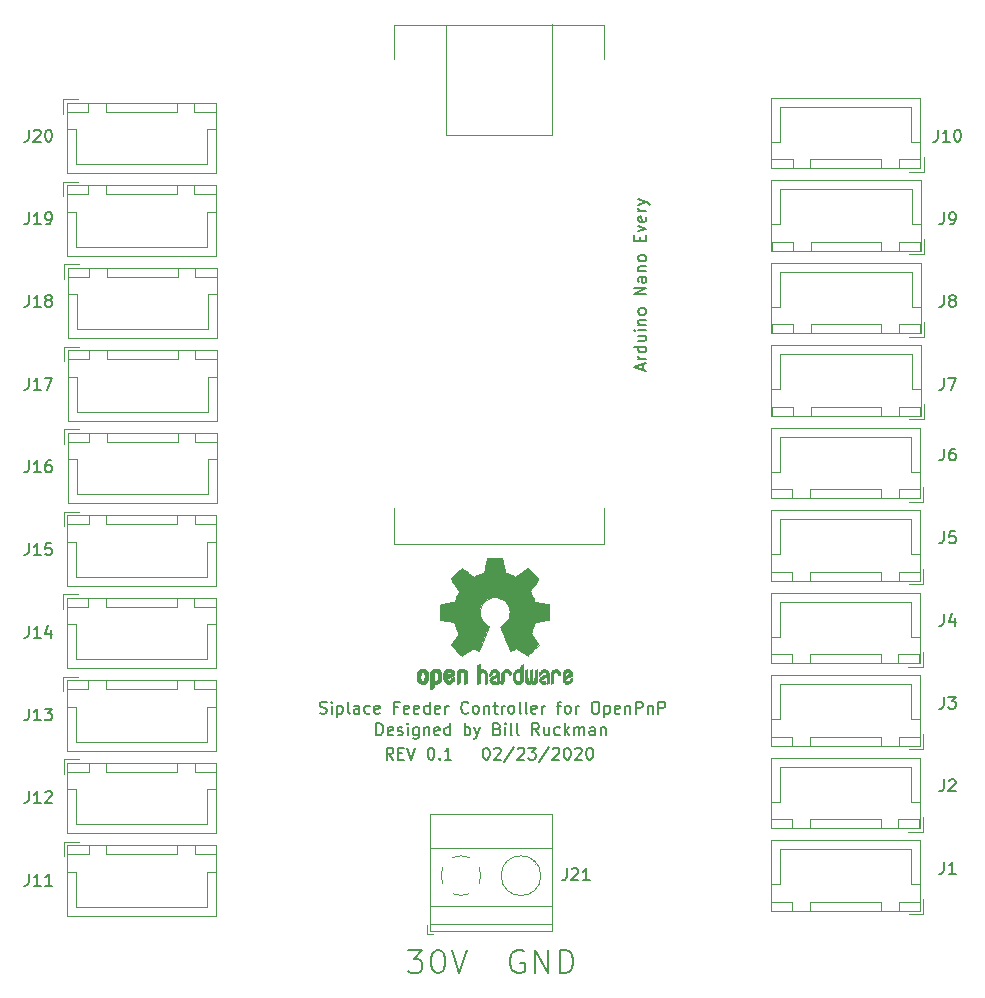
<source format=gto>
G04 #@! TF.GenerationSoftware,KiCad,Pcbnew,(5.1.5)-3*
G04 #@! TF.CreationDate,2020-03-12T19:37:12-07:00*
G04 #@! TF.ProjectId,siplace_feeder_controller,7369706c-6163-4655-9f66-65656465725f,rev?*
G04 #@! TF.SameCoordinates,Original*
G04 #@! TF.FileFunction,Legend,Top*
G04 #@! TF.FilePolarity,Positive*
%FSLAX46Y46*%
G04 Gerber Fmt 4.6, Leading zero omitted, Abs format (unit mm)*
G04 Created by KiCad (PCBNEW (5.1.5)-3) date 2020-03-12 19:37:12*
%MOMM*%
%LPD*%
G04 APERTURE LIST*
%ADD10C,0.150000*%
%ADD11C,0.120000*%
%ADD12C,0.010000*%
%ADD13O,3.102000X1.802000*%
%ADD14O,1.802000X2.052000*%
%ADD15C,0.100000*%
%ADD16C,3.302000*%
%ADD17C,2.702000*%
%ADD18R,2.702000X2.702000*%
G04 APERTURE END LIST*
D10*
X99057142Y-123777380D02*
X98723809Y-123301190D01*
X98485714Y-123777380D02*
X98485714Y-122777380D01*
X98866666Y-122777380D01*
X98961904Y-122825000D01*
X99009523Y-122872619D01*
X99057142Y-122967857D01*
X99057142Y-123110714D01*
X99009523Y-123205952D01*
X98961904Y-123253571D01*
X98866666Y-123301190D01*
X98485714Y-123301190D01*
X99485714Y-123253571D02*
X99819047Y-123253571D01*
X99961904Y-123777380D02*
X99485714Y-123777380D01*
X99485714Y-122777380D01*
X99961904Y-122777380D01*
X100247619Y-122777380D02*
X100580952Y-123777380D01*
X100914285Y-122777380D01*
X102200000Y-122777380D02*
X102295238Y-122777380D01*
X102390476Y-122825000D01*
X102438095Y-122872619D01*
X102485714Y-122967857D01*
X102533333Y-123158333D01*
X102533333Y-123396428D01*
X102485714Y-123586904D01*
X102438095Y-123682142D01*
X102390476Y-123729761D01*
X102295238Y-123777380D01*
X102200000Y-123777380D01*
X102104761Y-123729761D01*
X102057142Y-123682142D01*
X102009523Y-123586904D01*
X101961904Y-123396428D01*
X101961904Y-123158333D01*
X102009523Y-122967857D01*
X102057142Y-122872619D01*
X102104761Y-122825000D01*
X102200000Y-122777380D01*
X102961904Y-123682142D02*
X103009523Y-123729761D01*
X102961904Y-123777380D01*
X102914285Y-123729761D01*
X102961904Y-123682142D01*
X102961904Y-123777380D01*
X103961904Y-123777380D02*
X103390476Y-123777380D01*
X103676190Y-123777380D02*
X103676190Y-122777380D01*
X103580952Y-122920238D01*
X103485714Y-123015476D01*
X103390476Y-123063095D01*
X106866666Y-122777380D02*
X106961904Y-122777380D01*
X107057142Y-122825000D01*
X107104761Y-122872619D01*
X107152380Y-122967857D01*
X107200000Y-123158333D01*
X107200000Y-123396428D01*
X107152380Y-123586904D01*
X107104761Y-123682142D01*
X107057142Y-123729761D01*
X106961904Y-123777380D01*
X106866666Y-123777380D01*
X106771428Y-123729761D01*
X106723809Y-123682142D01*
X106676190Y-123586904D01*
X106628571Y-123396428D01*
X106628571Y-123158333D01*
X106676190Y-122967857D01*
X106723809Y-122872619D01*
X106771428Y-122825000D01*
X106866666Y-122777380D01*
X107580952Y-122872619D02*
X107628571Y-122825000D01*
X107723809Y-122777380D01*
X107961904Y-122777380D01*
X108057142Y-122825000D01*
X108104761Y-122872619D01*
X108152380Y-122967857D01*
X108152380Y-123063095D01*
X108104761Y-123205952D01*
X107533333Y-123777380D01*
X108152380Y-123777380D01*
X109295238Y-122729761D02*
X108438095Y-124015476D01*
X109580952Y-122872619D02*
X109628571Y-122825000D01*
X109723809Y-122777380D01*
X109961904Y-122777380D01*
X110057142Y-122825000D01*
X110104761Y-122872619D01*
X110152380Y-122967857D01*
X110152380Y-123063095D01*
X110104761Y-123205952D01*
X109533333Y-123777380D01*
X110152380Y-123777380D01*
X110485714Y-122777380D02*
X111104761Y-122777380D01*
X110771428Y-123158333D01*
X110914285Y-123158333D01*
X111009523Y-123205952D01*
X111057142Y-123253571D01*
X111104761Y-123348809D01*
X111104761Y-123586904D01*
X111057142Y-123682142D01*
X111009523Y-123729761D01*
X110914285Y-123777380D01*
X110628571Y-123777380D01*
X110533333Y-123729761D01*
X110485714Y-123682142D01*
X112247619Y-122729761D02*
X111390476Y-124015476D01*
X112533333Y-122872619D02*
X112580952Y-122825000D01*
X112676190Y-122777380D01*
X112914285Y-122777380D01*
X113009523Y-122825000D01*
X113057142Y-122872619D01*
X113104761Y-122967857D01*
X113104761Y-123063095D01*
X113057142Y-123205952D01*
X112485714Y-123777380D01*
X113104761Y-123777380D01*
X113723809Y-122777380D02*
X113819047Y-122777380D01*
X113914285Y-122825000D01*
X113961904Y-122872619D01*
X114009523Y-122967857D01*
X114057142Y-123158333D01*
X114057142Y-123396428D01*
X114009523Y-123586904D01*
X113961904Y-123682142D01*
X113914285Y-123729761D01*
X113819047Y-123777380D01*
X113723809Y-123777380D01*
X113628571Y-123729761D01*
X113580952Y-123682142D01*
X113533333Y-123586904D01*
X113485714Y-123396428D01*
X113485714Y-123158333D01*
X113533333Y-122967857D01*
X113580952Y-122872619D01*
X113628571Y-122825000D01*
X113723809Y-122777380D01*
X114438095Y-122872619D02*
X114485714Y-122825000D01*
X114580952Y-122777380D01*
X114819047Y-122777380D01*
X114914285Y-122825000D01*
X114961904Y-122872619D01*
X115009523Y-122967857D01*
X115009523Y-123063095D01*
X114961904Y-123205952D01*
X114390476Y-123777380D01*
X115009523Y-123777380D01*
X115628571Y-122777380D02*
X115723809Y-122777380D01*
X115819047Y-122825000D01*
X115866666Y-122872619D01*
X115914285Y-122967857D01*
X115961904Y-123158333D01*
X115961904Y-123396428D01*
X115914285Y-123586904D01*
X115866666Y-123682142D01*
X115819047Y-123729761D01*
X115723809Y-123777380D01*
X115628571Y-123777380D01*
X115533333Y-123729761D01*
X115485714Y-123682142D01*
X115438095Y-123586904D01*
X115390476Y-123396428D01*
X115390476Y-123158333D01*
X115438095Y-122967857D01*
X115485714Y-122872619D01*
X115533333Y-122825000D01*
X115628571Y-122777380D01*
X97610714Y-121702380D02*
X97610714Y-120702380D01*
X97848809Y-120702380D01*
X97991666Y-120750000D01*
X98086904Y-120845238D01*
X98134523Y-120940476D01*
X98182142Y-121130952D01*
X98182142Y-121273809D01*
X98134523Y-121464285D01*
X98086904Y-121559523D01*
X97991666Y-121654761D01*
X97848809Y-121702380D01*
X97610714Y-121702380D01*
X98991666Y-121654761D02*
X98896428Y-121702380D01*
X98705952Y-121702380D01*
X98610714Y-121654761D01*
X98563095Y-121559523D01*
X98563095Y-121178571D01*
X98610714Y-121083333D01*
X98705952Y-121035714D01*
X98896428Y-121035714D01*
X98991666Y-121083333D01*
X99039285Y-121178571D01*
X99039285Y-121273809D01*
X98563095Y-121369047D01*
X99420238Y-121654761D02*
X99515476Y-121702380D01*
X99705952Y-121702380D01*
X99801190Y-121654761D01*
X99848809Y-121559523D01*
X99848809Y-121511904D01*
X99801190Y-121416666D01*
X99705952Y-121369047D01*
X99563095Y-121369047D01*
X99467857Y-121321428D01*
X99420238Y-121226190D01*
X99420238Y-121178571D01*
X99467857Y-121083333D01*
X99563095Y-121035714D01*
X99705952Y-121035714D01*
X99801190Y-121083333D01*
X100277380Y-121702380D02*
X100277380Y-121035714D01*
X100277380Y-120702380D02*
X100229761Y-120750000D01*
X100277380Y-120797619D01*
X100325000Y-120750000D01*
X100277380Y-120702380D01*
X100277380Y-120797619D01*
X101182142Y-121035714D02*
X101182142Y-121845238D01*
X101134523Y-121940476D01*
X101086904Y-121988095D01*
X100991666Y-122035714D01*
X100848809Y-122035714D01*
X100753571Y-121988095D01*
X101182142Y-121654761D02*
X101086904Y-121702380D01*
X100896428Y-121702380D01*
X100801190Y-121654761D01*
X100753571Y-121607142D01*
X100705952Y-121511904D01*
X100705952Y-121226190D01*
X100753571Y-121130952D01*
X100801190Y-121083333D01*
X100896428Y-121035714D01*
X101086904Y-121035714D01*
X101182142Y-121083333D01*
X101658333Y-121035714D02*
X101658333Y-121702380D01*
X101658333Y-121130952D02*
X101705952Y-121083333D01*
X101801190Y-121035714D01*
X101944047Y-121035714D01*
X102039285Y-121083333D01*
X102086904Y-121178571D01*
X102086904Y-121702380D01*
X102944047Y-121654761D02*
X102848809Y-121702380D01*
X102658333Y-121702380D01*
X102563095Y-121654761D01*
X102515476Y-121559523D01*
X102515476Y-121178571D01*
X102563095Y-121083333D01*
X102658333Y-121035714D01*
X102848809Y-121035714D01*
X102944047Y-121083333D01*
X102991666Y-121178571D01*
X102991666Y-121273809D01*
X102515476Y-121369047D01*
X103848809Y-121702380D02*
X103848809Y-120702380D01*
X103848809Y-121654761D02*
X103753571Y-121702380D01*
X103563095Y-121702380D01*
X103467857Y-121654761D01*
X103420238Y-121607142D01*
X103372619Y-121511904D01*
X103372619Y-121226190D01*
X103420238Y-121130952D01*
X103467857Y-121083333D01*
X103563095Y-121035714D01*
X103753571Y-121035714D01*
X103848809Y-121083333D01*
X105086904Y-121702380D02*
X105086904Y-120702380D01*
X105086904Y-121083333D02*
X105182142Y-121035714D01*
X105372619Y-121035714D01*
X105467857Y-121083333D01*
X105515476Y-121130952D01*
X105563095Y-121226190D01*
X105563095Y-121511904D01*
X105515476Y-121607142D01*
X105467857Y-121654761D01*
X105372619Y-121702380D01*
X105182142Y-121702380D01*
X105086904Y-121654761D01*
X105896428Y-121035714D02*
X106134523Y-121702380D01*
X106372619Y-121035714D02*
X106134523Y-121702380D01*
X106039285Y-121940476D01*
X105991666Y-121988095D01*
X105896428Y-122035714D01*
X107848809Y-121178571D02*
X107991666Y-121226190D01*
X108039285Y-121273809D01*
X108086904Y-121369047D01*
X108086904Y-121511904D01*
X108039285Y-121607142D01*
X107991666Y-121654761D01*
X107896428Y-121702380D01*
X107515476Y-121702380D01*
X107515476Y-120702380D01*
X107848809Y-120702380D01*
X107944047Y-120750000D01*
X107991666Y-120797619D01*
X108039285Y-120892857D01*
X108039285Y-120988095D01*
X107991666Y-121083333D01*
X107944047Y-121130952D01*
X107848809Y-121178571D01*
X107515476Y-121178571D01*
X108515476Y-121702380D02*
X108515476Y-121035714D01*
X108515476Y-120702380D02*
X108467857Y-120750000D01*
X108515476Y-120797619D01*
X108563095Y-120750000D01*
X108515476Y-120702380D01*
X108515476Y-120797619D01*
X109134523Y-121702380D02*
X109039285Y-121654761D01*
X108991666Y-121559523D01*
X108991666Y-120702380D01*
X109658333Y-121702380D02*
X109563095Y-121654761D01*
X109515476Y-121559523D01*
X109515476Y-120702380D01*
X111372619Y-121702380D02*
X111039285Y-121226190D01*
X110801190Y-121702380D02*
X110801190Y-120702380D01*
X111182142Y-120702380D01*
X111277380Y-120750000D01*
X111325000Y-120797619D01*
X111372619Y-120892857D01*
X111372619Y-121035714D01*
X111325000Y-121130952D01*
X111277380Y-121178571D01*
X111182142Y-121226190D01*
X110801190Y-121226190D01*
X112229761Y-121035714D02*
X112229761Y-121702380D01*
X111801190Y-121035714D02*
X111801190Y-121559523D01*
X111848809Y-121654761D01*
X111944047Y-121702380D01*
X112086904Y-121702380D01*
X112182142Y-121654761D01*
X112229761Y-121607142D01*
X113134523Y-121654761D02*
X113039285Y-121702380D01*
X112848809Y-121702380D01*
X112753571Y-121654761D01*
X112705952Y-121607142D01*
X112658333Y-121511904D01*
X112658333Y-121226190D01*
X112705952Y-121130952D01*
X112753571Y-121083333D01*
X112848809Y-121035714D01*
X113039285Y-121035714D01*
X113134523Y-121083333D01*
X113563095Y-121702380D02*
X113563095Y-120702380D01*
X113658333Y-121321428D02*
X113944047Y-121702380D01*
X113944047Y-121035714D02*
X113563095Y-121416666D01*
X114372619Y-121702380D02*
X114372619Y-121035714D01*
X114372619Y-121130952D02*
X114420238Y-121083333D01*
X114515476Y-121035714D01*
X114658333Y-121035714D01*
X114753571Y-121083333D01*
X114801190Y-121178571D01*
X114801190Y-121702380D01*
X114801190Y-121178571D02*
X114848809Y-121083333D01*
X114944047Y-121035714D01*
X115086904Y-121035714D01*
X115182142Y-121083333D01*
X115229761Y-121178571D01*
X115229761Y-121702380D01*
X116134523Y-121702380D02*
X116134523Y-121178571D01*
X116086904Y-121083333D01*
X115991666Y-121035714D01*
X115801190Y-121035714D01*
X115705952Y-121083333D01*
X116134523Y-121654761D02*
X116039285Y-121702380D01*
X115801190Y-121702380D01*
X115705952Y-121654761D01*
X115658333Y-121559523D01*
X115658333Y-121464285D01*
X115705952Y-121369047D01*
X115801190Y-121321428D01*
X116039285Y-121321428D01*
X116134523Y-121273809D01*
X116610714Y-121035714D02*
X116610714Y-121702380D01*
X116610714Y-121130952D02*
X116658333Y-121083333D01*
X116753571Y-121035714D01*
X116896428Y-121035714D01*
X116991666Y-121083333D01*
X117039285Y-121178571D01*
X117039285Y-121702380D01*
X92830952Y-119829761D02*
X92973809Y-119877380D01*
X93211904Y-119877380D01*
X93307142Y-119829761D01*
X93354761Y-119782142D01*
X93402380Y-119686904D01*
X93402380Y-119591666D01*
X93354761Y-119496428D01*
X93307142Y-119448809D01*
X93211904Y-119401190D01*
X93021428Y-119353571D01*
X92926190Y-119305952D01*
X92878571Y-119258333D01*
X92830952Y-119163095D01*
X92830952Y-119067857D01*
X92878571Y-118972619D01*
X92926190Y-118925000D01*
X93021428Y-118877380D01*
X93259523Y-118877380D01*
X93402380Y-118925000D01*
X93830952Y-119877380D02*
X93830952Y-119210714D01*
X93830952Y-118877380D02*
X93783333Y-118925000D01*
X93830952Y-118972619D01*
X93878571Y-118925000D01*
X93830952Y-118877380D01*
X93830952Y-118972619D01*
X94307142Y-119210714D02*
X94307142Y-120210714D01*
X94307142Y-119258333D02*
X94402380Y-119210714D01*
X94592857Y-119210714D01*
X94688095Y-119258333D01*
X94735714Y-119305952D01*
X94783333Y-119401190D01*
X94783333Y-119686904D01*
X94735714Y-119782142D01*
X94688095Y-119829761D01*
X94592857Y-119877380D01*
X94402380Y-119877380D01*
X94307142Y-119829761D01*
X95354761Y-119877380D02*
X95259523Y-119829761D01*
X95211904Y-119734523D01*
X95211904Y-118877380D01*
X96164285Y-119877380D02*
X96164285Y-119353571D01*
X96116666Y-119258333D01*
X96021428Y-119210714D01*
X95830952Y-119210714D01*
X95735714Y-119258333D01*
X96164285Y-119829761D02*
X96069047Y-119877380D01*
X95830952Y-119877380D01*
X95735714Y-119829761D01*
X95688095Y-119734523D01*
X95688095Y-119639285D01*
X95735714Y-119544047D01*
X95830952Y-119496428D01*
X96069047Y-119496428D01*
X96164285Y-119448809D01*
X97069047Y-119829761D02*
X96973809Y-119877380D01*
X96783333Y-119877380D01*
X96688095Y-119829761D01*
X96640476Y-119782142D01*
X96592857Y-119686904D01*
X96592857Y-119401190D01*
X96640476Y-119305952D01*
X96688095Y-119258333D01*
X96783333Y-119210714D01*
X96973809Y-119210714D01*
X97069047Y-119258333D01*
X97878571Y-119829761D02*
X97783333Y-119877380D01*
X97592857Y-119877380D01*
X97497619Y-119829761D01*
X97449999Y-119734523D01*
X97449999Y-119353571D01*
X97497619Y-119258333D01*
X97592857Y-119210714D01*
X97783333Y-119210714D01*
X97878571Y-119258333D01*
X97926190Y-119353571D01*
X97926190Y-119448809D01*
X97449999Y-119544047D01*
X99449999Y-119353571D02*
X99116666Y-119353571D01*
X99116666Y-119877380D02*
X99116666Y-118877380D01*
X99592857Y-118877380D01*
X100354761Y-119829761D02*
X100259523Y-119877380D01*
X100069047Y-119877380D01*
X99973809Y-119829761D01*
X99926190Y-119734523D01*
X99926190Y-119353571D01*
X99973809Y-119258333D01*
X100069047Y-119210714D01*
X100259523Y-119210714D01*
X100354761Y-119258333D01*
X100402380Y-119353571D01*
X100402380Y-119448809D01*
X99926190Y-119544047D01*
X101211904Y-119829761D02*
X101116666Y-119877380D01*
X100926190Y-119877380D01*
X100830952Y-119829761D01*
X100783333Y-119734523D01*
X100783333Y-119353571D01*
X100830952Y-119258333D01*
X100926190Y-119210714D01*
X101116666Y-119210714D01*
X101211904Y-119258333D01*
X101259523Y-119353571D01*
X101259523Y-119448809D01*
X100783333Y-119544047D01*
X102116666Y-119877380D02*
X102116666Y-118877380D01*
X102116666Y-119829761D02*
X102021428Y-119877380D01*
X101830952Y-119877380D01*
X101735714Y-119829761D01*
X101688095Y-119782142D01*
X101640476Y-119686904D01*
X101640476Y-119401190D01*
X101688095Y-119305952D01*
X101735714Y-119258333D01*
X101830952Y-119210714D01*
X102021428Y-119210714D01*
X102116666Y-119258333D01*
X102973809Y-119829761D02*
X102878571Y-119877380D01*
X102688095Y-119877380D01*
X102592857Y-119829761D01*
X102545238Y-119734523D01*
X102545238Y-119353571D01*
X102592857Y-119258333D01*
X102688095Y-119210714D01*
X102878571Y-119210714D01*
X102973809Y-119258333D01*
X103021428Y-119353571D01*
X103021428Y-119448809D01*
X102545238Y-119544047D01*
X103449999Y-119877380D02*
X103449999Y-119210714D01*
X103449999Y-119401190D02*
X103497619Y-119305952D01*
X103545238Y-119258333D01*
X103640476Y-119210714D01*
X103735714Y-119210714D01*
X105402380Y-119782142D02*
X105354761Y-119829761D01*
X105211904Y-119877380D01*
X105116666Y-119877380D01*
X104973809Y-119829761D01*
X104878571Y-119734523D01*
X104830952Y-119639285D01*
X104783333Y-119448809D01*
X104783333Y-119305952D01*
X104830952Y-119115476D01*
X104878571Y-119020238D01*
X104973809Y-118925000D01*
X105116666Y-118877380D01*
X105211904Y-118877380D01*
X105354761Y-118925000D01*
X105402380Y-118972619D01*
X105973809Y-119877380D02*
X105878571Y-119829761D01*
X105830952Y-119782142D01*
X105783333Y-119686904D01*
X105783333Y-119401190D01*
X105830952Y-119305952D01*
X105878571Y-119258333D01*
X105973809Y-119210714D01*
X106116666Y-119210714D01*
X106211904Y-119258333D01*
X106259523Y-119305952D01*
X106307142Y-119401190D01*
X106307142Y-119686904D01*
X106259523Y-119782142D01*
X106211904Y-119829761D01*
X106116666Y-119877380D01*
X105973809Y-119877380D01*
X106735714Y-119210714D02*
X106735714Y-119877380D01*
X106735714Y-119305952D02*
X106783333Y-119258333D01*
X106878571Y-119210714D01*
X107021428Y-119210714D01*
X107116666Y-119258333D01*
X107164285Y-119353571D01*
X107164285Y-119877380D01*
X107497619Y-119210714D02*
X107878571Y-119210714D01*
X107640476Y-118877380D02*
X107640476Y-119734523D01*
X107688095Y-119829761D01*
X107783333Y-119877380D01*
X107878571Y-119877380D01*
X108211904Y-119877380D02*
X108211904Y-119210714D01*
X108211904Y-119401190D02*
X108259523Y-119305952D01*
X108307142Y-119258333D01*
X108402380Y-119210714D01*
X108497619Y-119210714D01*
X108973809Y-119877380D02*
X108878571Y-119829761D01*
X108830952Y-119782142D01*
X108783333Y-119686904D01*
X108783333Y-119401190D01*
X108830952Y-119305952D01*
X108878571Y-119258333D01*
X108973809Y-119210714D01*
X109116666Y-119210714D01*
X109211904Y-119258333D01*
X109259523Y-119305952D01*
X109307142Y-119401190D01*
X109307142Y-119686904D01*
X109259523Y-119782142D01*
X109211904Y-119829761D01*
X109116666Y-119877380D01*
X108973809Y-119877380D01*
X109878571Y-119877380D02*
X109783333Y-119829761D01*
X109735714Y-119734523D01*
X109735714Y-118877380D01*
X110402380Y-119877380D02*
X110307142Y-119829761D01*
X110259523Y-119734523D01*
X110259523Y-118877380D01*
X111164285Y-119829761D02*
X111069047Y-119877380D01*
X110878571Y-119877380D01*
X110783333Y-119829761D01*
X110735714Y-119734523D01*
X110735714Y-119353571D01*
X110783333Y-119258333D01*
X110878571Y-119210714D01*
X111069047Y-119210714D01*
X111164285Y-119258333D01*
X111211904Y-119353571D01*
X111211904Y-119448809D01*
X110735714Y-119544047D01*
X111640476Y-119877380D02*
X111640476Y-119210714D01*
X111640476Y-119401190D02*
X111688095Y-119305952D01*
X111735714Y-119258333D01*
X111830952Y-119210714D01*
X111926190Y-119210714D01*
X112878571Y-119210714D02*
X113259523Y-119210714D01*
X113021428Y-119877380D02*
X113021428Y-119020238D01*
X113069047Y-118925000D01*
X113164285Y-118877380D01*
X113259523Y-118877380D01*
X113735714Y-119877380D02*
X113640476Y-119829761D01*
X113592857Y-119782142D01*
X113545238Y-119686904D01*
X113545238Y-119401190D01*
X113592857Y-119305952D01*
X113640476Y-119258333D01*
X113735714Y-119210714D01*
X113878571Y-119210714D01*
X113973809Y-119258333D01*
X114021428Y-119305952D01*
X114069047Y-119401190D01*
X114069047Y-119686904D01*
X114021428Y-119782142D01*
X113973809Y-119829761D01*
X113878571Y-119877380D01*
X113735714Y-119877380D01*
X114497619Y-119877380D02*
X114497619Y-119210714D01*
X114497619Y-119401190D02*
X114545238Y-119305952D01*
X114592857Y-119258333D01*
X114688095Y-119210714D01*
X114783333Y-119210714D01*
X116069047Y-118877380D02*
X116259523Y-118877380D01*
X116354761Y-118925000D01*
X116449999Y-119020238D01*
X116497619Y-119210714D01*
X116497619Y-119544047D01*
X116449999Y-119734523D01*
X116354761Y-119829761D01*
X116259523Y-119877380D01*
X116069047Y-119877380D01*
X115973809Y-119829761D01*
X115878571Y-119734523D01*
X115830952Y-119544047D01*
X115830952Y-119210714D01*
X115878571Y-119020238D01*
X115973809Y-118925000D01*
X116069047Y-118877380D01*
X116926190Y-119210714D02*
X116926190Y-120210714D01*
X116926190Y-119258333D02*
X117021428Y-119210714D01*
X117211904Y-119210714D01*
X117307142Y-119258333D01*
X117354761Y-119305952D01*
X117402380Y-119401190D01*
X117402380Y-119686904D01*
X117354761Y-119782142D01*
X117307142Y-119829761D01*
X117211904Y-119877380D01*
X117021428Y-119877380D01*
X116926190Y-119829761D01*
X118211904Y-119829761D02*
X118116666Y-119877380D01*
X117926190Y-119877380D01*
X117830952Y-119829761D01*
X117783333Y-119734523D01*
X117783333Y-119353571D01*
X117830952Y-119258333D01*
X117926190Y-119210714D01*
X118116666Y-119210714D01*
X118211904Y-119258333D01*
X118259523Y-119353571D01*
X118259523Y-119448809D01*
X117783333Y-119544047D01*
X118688095Y-119210714D02*
X118688095Y-119877380D01*
X118688095Y-119305952D02*
X118735714Y-119258333D01*
X118830952Y-119210714D01*
X118973809Y-119210714D01*
X119069047Y-119258333D01*
X119116666Y-119353571D01*
X119116666Y-119877380D01*
X119592857Y-119877380D02*
X119592857Y-118877380D01*
X119973809Y-118877380D01*
X120069047Y-118925000D01*
X120116666Y-118972619D01*
X120164285Y-119067857D01*
X120164285Y-119210714D01*
X120116666Y-119305952D01*
X120069047Y-119353571D01*
X119973809Y-119401190D01*
X119592857Y-119401190D01*
X120592857Y-119210714D02*
X120592857Y-119877380D01*
X120592857Y-119305952D02*
X120640476Y-119258333D01*
X120735714Y-119210714D01*
X120878571Y-119210714D01*
X120973809Y-119258333D01*
X121021428Y-119353571D01*
X121021428Y-119877380D01*
X121497619Y-119877380D02*
X121497619Y-118877380D01*
X121878571Y-118877380D01*
X121973809Y-118925000D01*
X122021428Y-118972619D01*
X122069047Y-119067857D01*
X122069047Y-119210714D01*
X122021428Y-119305952D01*
X121973809Y-119353571D01*
X121878571Y-119401190D01*
X121497619Y-119401190D01*
X120166666Y-90765476D02*
X120166666Y-90289285D01*
X120452380Y-90860714D02*
X119452380Y-90527380D01*
X120452380Y-90194047D01*
X120452380Y-89860714D02*
X119785714Y-89860714D01*
X119976190Y-89860714D02*
X119880952Y-89813095D01*
X119833333Y-89765476D01*
X119785714Y-89670238D01*
X119785714Y-89575000D01*
X120452380Y-88813095D02*
X119452380Y-88813095D01*
X120404761Y-88813095D02*
X120452380Y-88908333D01*
X120452380Y-89098809D01*
X120404761Y-89194047D01*
X120357142Y-89241666D01*
X120261904Y-89289285D01*
X119976190Y-89289285D01*
X119880952Y-89241666D01*
X119833333Y-89194047D01*
X119785714Y-89098809D01*
X119785714Y-88908333D01*
X119833333Y-88813095D01*
X119785714Y-87908333D02*
X120452380Y-87908333D01*
X119785714Y-88336904D02*
X120309523Y-88336904D01*
X120404761Y-88289285D01*
X120452380Y-88194047D01*
X120452380Y-88051190D01*
X120404761Y-87955952D01*
X120357142Y-87908333D01*
X120452380Y-87432142D02*
X119785714Y-87432142D01*
X119452380Y-87432142D02*
X119500000Y-87479761D01*
X119547619Y-87432142D01*
X119500000Y-87384523D01*
X119452380Y-87432142D01*
X119547619Y-87432142D01*
X119785714Y-86955952D02*
X120452380Y-86955952D01*
X119880952Y-86955952D02*
X119833333Y-86908333D01*
X119785714Y-86813095D01*
X119785714Y-86670238D01*
X119833333Y-86575000D01*
X119928571Y-86527380D01*
X120452380Y-86527380D01*
X120452380Y-85908333D02*
X120404761Y-86003571D01*
X120357142Y-86051190D01*
X120261904Y-86098809D01*
X119976190Y-86098809D01*
X119880952Y-86051190D01*
X119833333Y-86003571D01*
X119785714Y-85908333D01*
X119785714Y-85765476D01*
X119833333Y-85670238D01*
X119880952Y-85622619D01*
X119976190Y-85575000D01*
X120261904Y-85575000D01*
X120357142Y-85622619D01*
X120404761Y-85670238D01*
X120452380Y-85765476D01*
X120452380Y-85908333D01*
X120452380Y-84384523D02*
X119452380Y-84384523D01*
X120452380Y-83813095D01*
X119452380Y-83813095D01*
X120452380Y-82908333D02*
X119928571Y-82908333D01*
X119833333Y-82955952D01*
X119785714Y-83051190D01*
X119785714Y-83241666D01*
X119833333Y-83336904D01*
X120404761Y-82908333D02*
X120452380Y-83003571D01*
X120452380Y-83241666D01*
X120404761Y-83336904D01*
X120309523Y-83384523D01*
X120214285Y-83384523D01*
X120119047Y-83336904D01*
X120071428Y-83241666D01*
X120071428Y-83003571D01*
X120023809Y-82908333D01*
X119785714Y-82432142D02*
X120452380Y-82432142D01*
X119880952Y-82432142D02*
X119833333Y-82384523D01*
X119785714Y-82289285D01*
X119785714Y-82146428D01*
X119833333Y-82051190D01*
X119928571Y-82003571D01*
X120452380Y-82003571D01*
X120452380Y-81384523D02*
X120404761Y-81479761D01*
X120357142Y-81527380D01*
X120261904Y-81575000D01*
X119976190Y-81575000D01*
X119880952Y-81527380D01*
X119833333Y-81479761D01*
X119785714Y-81384523D01*
X119785714Y-81241666D01*
X119833333Y-81146428D01*
X119880952Y-81098809D01*
X119976190Y-81051190D01*
X120261904Y-81051190D01*
X120357142Y-81098809D01*
X120404761Y-81146428D01*
X120452380Y-81241666D01*
X120452380Y-81384523D01*
X119928571Y-79860714D02*
X119928571Y-79527380D01*
X120452380Y-79384523D02*
X120452380Y-79860714D01*
X119452380Y-79860714D01*
X119452380Y-79384523D01*
X119785714Y-79051190D02*
X120452380Y-78813095D01*
X119785714Y-78575000D01*
X120404761Y-77813095D02*
X120452380Y-77908333D01*
X120452380Y-78098809D01*
X120404761Y-78194047D01*
X120309523Y-78241666D01*
X119928571Y-78241666D01*
X119833333Y-78194047D01*
X119785714Y-78098809D01*
X119785714Y-77908333D01*
X119833333Y-77813095D01*
X119928571Y-77765476D01*
X120023809Y-77765476D01*
X120119047Y-78241666D01*
X120452380Y-77336904D02*
X119785714Y-77336904D01*
X119976190Y-77336904D02*
X119880952Y-77289285D01*
X119833333Y-77241666D01*
X119785714Y-77146428D01*
X119785714Y-77051190D01*
X119785714Y-76813095D02*
X120452380Y-76575000D01*
X119785714Y-76336904D02*
X120452380Y-76575000D01*
X120690476Y-76670238D01*
X120738095Y-76717857D01*
X120785714Y-76813095D01*
D11*
X116900000Y-105550000D02*
X116900000Y-102450000D01*
X99100000Y-105550000D02*
X116900000Y-105550000D01*
X99100000Y-102475000D02*
X99100000Y-105550000D01*
X112450000Y-70925000D02*
X112450000Y-61525000D01*
X103500000Y-70925000D02*
X112450000Y-70925000D01*
X103500000Y-61575000D02*
X103500000Y-70925000D01*
X116875000Y-61550000D02*
X116875000Y-64500000D01*
X99075000Y-61550000D02*
X116875000Y-61550000D01*
X99075000Y-64500000D02*
X99075000Y-61550000D01*
D10*
X100267380Y-139874761D02*
X101505476Y-139874761D01*
X100838809Y-140636666D01*
X101124523Y-140636666D01*
X101315000Y-140731904D01*
X101410238Y-140827142D01*
X101505476Y-141017619D01*
X101505476Y-141493809D01*
X101410238Y-141684285D01*
X101315000Y-141779523D01*
X101124523Y-141874761D01*
X100553095Y-141874761D01*
X100362619Y-141779523D01*
X100267380Y-141684285D01*
X102743571Y-139874761D02*
X102934047Y-139874761D01*
X103124523Y-139970000D01*
X103219761Y-140065238D01*
X103315000Y-140255714D01*
X103410238Y-140636666D01*
X103410238Y-141112857D01*
X103315000Y-141493809D01*
X103219761Y-141684285D01*
X103124523Y-141779523D01*
X102934047Y-141874761D01*
X102743571Y-141874761D01*
X102553095Y-141779523D01*
X102457857Y-141684285D01*
X102362619Y-141493809D01*
X102267380Y-141112857D01*
X102267380Y-140636666D01*
X102362619Y-140255714D01*
X102457857Y-140065238D01*
X102553095Y-139970000D01*
X102743571Y-139874761D01*
X103981666Y-139874761D02*
X104648333Y-141874761D01*
X105315000Y-139874761D01*
X110076904Y-139970000D02*
X109886428Y-139874761D01*
X109600714Y-139874761D01*
X109315000Y-139970000D01*
X109124523Y-140160476D01*
X109029285Y-140350952D01*
X108934047Y-140731904D01*
X108934047Y-141017619D01*
X109029285Y-141398571D01*
X109124523Y-141589047D01*
X109315000Y-141779523D01*
X109600714Y-141874761D01*
X109791190Y-141874761D01*
X110076904Y-141779523D01*
X110172142Y-141684285D01*
X110172142Y-141017619D01*
X109791190Y-141017619D01*
X111029285Y-141874761D02*
X111029285Y-139874761D01*
X112172142Y-141874761D01*
X112172142Y-139874761D01*
X113124523Y-141874761D02*
X113124523Y-139874761D01*
X113600714Y-139874761D01*
X113886428Y-139970000D01*
X114076904Y-140160476D01*
X114172142Y-140350952D01*
X114267380Y-140731904D01*
X114267380Y-141017619D01*
X114172142Y-141398571D01*
X114076904Y-141589047D01*
X113886428Y-141779523D01*
X113600714Y-141874761D01*
X113124523Y-141874761D01*
D12*
G36*
X107834014Y-106677998D02*
G01*
X107992006Y-106678863D01*
X108106347Y-106681205D01*
X108184407Y-106685762D01*
X108233554Y-106693270D01*
X108261159Y-106704466D01*
X108274592Y-106720088D01*
X108281221Y-106740873D01*
X108281865Y-106743563D01*
X108291935Y-106792113D01*
X108310575Y-106887905D01*
X108335845Y-107020743D01*
X108365807Y-107180431D01*
X108398522Y-107356774D01*
X108399664Y-107362967D01*
X108432433Y-107535782D01*
X108463093Y-107688469D01*
X108489664Y-107811871D01*
X108510167Y-107896831D01*
X108522626Y-107934190D01*
X108523220Y-107934852D01*
X108559919Y-107953095D01*
X108635586Y-107983497D01*
X108733878Y-108019493D01*
X108734425Y-108019685D01*
X108858233Y-108066222D01*
X109004196Y-108125504D01*
X109141781Y-108185109D01*
X109148293Y-108188056D01*
X109372390Y-108289765D01*
X109868619Y-107950897D01*
X110020846Y-107847592D01*
X110158741Y-107755237D01*
X110274315Y-107679084D01*
X110359579Y-107624385D01*
X110406544Y-107596393D01*
X110411004Y-107594317D01*
X110445134Y-107603560D01*
X110508881Y-107648156D01*
X110604731Y-107730209D01*
X110735169Y-107851821D01*
X110868328Y-107981205D01*
X110996694Y-108108702D01*
X111111581Y-108225046D01*
X111206073Y-108323052D01*
X111273253Y-108395536D01*
X111306206Y-108435313D01*
X111307432Y-108437361D01*
X111311074Y-108464656D01*
X111297350Y-108509234D01*
X111262869Y-108577112D01*
X111204239Y-108674311D01*
X111118070Y-108806851D01*
X111003200Y-108977476D01*
X110901254Y-109127655D01*
X110810123Y-109262350D01*
X110735073Y-109373740D01*
X110681369Y-109454005D01*
X110654280Y-109495325D01*
X110652574Y-109498130D01*
X110655882Y-109537721D01*
X110680953Y-109614669D01*
X110722798Y-109714432D01*
X110737712Y-109746291D01*
X110802786Y-109888226D01*
X110872212Y-110049273D01*
X110928609Y-110188621D01*
X110969247Y-110292044D01*
X111001526Y-110370642D01*
X111020178Y-110411720D01*
X111022497Y-110414885D01*
X111056803Y-110420128D01*
X111137669Y-110434494D01*
X111254343Y-110455937D01*
X111396075Y-110482413D01*
X111552110Y-110511877D01*
X111711698Y-110542283D01*
X111864085Y-110571588D01*
X111998521Y-110597745D01*
X112104252Y-110618710D01*
X112170526Y-110632439D01*
X112186782Y-110636320D01*
X112203573Y-110645900D01*
X112216249Y-110667536D01*
X112225378Y-110708531D01*
X112231531Y-110776189D01*
X112235280Y-110877812D01*
X112237192Y-111020703D01*
X112237840Y-111212165D01*
X112237874Y-111290645D01*
X112237874Y-111928906D01*
X112084598Y-111959160D01*
X111999322Y-111975564D01*
X111872070Y-111999509D01*
X111718315Y-112028107D01*
X111553534Y-112058467D01*
X111507989Y-112066806D01*
X111355932Y-112096370D01*
X111223468Y-112125442D01*
X111121714Y-112151329D01*
X111061788Y-112171337D01*
X111051805Y-112177301D01*
X111027293Y-112219534D01*
X110992148Y-112301370D01*
X110953173Y-112406683D01*
X110945442Y-112429368D01*
X110894360Y-112570018D01*
X110830954Y-112728714D01*
X110768904Y-112871225D01*
X110768598Y-112871886D01*
X110665267Y-113095440D01*
X111344961Y-114095232D01*
X110908621Y-114532300D01*
X110776649Y-114662381D01*
X110656279Y-114777048D01*
X110554273Y-114870181D01*
X110477391Y-114935658D01*
X110432393Y-114967357D01*
X110425938Y-114969368D01*
X110388040Y-114953529D01*
X110310708Y-114909496D01*
X110202389Y-114842490D01*
X110071532Y-114757734D01*
X109930052Y-114662816D01*
X109786461Y-114565998D01*
X109658435Y-114481751D01*
X109554105Y-114415258D01*
X109481600Y-114371702D01*
X109449158Y-114356264D01*
X109409576Y-114369328D01*
X109334519Y-114403750D01*
X109239468Y-114452380D01*
X109229392Y-114457785D01*
X109101391Y-114521980D01*
X109013618Y-114553463D01*
X108959028Y-114553798D01*
X108930575Y-114524548D01*
X108930410Y-114524138D01*
X108916188Y-114489498D01*
X108882269Y-114407269D01*
X108831284Y-114283814D01*
X108765862Y-114125498D01*
X108688634Y-113938686D01*
X108602229Y-113729742D01*
X108518551Y-113527446D01*
X108426588Y-113304200D01*
X108342150Y-113097392D01*
X108267769Y-112913362D01*
X108205974Y-112758451D01*
X108159297Y-112638996D01*
X108130268Y-112561339D01*
X108121322Y-112532356D01*
X108143756Y-112499110D01*
X108202439Y-112446123D01*
X108280689Y-112387704D01*
X108503534Y-112202952D01*
X108677718Y-111991182D01*
X108801154Y-111756856D01*
X108871754Y-111504434D01*
X108887431Y-111238377D01*
X108876036Y-111115575D01*
X108813950Y-110860793D01*
X108707023Y-110635801D01*
X108561889Y-110442817D01*
X108385178Y-110284061D01*
X108183522Y-110161750D01*
X107963554Y-110078105D01*
X107731906Y-110035344D01*
X107495209Y-110035687D01*
X107260095Y-110081352D01*
X107033196Y-110174559D01*
X106821144Y-110317527D01*
X106732636Y-110398383D01*
X106562889Y-110606007D01*
X106444699Y-110832895D01*
X106377278Y-111072433D01*
X106359840Y-111318007D01*
X106391598Y-111563003D01*
X106471765Y-111800808D01*
X106599555Y-112024807D01*
X106774180Y-112228387D01*
X106969312Y-112387704D01*
X107050591Y-112448602D01*
X107108009Y-112501015D01*
X107128678Y-112532406D01*
X107117856Y-112566639D01*
X107087077Y-112648419D01*
X107038874Y-112771407D01*
X106975778Y-112929263D01*
X106900322Y-113115649D01*
X106815038Y-113324226D01*
X106731219Y-113527496D01*
X106638745Y-113750933D01*
X106553089Y-113957984D01*
X106476882Y-114142286D01*
X106412753Y-114297475D01*
X106363332Y-114417188D01*
X106331248Y-114495061D01*
X106319359Y-114524138D01*
X106291274Y-114553677D01*
X106236949Y-114553591D01*
X106149395Y-114522326D01*
X106021619Y-114458329D01*
X106020608Y-114457785D01*
X105924402Y-114408121D01*
X105846631Y-114371945D01*
X105802777Y-114356408D01*
X105800842Y-114356264D01*
X105767829Y-114372024D01*
X105694946Y-114415850D01*
X105590322Y-114482557D01*
X105462090Y-114566964D01*
X105319948Y-114662816D01*
X105175233Y-114759867D01*
X105044804Y-114844270D01*
X104937110Y-114910801D01*
X104860598Y-114954238D01*
X104824062Y-114969368D01*
X104790418Y-114949482D01*
X104722776Y-114893903D01*
X104627893Y-114808754D01*
X104512530Y-114700153D01*
X104383445Y-114574221D01*
X104341229Y-114532149D01*
X103904739Y-114094931D01*
X104236977Y-113607340D01*
X104337946Y-113457605D01*
X104426562Y-113323220D01*
X104497854Y-113211969D01*
X104546850Y-113131639D01*
X104568578Y-113090014D01*
X104569215Y-113087053D01*
X104557760Y-113047818D01*
X104526949Y-112968895D01*
X104482116Y-112863509D01*
X104450647Y-112792954D01*
X104391808Y-112657876D01*
X104336396Y-112521409D01*
X104293436Y-112406103D01*
X104281766Y-112370977D01*
X104248611Y-112277174D01*
X104216201Y-112204694D01*
X104198399Y-112177301D01*
X104159114Y-112160536D01*
X104073374Y-112136770D01*
X103952303Y-112108697D01*
X103807027Y-112079009D01*
X103742012Y-112066806D01*
X103576913Y-112036468D01*
X103418552Y-112007093D01*
X103282404Y-111981569D01*
X103183943Y-111962785D01*
X103165402Y-111959160D01*
X103012127Y-111928906D01*
X103012127Y-111290645D01*
X103012471Y-111080770D01*
X103013884Y-110921980D01*
X103016936Y-110806973D01*
X103022197Y-110728446D01*
X103030237Y-110679096D01*
X103041627Y-110651619D01*
X103056937Y-110638713D01*
X103063218Y-110636320D01*
X103101104Y-110627833D01*
X103184805Y-110610900D01*
X103303567Y-110587566D01*
X103446639Y-110559875D01*
X103603268Y-110529873D01*
X103762703Y-110499604D01*
X103914191Y-110471115D01*
X104046981Y-110446449D01*
X104150319Y-110427651D01*
X104213455Y-110416767D01*
X104227503Y-110414885D01*
X104240230Y-110389704D01*
X104268400Y-110322622D01*
X104306748Y-110226333D01*
X104321391Y-110188621D01*
X104380452Y-110042921D01*
X104450000Y-109881951D01*
X104512288Y-109746291D01*
X104558121Y-109642561D01*
X104588613Y-109557326D01*
X104598792Y-109505126D01*
X104597169Y-109498130D01*
X104575657Y-109465102D01*
X104526535Y-109391643D01*
X104455077Y-109285577D01*
X104366555Y-109154726D01*
X104266241Y-109006912D01*
X104246406Y-108977734D01*
X104130012Y-108804863D01*
X104044452Y-108673226D01*
X103986316Y-108576761D01*
X103952192Y-108509408D01*
X103938669Y-108465106D01*
X103942336Y-108437794D01*
X103942430Y-108437620D01*
X103971293Y-108401746D01*
X104035133Y-108332391D01*
X104127031Y-108236745D01*
X104240067Y-108121999D01*
X104367321Y-107995341D01*
X104381672Y-107981205D01*
X104542043Y-107825903D01*
X104665805Y-107711870D01*
X104755445Y-107637002D01*
X104813448Y-107599196D01*
X104838996Y-107594317D01*
X104876282Y-107615603D01*
X104953657Y-107664773D01*
X105063133Y-107736575D01*
X105196720Y-107825755D01*
X105346430Y-107927063D01*
X105381382Y-107950897D01*
X105877610Y-108289765D01*
X106101707Y-108188056D01*
X106237989Y-108128783D01*
X106384276Y-108069170D01*
X106510035Y-108021640D01*
X106515575Y-108019685D01*
X106613943Y-107983677D01*
X106689771Y-107953229D01*
X106726718Y-107934905D01*
X106726780Y-107934852D01*
X106738504Y-107901729D01*
X106758432Y-107820267D01*
X106784587Y-107699625D01*
X106814990Y-107548959D01*
X106847663Y-107377428D01*
X106850336Y-107362967D01*
X106883110Y-107186235D01*
X106913198Y-107025810D01*
X106938661Y-106891888D01*
X106957559Y-106794663D01*
X106967953Y-106744332D01*
X106968135Y-106743563D01*
X106974461Y-106722153D01*
X106986761Y-106705988D01*
X107012406Y-106694331D01*
X107058765Y-106686445D01*
X107133208Y-106681593D01*
X107243105Y-106679039D01*
X107395825Y-106678045D01*
X107598738Y-106677874D01*
X107625000Y-106677874D01*
X107834014Y-106677998D01*
G37*
X107834014Y-106677998D02*
X107992006Y-106678863D01*
X108106347Y-106681205D01*
X108184407Y-106685762D01*
X108233554Y-106693270D01*
X108261159Y-106704466D01*
X108274592Y-106720088D01*
X108281221Y-106740873D01*
X108281865Y-106743563D01*
X108291935Y-106792113D01*
X108310575Y-106887905D01*
X108335845Y-107020743D01*
X108365807Y-107180431D01*
X108398522Y-107356774D01*
X108399664Y-107362967D01*
X108432433Y-107535782D01*
X108463093Y-107688469D01*
X108489664Y-107811871D01*
X108510167Y-107896831D01*
X108522626Y-107934190D01*
X108523220Y-107934852D01*
X108559919Y-107953095D01*
X108635586Y-107983497D01*
X108733878Y-108019493D01*
X108734425Y-108019685D01*
X108858233Y-108066222D01*
X109004196Y-108125504D01*
X109141781Y-108185109D01*
X109148293Y-108188056D01*
X109372390Y-108289765D01*
X109868619Y-107950897D01*
X110020846Y-107847592D01*
X110158741Y-107755237D01*
X110274315Y-107679084D01*
X110359579Y-107624385D01*
X110406544Y-107596393D01*
X110411004Y-107594317D01*
X110445134Y-107603560D01*
X110508881Y-107648156D01*
X110604731Y-107730209D01*
X110735169Y-107851821D01*
X110868328Y-107981205D01*
X110996694Y-108108702D01*
X111111581Y-108225046D01*
X111206073Y-108323052D01*
X111273253Y-108395536D01*
X111306206Y-108435313D01*
X111307432Y-108437361D01*
X111311074Y-108464656D01*
X111297350Y-108509234D01*
X111262869Y-108577112D01*
X111204239Y-108674311D01*
X111118070Y-108806851D01*
X111003200Y-108977476D01*
X110901254Y-109127655D01*
X110810123Y-109262350D01*
X110735073Y-109373740D01*
X110681369Y-109454005D01*
X110654280Y-109495325D01*
X110652574Y-109498130D01*
X110655882Y-109537721D01*
X110680953Y-109614669D01*
X110722798Y-109714432D01*
X110737712Y-109746291D01*
X110802786Y-109888226D01*
X110872212Y-110049273D01*
X110928609Y-110188621D01*
X110969247Y-110292044D01*
X111001526Y-110370642D01*
X111020178Y-110411720D01*
X111022497Y-110414885D01*
X111056803Y-110420128D01*
X111137669Y-110434494D01*
X111254343Y-110455937D01*
X111396075Y-110482413D01*
X111552110Y-110511877D01*
X111711698Y-110542283D01*
X111864085Y-110571588D01*
X111998521Y-110597745D01*
X112104252Y-110618710D01*
X112170526Y-110632439D01*
X112186782Y-110636320D01*
X112203573Y-110645900D01*
X112216249Y-110667536D01*
X112225378Y-110708531D01*
X112231531Y-110776189D01*
X112235280Y-110877812D01*
X112237192Y-111020703D01*
X112237840Y-111212165D01*
X112237874Y-111290645D01*
X112237874Y-111928906D01*
X112084598Y-111959160D01*
X111999322Y-111975564D01*
X111872070Y-111999509D01*
X111718315Y-112028107D01*
X111553534Y-112058467D01*
X111507989Y-112066806D01*
X111355932Y-112096370D01*
X111223468Y-112125442D01*
X111121714Y-112151329D01*
X111061788Y-112171337D01*
X111051805Y-112177301D01*
X111027293Y-112219534D01*
X110992148Y-112301370D01*
X110953173Y-112406683D01*
X110945442Y-112429368D01*
X110894360Y-112570018D01*
X110830954Y-112728714D01*
X110768904Y-112871225D01*
X110768598Y-112871886D01*
X110665267Y-113095440D01*
X111344961Y-114095232D01*
X110908621Y-114532300D01*
X110776649Y-114662381D01*
X110656279Y-114777048D01*
X110554273Y-114870181D01*
X110477391Y-114935658D01*
X110432393Y-114967357D01*
X110425938Y-114969368D01*
X110388040Y-114953529D01*
X110310708Y-114909496D01*
X110202389Y-114842490D01*
X110071532Y-114757734D01*
X109930052Y-114662816D01*
X109786461Y-114565998D01*
X109658435Y-114481751D01*
X109554105Y-114415258D01*
X109481600Y-114371702D01*
X109449158Y-114356264D01*
X109409576Y-114369328D01*
X109334519Y-114403750D01*
X109239468Y-114452380D01*
X109229392Y-114457785D01*
X109101391Y-114521980D01*
X109013618Y-114553463D01*
X108959028Y-114553798D01*
X108930575Y-114524548D01*
X108930410Y-114524138D01*
X108916188Y-114489498D01*
X108882269Y-114407269D01*
X108831284Y-114283814D01*
X108765862Y-114125498D01*
X108688634Y-113938686D01*
X108602229Y-113729742D01*
X108518551Y-113527446D01*
X108426588Y-113304200D01*
X108342150Y-113097392D01*
X108267769Y-112913362D01*
X108205974Y-112758451D01*
X108159297Y-112638996D01*
X108130268Y-112561339D01*
X108121322Y-112532356D01*
X108143756Y-112499110D01*
X108202439Y-112446123D01*
X108280689Y-112387704D01*
X108503534Y-112202952D01*
X108677718Y-111991182D01*
X108801154Y-111756856D01*
X108871754Y-111504434D01*
X108887431Y-111238377D01*
X108876036Y-111115575D01*
X108813950Y-110860793D01*
X108707023Y-110635801D01*
X108561889Y-110442817D01*
X108385178Y-110284061D01*
X108183522Y-110161750D01*
X107963554Y-110078105D01*
X107731906Y-110035344D01*
X107495209Y-110035687D01*
X107260095Y-110081352D01*
X107033196Y-110174559D01*
X106821144Y-110317527D01*
X106732636Y-110398383D01*
X106562889Y-110606007D01*
X106444699Y-110832895D01*
X106377278Y-111072433D01*
X106359840Y-111318007D01*
X106391598Y-111563003D01*
X106471765Y-111800808D01*
X106599555Y-112024807D01*
X106774180Y-112228387D01*
X106969312Y-112387704D01*
X107050591Y-112448602D01*
X107108009Y-112501015D01*
X107128678Y-112532406D01*
X107117856Y-112566639D01*
X107087077Y-112648419D01*
X107038874Y-112771407D01*
X106975778Y-112929263D01*
X106900322Y-113115649D01*
X106815038Y-113324226D01*
X106731219Y-113527496D01*
X106638745Y-113750933D01*
X106553089Y-113957984D01*
X106476882Y-114142286D01*
X106412753Y-114297475D01*
X106363332Y-114417188D01*
X106331248Y-114495061D01*
X106319359Y-114524138D01*
X106291274Y-114553677D01*
X106236949Y-114553591D01*
X106149395Y-114522326D01*
X106021619Y-114458329D01*
X106020608Y-114457785D01*
X105924402Y-114408121D01*
X105846631Y-114371945D01*
X105802777Y-114356408D01*
X105800842Y-114356264D01*
X105767829Y-114372024D01*
X105694946Y-114415850D01*
X105590322Y-114482557D01*
X105462090Y-114566964D01*
X105319948Y-114662816D01*
X105175233Y-114759867D01*
X105044804Y-114844270D01*
X104937110Y-114910801D01*
X104860598Y-114954238D01*
X104824062Y-114969368D01*
X104790418Y-114949482D01*
X104722776Y-114893903D01*
X104627893Y-114808754D01*
X104512530Y-114700153D01*
X104383445Y-114574221D01*
X104341229Y-114532149D01*
X103904739Y-114094931D01*
X104236977Y-113607340D01*
X104337946Y-113457605D01*
X104426562Y-113323220D01*
X104497854Y-113211969D01*
X104546850Y-113131639D01*
X104568578Y-113090014D01*
X104569215Y-113087053D01*
X104557760Y-113047818D01*
X104526949Y-112968895D01*
X104482116Y-112863509D01*
X104450647Y-112792954D01*
X104391808Y-112657876D01*
X104336396Y-112521409D01*
X104293436Y-112406103D01*
X104281766Y-112370977D01*
X104248611Y-112277174D01*
X104216201Y-112204694D01*
X104198399Y-112177301D01*
X104159114Y-112160536D01*
X104073374Y-112136770D01*
X103952303Y-112108697D01*
X103807027Y-112079009D01*
X103742012Y-112066806D01*
X103576913Y-112036468D01*
X103418552Y-112007093D01*
X103282404Y-111981569D01*
X103183943Y-111962785D01*
X103165402Y-111959160D01*
X103012127Y-111928906D01*
X103012127Y-111290645D01*
X103012471Y-111080770D01*
X103013884Y-110921980D01*
X103016936Y-110806973D01*
X103022197Y-110728446D01*
X103030237Y-110679096D01*
X103041627Y-110651619D01*
X103056937Y-110638713D01*
X103063218Y-110636320D01*
X103101104Y-110627833D01*
X103184805Y-110610900D01*
X103303567Y-110587566D01*
X103446639Y-110559875D01*
X103603268Y-110529873D01*
X103762703Y-110499604D01*
X103914191Y-110471115D01*
X104046981Y-110446449D01*
X104150319Y-110427651D01*
X104213455Y-110416767D01*
X104227503Y-110414885D01*
X104240230Y-110389704D01*
X104268400Y-110322622D01*
X104306748Y-110226333D01*
X104321391Y-110188621D01*
X104380452Y-110042921D01*
X104450000Y-109881951D01*
X104512288Y-109746291D01*
X104558121Y-109642561D01*
X104588613Y-109557326D01*
X104598792Y-109505126D01*
X104597169Y-109498130D01*
X104575657Y-109465102D01*
X104526535Y-109391643D01*
X104455077Y-109285577D01*
X104366555Y-109154726D01*
X104266241Y-109006912D01*
X104246406Y-108977734D01*
X104130012Y-108804863D01*
X104044452Y-108673226D01*
X103986316Y-108576761D01*
X103952192Y-108509408D01*
X103938669Y-108465106D01*
X103942336Y-108437794D01*
X103942430Y-108437620D01*
X103971293Y-108401746D01*
X104035133Y-108332391D01*
X104127031Y-108236745D01*
X104240067Y-108121999D01*
X104367321Y-107995341D01*
X104381672Y-107981205D01*
X104542043Y-107825903D01*
X104665805Y-107711870D01*
X104755445Y-107637002D01*
X104813448Y-107599196D01*
X104838996Y-107594317D01*
X104876282Y-107615603D01*
X104953657Y-107664773D01*
X105063133Y-107736575D01*
X105196720Y-107825755D01*
X105346430Y-107927063D01*
X105381382Y-107950897D01*
X105877610Y-108289765D01*
X106101707Y-108188056D01*
X106237989Y-108128783D01*
X106384276Y-108069170D01*
X106510035Y-108021640D01*
X106515575Y-108019685D01*
X106613943Y-107983677D01*
X106689771Y-107953229D01*
X106726718Y-107934905D01*
X106726780Y-107934852D01*
X106738504Y-107901729D01*
X106758432Y-107820267D01*
X106784587Y-107699625D01*
X106814990Y-107548959D01*
X106847663Y-107377428D01*
X106850336Y-107362967D01*
X106883110Y-107186235D01*
X106913198Y-107025810D01*
X106938661Y-106891888D01*
X106957559Y-106794663D01*
X106967953Y-106744332D01*
X106968135Y-106743563D01*
X106974461Y-106722153D01*
X106986761Y-106705988D01*
X107012406Y-106694331D01*
X107058765Y-106686445D01*
X107133208Y-106681593D01*
X107243105Y-106679039D01*
X107395825Y-106678045D01*
X107598738Y-106677874D01*
X107625000Y-106677874D01*
X107834014Y-106677998D01*
G36*
X113968439Y-116181540D02*
G01*
X114083950Y-116257034D01*
X114139664Y-116324617D01*
X114183804Y-116447255D01*
X114187309Y-116544298D01*
X114179368Y-116674056D01*
X113880115Y-116805039D01*
X113734611Y-116871958D01*
X113639537Y-116925790D01*
X113590101Y-116972416D01*
X113581511Y-117017720D01*
X113608972Y-117067582D01*
X113639253Y-117100632D01*
X113727363Y-117153633D01*
X113823196Y-117157347D01*
X113911212Y-117116041D01*
X113975869Y-117033983D01*
X113987433Y-117005008D01*
X114042825Y-116914509D01*
X114106553Y-116875940D01*
X114193966Y-116842946D01*
X114193966Y-116968034D01*
X114186238Y-117053156D01*
X114155966Y-117124938D01*
X114092518Y-117207356D01*
X114083088Y-117218066D01*
X114012513Y-117291391D01*
X113951847Y-117330742D01*
X113875950Y-117348845D01*
X113813030Y-117354774D01*
X113700487Y-117356251D01*
X113620370Y-117337535D01*
X113570390Y-117309747D01*
X113491838Y-117248641D01*
X113437463Y-117182554D01*
X113403052Y-117099441D01*
X113384388Y-116987254D01*
X113377256Y-116833946D01*
X113376687Y-116756136D01*
X113378622Y-116662853D01*
X113554899Y-116662853D01*
X113556944Y-116712896D01*
X113562039Y-116721092D01*
X113595666Y-116709958D01*
X113668030Y-116680493D01*
X113764747Y-116638601D01*
X113784973Y-116629597D01*
X113907203Y-116567442D01*
X113974547Y-116512815D01*
X113989348Y-116461649D01*
X113953947Y-116409876D01*
X113924711Y-116387000D01*
X113819216Y-116341250D01*
X113720476Y-116348808D01*
X113637812Y-116404651D01*
X113580548Y-116503753D01*
X113562188Y-116582414D01*
X113554899Y-116662853D01*
X113378622Y-116662853D01*
X113380459Y-116574351D01*
X113394359Y-116439853D01*
X113421894Y-116341916D01*
X113466572Y-116269811D01*
X113531901Y-116212813D01*
X113560383Y-116194393D01*
X113689763Y-116146422D01*
X113831412Y-116143403D01*
X113968439Y-116181540D01*
G37*
X113968439Y-116181540D02*
X114083950Y-116257034D01*
X114139664Y-116324617D01*
X114183804Y-116447255D01*
X114187309Y-116544298D01*
X114179368Y-116674056D01*
X113880115Y-116805039D01*
X113734611Y-116871958D01*
X113639537Y-116925790D01*
X113590101Y-116972416D01*
X113581511Y-117017720D01*
X113608972Y-117067582D01*
X113639253Y-117100632D01*
X113727363Y-117153633D01*
X113823196Y-117157347D01*
X113911212Y-117116041D01*
X113975869Y-117033983D01*
X113987433Y-117005008D01*
X114042825Y-116914509D01*
X114106553Y-116875940D01*
X114193966Y-116842946D01*
X114193966Y-116968034D01*
X114186238Y-117053156D01*
X114155966Y-117124938D01*
X114092518Y-117207356D01*
X114083088Y-117218066D01*
X114012513Y-117291391D01*
X113951847Y-117330742D01*
X113875950Y-117348845D01*
X113813030Y-117354774D01*
X113700487Y-117356251D01*
X113620370Y-117337535D01*
X113570390Y-117309747D01*
X113491838Y-117248641D01*
X113437463Y-117182554D01*
X113403052Y-117099441D01*
X113384388Y-116987254D01*
X113377256Y-116833946D01*
X113376687Y-116756136D01*
X113378622Y-116662853D01*
X113554899Y-116662853D01*
X113556944Y-116712896D01*
X113562039Y-116721092D01*
X113595666Y-116709958D01*
X113668030Y-116680493D01*
X113764747Y-116638601D01*
X113784973Y-116629597D01*
X113907203Y-116567442D01*
X113974547Y-116512815D01*
X113989348Y-116461649D01*
X113953947Y-116409876D01*
X113924711Y-116387000D01*
X113819216Y-116341250D01*
X113720476Y-116348808D01*
X113637812Y-116404651D01*
X113580548Y-116503753D01*
X113562188Y-116582414D01*
X113554899Y-116662853D01*
X113378622Y-116662853D01*
X113380459Y-116574351D01*
X113394359Y-116439853D01*
X113421894Y-116341916D01*
X113466572Y-116269811D01*
X113531901Y-116212813D01*
X113560383Y-116194393D01*
X113689763Y-116146422D01*
X113831412Y-116143403D01*
X113968439Y-116181540D01*
G36*
X112960690Y-116165018D02*
G01*
X112995585Y-116180269D01*
X113078877Y-116246235D01*
X113150103Y-116341618D01*
X113194153Y-116443406D01*
X113201322Y-116493587D01*
X113177285Y-116563647D01*
X113124561Y-116600717D01*
X113068031Y-116623164D01*
X113042146Y-116627300D01*
X113029542Y-116597283D01*
X113004654Y-116531961D01*
X112993735Y-116502445D01*
X112932508Y-116400348D01*
X112843861Y-116349423D01*
X112730193Y-116350989D01*
X112721774Y-116352994D01*
X112661088Y-116381767D01*
X112616474Y-116437859D01*
X112586002Y-116528163D01*
X112567744Y-116659571D01*
X112559771Y-116838974D01*
X112559023Y-116934433D01*
X112558652Y-117084913D01*
X112556223Y-117187495D01*
X112549760Y-117252672D01*
X112537288Y-117290938D01*
X112516833Y-117312785D01*
X112486419Y-117328707D01*
X112484661Y-117329509D01*
X112426091Y-117354272D01*
X112397075Y-117363391D01*
X112392616Y-117335822D01*
X112388799Y-117259620D01*
X112385899Y-117144541D01*
X112384191Y-117000341D01*
X112383851Y-116894814D01*
X112385588Y-116690613D01*
X112392382Y-116535697D01*
X112406607Y-116421024D01*
X112430638Y-116337551D01*
X112466848Y-116276236D01*
X112517612Y-116228034D01*
X112567739Y-116194393D01*
X112688275Y-116149619D01*
X112828557Y-116139521D01*
X112960690Y-116165018D01*
G37*
X112960690Y-116165018D02*
X112995585Y-116180269D01*
X113078877Y-116246235D01*
X113150103Y-116341618D01*
X113194153Y-116443406D01*
X113201322Y-116493587D01*
X113177285Y-116563647D01*
X113124561Y-116600717D01*
X113068031Y-116623164D01*
X113042146Y-116627300D01*
X113029542Y-116597283D01*
X113004654Y-116531961D01*
X112993735Y-116502445D01*
X112932508Y-116400348D01*
X112843861Y-116349423D01*
X112730193Y-116350989D01*
X112721774Y-116352994D01*
X112661088Y-116381767D01*
X112616474Y-116437859D01*
X112586002Y-116528163D01*
X112567744Y-116659571D01*
X112559771Y-116838974D01*
X112559023Y-116934433D01*
X112558652Y-117084913D01*
X112556223Y-117187495D01*
X112549760Y-117252672D01*
X112537288Y-117290938D01*
X112516833Y-117312785D01*
X112486419Y-117328707D01*
X112484661Y-117329509D01*
X112426091Y-117354272D01*
X112397075Y-117363391D01*
X112392616Y-117335822D01*
X112388799Y-117259620D01*
X112385899Y-117144541D01*
X112384191Y-117000341D01*
X112383851Y-116894814D01*
X112385588Y-116690613D01*
X112392382Y-116535697D01*
X112406607Y-116421024D01*
X112430638Y-116337551D01*
X112466848Y-116276236D01*
X112517612Y-116228034D01*
X112567739Y-116194393D01*
X112688275Y-116149619D01*
X112828557Y-116139521D01*
X112960690Y-116165018D01*
G36*
X111939406Y-116160156D02*
G01*
X112023469Y-116198393D01*
X112089450Y-116244726D01*
X112137794Y-116296532D01*
X112171172Y-116363363D01*
X112192253Y-116454769D01*
X112203707Y-116580301D01*
X112208203Y-116749508D01*
X112208678Y-116860933D01*
X112208678Y-117295627D01*
X112134316Y-117329509D01*
X112075746Y-117354272D01*
X112046730Y-117363391D01*
X112041179Y-117336257D01*
X112036775Y-117263094D01*
X112034078Y-117156263D01*
X112033506Y-117071437D01*
X112031046Y-116948887D01*
X112024412Y-116851668D01*
X112014726Y-116792134D01*
X112007032Y-116779483D01*
X111955311Y-116792402D01*
X111874117Y-116825539D01*
X111780102Y-116870461D01*
X111689917Y-116918735D01*
X111620215Y-116961928D01*
X111587648Y-116991608D01*
X111587519Y-116991929D01*
X111590320Y-117046857D01*
X111615439Y-117099292D01*
X111659541Y-117141881D01*
X111723909Y-117156126D01*
X111778921Y-117154466D01*
X111856835Y-117153245D01*
X111897732Y-117171498D01*
X111922295Y-117219726D01*
X111925392Y-117228820D01*
X111936040Y-117297598D01*
X111907565Y-117339360D01*
X111833344Y-117359263D01*
X111753168Y-117362944D01*
X111608890Y-117335658D01*
X111534203Y-117296690D01*
X111441963Y-117205148D01*
X111393043Y-117092782D01*
X111388654Y-116974051D01*
X111430001Y-116863411D01*
X111492197Y-116794080D01*
X111554294Y-116755265D01*
X111651895Y-116706125D01*
X111765632Y-116656292D01*
X111784590Y-116648677D01*
X111909521Y-116593545D01*
X111981539Y-116544954D01*
X112004700Y-116496647D01*
X111983064Y-116442370D01*
X111945920Y-116399943D01*
X111858127Y-116347702D01*
X111761530Y-116343784D01*
X111672944Y-116384041D01*
X111609186Y-116464326D01*
X111600817Y-116485040D01*
X111552096Y-116561225D01*
X111480965Y-116617785D01*
X111391207Y-116664201D01*
X111391207Y-116532584D01*
X111396490Y-116452168D01*
X111419142Y-116388786D01*
X111469367Y-116321163D01*
X111517582Y-116269076D01*
X111592554Y-116195322D01*
X111650806Y-116155702D01*
X111713372Y-116139810D01*
X111784193Y-116137184D01*
X111939406Y-116160156D01*
G37*
X111939406Y-116160156D02*
X112023469Y-116198393D01*
X112089450Y-116244726D01*
X112137794Y-116296532D01*
X112171172Y-116363363D01*
X112192253Y-116454769D01*
X112203707Y-116580301D01*
X112208203Y-116749508D01*
X112208678Y-116860933D01*
X112208678Y-117295627D01*
X112134316Y-117329509D01*
X112075746Y-117354272D01*
X112046730Y-117363391D01*
X112041179Y-117336257D01*
X112036775Y-117263094D01*
X112034078Y-117156263D01*
X112033506Y-117071437D01*
X112031046Y-116948887D01*
X112024412Y-116851668D01*
X112014726Y-116792134D01*
X112007032Y-116779483D01*
X111955311Y-116792402D01*
X111874117Y-116825539D01*
X111780102Y-116870461D01*
X111689917Y-116918735D01*
X111620215Y-116961928D01*
X111587648Y-116991608D01*
X111587519Y-116991929D01*
X111590320Y-117046857D01*
X111615439Y-117099292D01*
X111659541Y-117141881D01*
X111723909Y-117156126D01*
X111778921Y-117154466D01*
X111856835Y-117153245D01*
X111897732Y-117171498D01*
X111922295Y-117219726D01*
X111925392Y-117228820D01*
X111936040Y-117297598D01*
X111907565Y-117339360D01*
X111833344Y-117359263D01*
X111753168Y-117362944D01*
X111608890Y-117335658D01*
X111534203Y-117296690D01*
X111441963Y-117205148D01*
X111393043Y-117092782D01*
X111388654Y-116974051D01*
X111430001Y-116863411D01*
X111492197Y-116794080D01*
X111554294Y-116755265D01*
X111651895Y-116706125D01*
X111765632Y-116656292D01*
X111784590Y-116648677D01*
X111909521Y-116593545D01*
X111981539Y-116544954D01*
X112004700Y-116496647D01*
X111983064Y-116442370D01*
X111945920Y-116399943D01*
X111858127Y-116347702D01*
X111761530Y-116343784D01*
X111672944Y-116384041D01*
X111609186Y-116464326D01*
X111600817Y-116485040D01*
X111552096Y-116561225D01*
X111480965Y-116617785D01*
X111391207Y-116664201D01*
X111391207Y-116532584D01*
X111396490Y-116452168D01*
X111419142Y-116388786D01*
X111469367Y-116321163D01*
X111517582Y-116269076D01*
X111592554Y-116195322D01*
X111650806Y-116155702D01*
X111713372Y-116139810D01*
X111784193Y-116137184D01*
X111939406Y-116160156D01*
G36*
X111205124Y-116164840D02*
G01*
X111209579Y-116241653D01*
X111213071Y-116358391D01*
X111215315Y-116505821D01*
X111216035Y-116660455D01*
X111216035Y-117183727D01*
X111123645Y-117276117D01*
X111059978Y-117333047D01*
X111004089Y-117356107D01*
X110927702Y-117354647D01*
X110897380Y-117350934D01*
X110802610Y-117340126D01*
X110724222Y-117333933D01*
X110705115Y-117333361D01*
X110640699Y-117337102D01*
X110548571Y-117346494D01*
X110512850Y-117350934D01*
X110425114Y-117357801D01*
X110366153Y-117342885D01*
X110307690Y-117296835D01*
X110286585Y-117276117D01*
X110194195Y-117183727D01*
X110194195Y-116204947D01*
X110268558Y-116171066D01*
X110332590Y-116145970D01*
X110370052Y-116137184D01*
X110379657Y-116164950D01*
X110388635Y-116242530D01*
X110396386Y-116361348D01*
X110402314Y-116512828D01*
X110405173Y-116640805D01*
X110413161Y-117144425D01*
X110482848Y-117154278D01*
X110546229Y-117147389D01*
X110577286Y-117125083D01*
X110585967Y-117083379D01*
X110593378Y-116994544D01*
X110598931Y-116869834D01*
X110602036Y-116720507D01*
X110602484Y-116643661D01*
X110602931Y-116201287D01*
X110694874Y-116169235D01*
X110759949Y-116147443D01*
X110795347Y-116137281D01*
X110796368Y-116137184D01*
X110799920Y-116164809D01*
X110803823Y-116241411D01*
X110807751Y-116357579D01*
X110811376Y-116503904D01*
X110813908Y-116640805D01*
X110821897Y-117144425D01*
X110997069Y-117144425D01*
X111005107Y-116684965D01*
X111013146Y-116225505D01*
X111098543Y-116181344D01*
X111161593Y-116151019D01*
X111198910Y-116137258D01*
X111199987Y-116137184D01*
X111205124Y-116164840D01*
G37*
X111205124Y-116164840D02*
X111209579Y-116241653D01*
X111213071Y-116358391D01*
X111215315Y-116505821D01*
X111216035Y-116660455D01*
X111216035Y-117183727D01*
X111123645Y-117276117D01*
X111059978Y-117333047D01*
X111004089Y-117356107D01*
X110927702Y-117354647D01*
X110897380Y-117350934D01*
X110802610Y-117340126D01*
X110724222Y-117333933D01*
X110705115Y-117333361D01*
X110640699Y-117337102D01*
X110548571Y-117346494D01*
X110512850Y-117350934D01*
X110425114Y-117357801D01*
X110366153Y-117342885D01*
X110307690Y-117296835D01*
X110286585Y-117276117D01*
X110194195Y-117183727D01*
X110194195Y-116204947D01*
X110268558Y-116171066D01*
X110332590Y-116145970D01*
X110370052Y-116137184D01*
X110379657Y-116164950D01*
X110388635Y-116242530D01*
X110396386Y-116361348D01*
X110402314Y-116512828D01*
X110405173Y-116640805D01*
X110413161Y-117144425D01*
X110482848Y-117154278D01*
X110546229Y-117147389D01*
X110577286Y-117125083D01*
X110585967Y-117083379D01*
X110593378Y-116994544D01*
X110598931Y-116869834D01*
X110602036Y-116720507D01*
X110602484Y-116643661D01*
X110602931Y-116201287D01*
X110694874Y-116169235D01*
X110759949Y-116147443D01*
X110795347Y-116137281D01*
X110796368Y-116137184D01*
X110799920Y-116164809D01*
X110803823Y-116241411D01*
X110807751Y-116357579D01*
X110811376Y-116503904D01*
X110813908Y-116640805D01*
X110821897Y-117144425D01*
X110997069Y-117144425D01*
X111005107Y-116684965D01*
X111013146Y-116225505D01*
X111098543Y-116181344D01*
X111161593Y-116151019D01*
X111198910Y-116137258D01*
X111199987Y-116137184D01*
X111205124Y-116164840D01*
G36*
X110018914Y-116379455D02*
G01*
X110018543Y-116597661D01*
X110017108Y-116765519D01*
X110014002Y-116891070D01*
X110008622Y-116982355D01*
X110000362Y-117047415D01*
X109988616Y-117094291D01*
X109972781Y-117131024D01*
X109960790Y-117151991D01*
X109861490Y-117265694D01*
X109735588Y-117336965D01*
X109596291Y-117362538D01*
X109456805Y-117339150D01*
X109373743Y-117297119D01*
X109286545Y-117224411D01*
X109227117Y-117135612D01*
X109191261Y-117019320D01*
X109174781Y-116864135D01*
X109172447Y-116750287D01*
X109172761Y-116742106D01*
X109376724Y-116742106D01*
X109377970Y-116872657D01*
X109383678Y-116959080D01*
X109396804Y-117015618D01*
X109420306Y-117056514D01*
X109448386Y-117087362D01*
X109542688Y-117146905D01*
X109643940Y-117151992D01*
X109739636Y-117102279D01*
X109747084Y-117095543D01*
X109778874Y-117060502D01*
X109798808Y-117018811D01*
X109809600Y-116956762D01*
X109813965Y-116860644D01*
X109814655Y-116754379D01*
X109813159Y-116620880D01*
X109806964Y-116531822D01*
X109793514Y-116473293D01*
X109770251Y-116431382D01*
X109751175Y-116409123D01*
X109662563Y-116352985D01*
X109560508Y-116346235D01*
X109463095Y-116389114D01*
X109444296Y-116405032D01*
X109412293Y-116440382D01*
X109392318Y-116482502D01*
X109381593Y-116545251D01*
X109377339Y-116642487D01*
X109376724Y-116742106D01*
X109172761Y-116742106D01*
X109179504Y-116566947D01*
X109203472Y-116429195D01*
X109248548Y-116325632D01*
X109318928Y-116244856D01*
X109373743Y-116203455D01*
X109473376Y-116158728D01*
X109588855Y-116137967D01*
X109696199Y-116143525D01*
X109756264Y-116165943D01*
X109779835Y-116172323D01*
X109795477Y-116148535D01*
X109806395Y-116084788D01*
X109814655Y-115987687D01*
X109823699Y-115879541D01*
X109836261Y-115814475D01*
X109859119Y-115777268D01*
X109899051Y-115752699D01*
X109924138Y-115741819D01*
X110019023Y-115702072D01*
X110018914Y-116379455D01*
G37*
X110018914Y-116379455D02*
X110018543Y-116597661D01*
X110017108Y-116765519D01*
X110014002Y-116891070D01*
X110008622Y-116982355D01*
X110000362Y-117047415D01*
X109988616Y-117094291D01*
X109972781Y-117131024D01*
X109960790Y-117151991D01*
X109861490Y-117265694D01*
X109735588Y-117336965D01*
X109596291Y-117362538D01*
X109456805Y-117339150D01*
X109373743Y-117297119D01*
X109286545Y-117224411D01*
X109227117Y-117135612D01*
X109191261Y-117019320D01*
X109174781Y-116864135D01*
X109172447Y-116750287D01*
X109172761Y-116742106D01*
X109376724Y-116742106D01*
X109377970Y-116872657D01*
X109383678Y-116959080D01*
X109396804Y-117015618D01*
X109420306Y-117056514D01*
X109448386Y-117087362D01*
X109542688Y-117146905D01*
X109643940Y-117151992D01*
X109739636Y-117102279D01*
X109747084Y-117095543D01*
X109778874Y-117060502D01*
X109798808Y-117018811D01*
X109809600Y-116956762D01*
X109813965Y-116860644D01*
X109814655Y-116754379D01*
X109813159Y-116620880D01*
X109806964Y-116531822D01*
X109793514Y-116473293D01*
X109770251Y-116431382D01*
X109751175Y-116409123D01*
X109662563Y-116352985D01*
X109560508Y-116346235D01*
X109463095Y-116389114D01*
X109444296Y-116405032D01*
X109412293Y-116440382D01*
X109392318Y-116482502D01*
X109381593Y-116545251D01*
X109377339Y-116642487D01*
X109376724Y-116742106D01*
X109172761Y-116742106D01*
X109179504Y-116566947D01*
X109203472Y-116429195D01*
X109248548Y-116325632D01*
X109318928Y-116244856D01*
X109373743Y-116203455D01*
X109473376Y-116158728D01*
X109588855Y-116137967D01*
X109696199Y-116143525D01*
X109756264Y-116165943D01*
X109779835Y-116172323D01*
X109795477Y-116148535D01*
X109806395Y-116084788D01*
X109814655Y-115987687D01*
X109823699Y-115879541D01*
X109836261Y-115814475D01*
X109859119Y-115777268D01*
X109899051Y-115752699D01*
X109924138Y-115741819D01*
X110019023Y-115702072D01*
X110018914Y-116379455D01*
G36*
X108690943Y-116146920D02*
G01*
X108823565Y-116195859D01*
X108931010Y-116282419D01*
X108973032Y-116343352D01*
X109018843Y-116455161D01*
X109017891Y-116536006D01*
X108969808Y-116590378D01*
X108952017Y-116599624D01*
X108875204Y-116628450D01*
X108835976Y-116621065D01*
X108822689Y-116572658D01*
X108822012Y-116545920D01*
X108797686Y-116447548D01*
X108734281Y-116378734D01*
X108646154Y-116345498D01*
X108547663Y-116353861D01*
X108467602Y-116397296D01*
X108440561Y-116422072D01*
X108421394Y-116452129D01*
X108408446Y-116497565D01*
X108400064Y-116568476D01*
X108394593Y-116674960D01*
X108390378Y-116827112D01*
X108389287Y-116875287D01*
X108385307Y-117040095D01*
X108380781Y-117156088D01*
X108373995Y-117232833D01*
X108363231Y-117279893D01*
X108346773Y-117306835D01*
X108322906Y-117323223D01*
X108307626Y-117330463D01*
X108242733Y-117355220D01*
X108204534Y-117363391D01*
X108191912Y-117336103D01*
X108184208Y-117253603D01*
X108181380Y-117114941D01*
X108183386Y-116919162D01*
X108184011Y-116888965D01*
X108188421Y-116710349D01*
X108193635Y-116579923D01*
X108201055Y-116487492D01*
X108212082Y-116422858D01*
X108228117Y-116375825D01*
X108250561Y-116336196D01*
X108262302Y-116319215D01*
X108329619Y-116244080D01*
X108404910Y-116185638D01*
X108414128Y-116180536D01*
X108549133Y-116140260D01*
X108690943Y-116146920D01*
G37*
X108690943Y-116146920D02*
X108823565Y-116195859D01*
X108931010Y-116282419D01*
X108973032Y-116343352D01*
X109018843Y-116455161D01*
X109017891Y-116536006D01*
X108969808Y-116590378D01*
X108952017Y-116599624D01*
X108875204Y-116628450D01*
X108835976Y-116621065D01*
X108822689Y-116572658D01*
X108822012Y-116545920D01*
X108797686Y-116447548D01*
X108734281Y-116378734D01*
X108646154Y-116345498D01*
X108547663Y-116353861D01*
X108467602Y-116397296D01*
X108440561Y-116422072D01*
X108421394Y-116452129D01*
X108408446Y-116497565D01*
X108400064Y-116568476D01*
X108394593Y-116674960D01*
X108390378Y-116827112D01*
X108389287Y-116875287D01*
X108385307Y-117040095D01*
X108380781Y-117156088D01*
X108373995Y-117232833D01*
X108363231Y-117279893D01*
X108346773Y-117306835D01*
X108322906Y-117323223D01*
X108307626Y-117330463D01*
X108242733Y-117355220D01*
X108204534Y-117363391D01*
X108191912Y-117336103D01*
X108184208Y-117253603D01*
X108181380Y-117114941D01*
X108183386Y-116919162D01*
X108184011Y-116888965D01*
X108188421Y-116710349D01*
X108193635Y-116579923D01*
X108201055Y-116487492D01*
X108212082Y-116422858D01*
X108228117Y-116375825D01*
X108250561Y-116336196D01*
X108262302Y-116319215D01*
X108329619Y-116244080D01*
X108404910Y-116185638D01*
X108414128Y-116180536D01*
X108549133Y-116140260D01*
X108690943Y-116146920D01*
G36*
X107704944Y-116149360D02*
G01*
X107819343Y-116191842D01*
X107820652Y-116192658D01*
X107891403Y-116244730D01*
X107943636Y-116305584D01*
X107980371Y-116384887D01*
X108004634Y-116492309D01*
X108019445Y-116637517D01*
X108027829Y-116830179D01*
X108028564Y-116857628D01*
X108039120Y-117271521D01*
X107950291Y-117317456D01*
X107886018Y-117348498D01*
X107847210Y-117363206D01*
X107845415Y-117363391D01*
X107838700Y-117336250D01*
X107833365Y-117263041D01*
X107830083Y-117156081D01*
X107829368Y-117069469D01*
X107829351Y-116929162D01*
X107822937Y-116841051D01*
X107800580Y-116799025D01*
X107752732Y-116796975D01*
X107669849Y-116828790D01*
X107544713Y-116887272D01*
X107452697Y-116935845D01*
X107405371Y-116977986D01*
X107391458Y-117023916D01*
X107391437Y-117026189D01*
X107414395Y-117105311D01*
X107482370Y-117148055D01*
X107586398Y-117154246D01*
X107661330Y-117153172D01*
X107700839Y-117174753D01*
X107725478Y-117226591D01*
X107739659Y-117292632D01*
X107719223Y-117330104D01*
X107711528Y-117335467D01*
X107639083Y-117357006D01*
X107537633Y-117360055D01*
X107433157Y-117345778D01*
X107359125Y-117319688D01*
X107256772Y-117232785D01*
X107198591Y-117111816D01*
X107187069Y-117017308D01*
X107195862Y-116932062D01*
X107227680Y-116862476D01*
X107290684Y-116800672D01*
X107393031Y-116738772D01*
X107542882Y-116668897D01*
X107552012Y-116664948D01*
X107686997Y-116602588D01*
X107770294Y-116551446D01*
X107805997Y-116505488D01*
X107798203Y-116458683D01*
X107751007Y-116404998D01*
X107736894Y-116392644D01*
X107642359Y-116344741D01*
X107544406Y-116346758D01*
X107459097Y-116393724D01*
X107402496Y-116480669D01*
X107397237Y-116497734D01*
X107346023Y-116580504D01*
X107281037Y-116620372D01*
X107187069Y-116659882D01*
X107187069Y-116557658D01*
X107215653Y-116409072D01*
X107300495Y-116272784D01*
X107344645Y-116227191D01*
X107445005Y-116168674D01*
X107572635Y-116142184D01*
X107704944Y-116149360D01*
G37*
X107704944Y-116149360D02*
X107819343Y-116191842D01*
X107820652Y-116192658D01*
X107891403Y-116244730D01*
X107943636Y-116305584D01*
X107980371Y-116384887D01*
X108004634Y-116492309D01*
X108019445Y-116637517D01*
X108027829Y-116830179D01*
X108028564Y-116857628D01*
X108039120Y-117271521D01*
X107950291Y-117317456D01*
X107886018Y-117348498D01*
X107847210Y-117363206D01*
X107845415Y-117363391D01*
X107838700Y-117336250D01*
X107833365Y-117263041D01*
X107830083Y-117156081D01*
X107829368Y-117069469D01*
X107829351Y-116929162D01*
X107822937Y-116841051D01*
X107800580Y-116799025D01*
X107752732Y-116796975D01*
X107669849Y-116828790D01*
X107544713Y-116887272D01*
X107452697Y-116935845D01*
X107405371Y-116977986D01*
X107391458Y-117023916D01*
X107391437Y-117026189D01*
X107414395Y-117105311D01*
X107482370Y-117148055D01*
X107586398Y-117154246D01*
X107661330Y-117153172D01*
X107700839Y-117174753D01*
X107725478Y-117226591D01*
X107739659Y-117292632D01*
X107719223Y-117330104D01*
X107711528Y-117335467D01*
X107639083Y-117357006D01*
X107537633Y-117360055D01*
X107433157Y-117345778D01*
X107359125Y-117319688D01*
X107256772Y-117232785D01*
X107198591Y-117111816D01*
X107187069Y-117017308D01*
X107195862Y-116932062D01*
X107227680Y-116862476D01*
X107290684Y-116800672D01*
X107393031Y-116738772D01*
X107542882Y-116668897D01*
X107552012Y-116664948D01*
X107686997Y-116602588D01*
X107770294Y-116551446D01*
X107805997Y-116505488D01*
X107798203Y-116458683D01*
X107751007Y-116404998D01*
X107736894Y-116392644D01*
X107642359Y-116344741D01*
X107544406Y-116346758D01*
X107459097Y-116393724D01*
X107402496Y-116480669D01*
X107397237Y-116497734D01*
X107346023Y-116580504D01*
X107281037Y-116620372D01*
X107187069Y-116659882D01*
X107187069Y-116557658D01*
X107215653Y-116409072D01*
X107300495Y-116272784D01*
X107344645Y-116227191D01*
X107445005Y-116168674D01*
X107572635Y-116142184D01*
X107704944Y-116149360D01*
G36*
X106369598Y-115948857D02*
G01*
X106378154Y-116068188D01*
X106387981Y-116138506D01*
X106401599Y-116169179D01*
X106421527Y-116169571D01*
X106427989Y-116165910D01*
X106513940Y-116139398D01*
X106625745Y-116140946D01*
X106739414Y-116168199D01*
X106810510Y-116203455D01*
X106883405Y-116259778D01*
X106936693Y-116323519D01*
X106973275Y-116404510D01*
X106996050Y-116512586D01*
X107007919Y-116657580D01*
X107011782Y-116849326D01*
X107011851Y-116886109D01*
X107011897Y-117299288D01*
X106919954Y-117331339D01*
X106854652Y-117353144D01*
X106818824Y-117363297D01*
X106817770Y-117363391D01*
X106814242Y-117335860D01*
X106811239Y-117259923D01*
X106808990Y-117145565D01*
X106807724Y-117002769D01*
X106807529Y-116915951D01*
X106807123Y-116744773D01*
X106805032Y-116622088D01*
X106799947Y-116538000D01*
X106790560Y-116482614D01*
X106775561Y-116446032D01*
X106753642Y-116418359D01*
X106739957Y-116405032D01*
X106645949Y-116351328D01*
X106543364Y-116347307D01*
X106450290Y-116392725D01*
X106433078Y-116409123D01*
X106407832Y-116439957D01*
X106390320Y-116476531D01*
X106379142Y-116529415D01*
X106372896Y-116609177D01*
X106370182Y-116726385D01*
X106369598Y-116887991D01*
X106369598Y-117299288D01*
X106277655Y-117331339D01*
X106212353Y-117353144D01*
X106176525Y-117363297D01*
X106175471Y-117363391D01*
X106172775Y-117335448D01*
X106170345Y-117256630D01*
X106168278Y-117134453D01*
X106166671Y-116976432D01*
X106165623Y-116790083D01*
X106165231Y-116582920D01*
X106165230Y-116573706D01*
X106165230Y-115784020D01*
X106260115Y-115743997D01*
X106355000Y-115703973D01*
X106369598Y-115948857D01*
G37*
X106369598Y-115948857D02*
X106378154Y-116068188D01*
X106387981Y-116138506D01*
X106401599Y-116169179D01*
X106421527Y-116169571D01*
X106427989Y-116165910D01*
X106513940Y-116139398D01*
X106625745Y-116140946D01*
X106739414Y-116168199D01*
X106810510Y-116203455D01*
X106883405Y-116259778D01*
X106936693Y-116323519D01*
X106973275Y-116404510D01*
X106996050Y-116512586D01*
X107007919Y-116657580D01*
X107011782Y-116849326D01*
X107011851Y-116886109D01*
X107011897Y-117299288D01*
X106919954Y-117331339D01*
X106854652Y-117353144D01*
X106818824Y-117363297D01*
X106817770Y-117363391D01*
X106814242Y-117335860D01*
X106811239Y-117259923D01*
X106808990Y-117145565D01*
X106807724Y-117002769D01*
X106807529Y-116915951D01*
X106807123Y-116744773D01*
X106805032Y-116622088D01*
X106799947Y-116538000D01*
X106790560Y-116482614D01*
X106775561Y-116446032D01*
X106753642Y-116418359D01*
X106739957Y-116405032D01*
X106645949Y-116351328D01*
X106543364Y-116347307D01*
X106450290Y-116392725D01*
X106433078Y-116409123D01*
X106407832Y-116439957D01*
X106390320Y-116476531D01*
X106379142Y-116529415D01*
X106372896Y-116609177D01*
X106370182Y-116726385D01*
X106369598Y-116887991D01*
X106369598Y-117299288D01*
X106277655Y-117331339D01*
X106212353Y-117353144D01*
X106176525Y-117363297D01*
X106175471Y-117363391D01*
X106172775Y-117335448D01*
X106170345Y-117256630D01*
X106168278Y-117134453D01*
X106166671Y-116976432D01*
X106165623Y-116790083D01*
X106165231Y-116582920D01*
X106165230Y-116573706D01*
X106165230Y-115784020D01*
X106260115Y-115743997D01*
X106355000Y-115703973D01*
X106369598Y-115948857D01*
G36*
X103940552Y-116109676D02*
G01*
X104055658Y-116187111D01*
X104144611Y-116298949D01*
X104197749Y-116441265D01*
X104208497Y-116546015D01*
X104207276Y-116589726D01*
X104197056Y-116623194D01*
X104168961Y-116653179D01*
X104114116Y-116686440D01*
X104023645Y-116729738D01*
X103888672Y-116789833D01*
X103887989Y-116790134D01*
X103763751Y-116847037D01*
X103661873Y-116897565D01*
X103592767Y-116936280D01*
X103566846Y-116957740D01*
X103566839Y-116957913D01*
X103589685Y-117004644D01*
X103643109Y-117056154D01*
X103704442Y-117093261D01*
X103735515Y-117100632D01*
X103820289Y-117075138D01*
X103893293Y-117011291D01*
X103928913Y-116941094D01*
X103963180Y-116889343D01*
X104030303Y-116830409D01*
X104109208Y-116779496D01*
X104178821Y-116751809D01*
X104193377Y-116750287D01*
X104209763Y-116775321D01*
X104210750Y-116839311D01*
X104198708Y-116925593D01*
X104176007Y-117017501D01*
X104145014Y-117098369D01*
X104143448Y-117101509D01*
X104050181Y-117231734D01*
X103929304Y-117320311D01*
X103792027Y-117363786D01*
X103649560Y-117358706D01*
X103513112Y-117301616D01*
X103507045Y-117297602D01*
X103399710Y-117200326D01*
X103329132Y-117073409D01*
X103290074Y-116906526D01*
X103284832Y-116859639D01*
X103275548Y-116638329D01*
X103286678Y-116535124D01*
X103566839Y-116535124D01*
X103570479Y-116599503D01*
X103590389Y-116618291D01*
X103640026Y-116604235D01*
X103718267Y-116571009D01*
X103805726Y-116529359D01*
X103807899Y-116528256D01*
X103882030Y-116489265D01*
X103911781Y-116463244D01*
X103904445Y-116435965D01*
X103873553Y-116400121D01*
X103794960Y-116348251D01*
X103710323Y-116344439D01*
X103634403Y-116382189D01*
X103581965Y-116455001D01*
X103566839Y-116535124D01*
X103286678Y-116535124D01*
X103294644Y-116461261D01*
X103343634Y-116320829D01*
X103411836Y-116222447D01*
X103534935Y-116123030D01*
X103670528Y-116073711D01*
X103808955Y-116070568D01*
X103940552Y-116109676D01*
G37*
X103940552Y-116109676D02*
X104055658Y-116187111D01*
X104144611Y-116298949D01*
X104197749Y-116441265D01*
X104208497Y-116546015D01*
X104207276Y-116589726D01*
X104197056Y-116623194D01*
X104168961Y-116653179D01*
X104114116Y-116686440D01*
X104023645Y-116729738D01*
X103888672Y-116789833D01*
X103887989Y-116790134D01*
X103763751Y-116847037D01*
X103661873Y-116897565D01*
X103592767Y-116936280D01*
X103566846Y-116957740D01*
X103566839Y-116957913D01*
X103589685Y-117004644D01*
X103643109Y-117056154D01*
X103704442Y-117093261D01*
X103735515Y-117100632D01*
X103820289Y-117075138D01*
X103893293Y-117011291D01*
X103928913Y-116941094D01*
X103963180Y-116889343D01*
X104030303Y-116830409D01*
X104109208Y-116779496D01*
X104178821Y-116751809D01*
X104193377Y-116750287D01*
X104209763Y-116775321D01*
X104210750Y-116839311D01*
X104198708Y-116925593D01*
X104176007Y-117017501D01*
X104145014Y-117098369D01*
X104143448Y-117101509D01*
X104050181Y-117231734D01*
X103929304Y-117320311D01*
X103792027Y-117363786D01*
X103649560Y-117358706D01*
X103513112Y-117301616D01*
X103507045Y-117297602D01*
X103399710Y-117200326D01*
X103329132Y-117073409D01*
X103290074Y-116906526D01*
X103284832Y-116859639D01*
X103275548Y-116638329D01*
X103286678Y-116535124D01*
X103566839Y-116535124D01*
X103570479Y-116599503D01*
X103590389Y-116618291D01*
X103640026Y-116604235D01*
X103718267Y-116571009D01*
X103805726Y-116529359D01*
X103807899Y-116528256D01*
X103882030Y-116489265D01*
X103911781Y-116463244D01*
X103904445Y-116435965D01*
X103873553Y-116400121D01*
X103794960Y-116348251D01*
X103710323Y-116344439D01*
X103634403Y-116382189D01*
X103581965Y-116455001D01*
X103566839Y-116535124D01*
X103286678Y-116535124D01*
X103294644Y-116461261D01*
X103343634Y-116320829D01*
X103411836Y-116222447D01*
X103534935Y-116123030D01*
X103670528Y-116073711D01*
X103808955Y-116070568D01*
X103940552Y-116109676D01*
G36*
X101673221Y-116091015D02*
G01*
X101810061Y-116162968D01*
X101911051Y-116278766D01*
X101946925Y-116353213D01*
X101974839Y-116464992D01*
X101989129Y-116606227D01*
X101990484Y-116760371D01*
X101979595Y-116910879D01*
X101957153Y-117041205D01*
X101923850Y-117134803D01*
X101913615Y-117150922D01*
X101792382Y-117271249D01*
X101648387Y-117343317D01*
X101492139Y-117364408D01*
X101334148Y-117331802D01*
X101290180Y-117312253D01*
X101204556Y-117252012D01*
X101129408Y-117172135D01*
X101122306Y-117162004D01*
X101093439Y-117113181D01*
X101074357Y-117060990D01*
X101063084Y-116992285D01*
X101057645Y-116893918D01*
X101056062Y-116752744D01*
X101056035Y-116721092D01*
X101056107Y-116711019D01*
X101347989Y-116711019D01*
X101349687Y-116844256D01*
X101356372Y-116932674D01*
X101370425Y-116989785D01*
X101394229Y-117029102D01*
X101406379Y-117042241D01*
X101476236Y-117092172D01*
X101544059Y-117089895D01*
X101612635Y-117046584D01*
X101653535Y-117000346D01*
X101677758Y-116932857D01*
X101691361Y-116826433D01*
X101692294Y-116814020D01*
X101694616Y-116621147D01*
X101670350Y-116477900D01*
X101619824Y-116385160D01*
X101543368Y-116343807D01*
X101516076Y-116341552D01*
X101444411Y-116352893D01*
X101395390Y-116392184D01*
X101365418Y-116467326D01*
X101350899Y-116586222D01*
X101347989Y-116711019D01*
X101056107Y-116711019D01*
X101057122Y-116570659D01*
X101061688Y-116465549D01*
X101071688Y-116392714D01*
X101089079Y-116339108D01*
X101115816Y-116291681D01*
X101121724Y-116282864D01*
X101221032Y-116164007D01*
X101329242Y-116095008D01*
X101460981Y-116067619D01*
X101505717Y-116066281D01*
X101673221Y-116091015D01*
G37*
X101673221Y-116091015D02*
X101810061Y-116162968D01*
X101911051Y-116278766D01*
X101946925Y-116353213D01*
X101974839Y-116464992D01*
X101989129Y-116606227D01*
X101990484Y-116760371D01*
X101979595Y-116910879D01*
X101957153Y-117041205D01*
X101923850Y-117134803D01*
X101913615Y-117150922D01*
X101792382Y-117271249D01*
X101648387Y-117343317D01*
X101492139Y-117364408D01*
X101334148Y-117331802D01*
X101290180Y-117312253D01*
X101204556Y-117252012D01*
X101129408Y-117172135D01*
X101122306Y-117162004D01*
X101093439Y-117113181D01*
X101074357Y-117060990D01*
X101063084Y-116992285D01*
X101057645Y-116893918D01*
X101056062Y-116752744D01*
X101056035Y-116721092D01*
X101056107Y-116711019D01*
X101347989Y-116711019D01*
X101349687Y-116844256D01*
X101356372Y-116932674D01*
X101370425Y-116989785D01*
X101394229Y-117029102D01*
X101406379Y-117042241D01*
X101476236Y-117092172D01*
X101544059Y-117089895D01*
X101612635Y-117046584D01*
X101653535Y-117000346D01*
X101677758Y-116932857D01*
X101691361Y-116826433D01*
X101692294Y-116814020D01*
X101694616Y-116621147D01*
X101670350Y-116477900D01*
X101619824Y-116385160D01*
X101543368Y-116343807D01*
X101516076Y-116341552D01*
X101444411Y-116352893D01*
X101395390Y-116392184D01*
X101365418Y-116467326D01*
X101350899Y-116586222D01*
X101347989Y-116711019D01*
X101056107Y-116711019D01*
X101057122Y-116570659D01*
X101061688Y-116465549D01*
X101071688Y-116392714D01*
X101089079Y-116339108D01*
X101115816Y-116291681D01*
X101121724Y-116282864D01*
X101221032Y-116164007D01*
X101329242Y-116095008D01*
X101460981Y-116067619D01*
X101505717Y-116066281D01*
X101673221Y-116091015D01*
G36*
X105042429Y-116102719D02*
G01*
X105136123Y-116156914D01*
X105201264Y-116210707D01*
X105248907Y-116267066D01*
X105281728Y-116335987D01*
X105302406Y-116427468D01*
X105313620Y-116551506D01*
X105318049Y-116718098D01*
X105318563Y-116837851D01*
X105318563Y-117278659D01*
X105194483Y-117334283D01*
X105070402Y-117389907D01*
X105055805Y-116907095D01*
X105049773Y-116726779D01*
X105043445Y-116595901D01*
X105035606Y-116505511D01*
X105025037Y-116446664D01*
X105010523Y-116410413D01*
X104990848Y-116387810D01*
X104984535Y-116382917D01*
X104888888Y-116344706D01*
X104792207Y-116359827D01*
X104734655Y-116399943D01*
X104711245Y-116428370D01*
X104695039Y-116465672D01*
X104684741Y-116522223D01*
X104679049Y-116608394D01*
X104676664Y-116734558D01*
X104676264Y-116866042D01*
X104676186Y-117030999D01*
X104673361Y-117147761D01*
X104663907Y-117226510D01*
X104643940Y-117277431D01*
X104609576Y-117310706D01*
X104556932Y-117336520D01*
X104486617Y-117363344D01*
X104409820Y-117392542D01*
X104418962Y-116874346D01*
X104422643Y-116687539D01*
X104426950Y-116549490D01*
X104433123Y-116450568D01*
X104442402Y-116381145D01*
X104456027Y-116331590D01*
X104475239Y-116292273D01*
X104498402Y-116257584D01*
X104610152Y-116146770D01*
X104746513Y-116082689D01*
X104894825Y-116067339D01*
X105042429Y-116102719D01*
G37*
X105042429Y-116102719D02*
X105136123Y-116156914D01*
X105201264Y-116210707D01*
X105248907Y-116267066D01*
X105281728Y-116335987D01*
X105302406Y-116427468D01*
X105313620Y-116551506D01*
X105318049Y-116718098D01*
X105318563Y-116837851D01*
X105318563Y-117278659D01*
X105194483Y-117334283D01*
X105070402Y-117389907D01*
X105055805Y-116907095D01*
X105049773Y-116726779D01*
X105043445Y-116595901D01*
X105035606Y-116505511D01*
X105025037Y-116446664D01*
X105010523Y-116410413D01*
X104990848Y-116387810D01*
X104984535Y-116382917D01*
X104888888Y-116344706D01*
X104792207Y-116359827D01*
X104734655Y-116399943D01*
X104711245Y-116428370D01*
X104695039Y-116465672D01*
X104684741Y-116522223D01*
X104679049Y-116608394D01*
X104676664Y-116734558D01*
X104676264Y-116866042D01*
X104676186Y-117030999D01*
X104673361Y-117147761D01*
X104663907Y-117226510D01*
X104643940Y-117277431D01*
X104609576Y-117310706D01*
X104556932Y-117336520D01*
X104486617Y-117363344D01*
X104409820Y-117392542D01*
X104418962Y-116874346D01*
X104422643Y-116687539D01*
X104426950Y-116549490D01*
X104433123Y-116450568D01*
X104442402Y-116381145D01*
X104456027Y-116331590D01*
X104475239Y-116292273D01*
X104498402Y-116257584D01*
X104610152Y-116146770D01*
X104746513Y-116082689D01*
X104894825Y-116067339D01*
X105042429Y-116102719D01*
G36*
X102796900Y-116086903D02*
G01*
X102908450Y-116142522D01*
X103006908Y-116244931D01*
X103034023Y-116282864D01*
X103063562Y-116332500D01*
X103082728Y-116386412D01*
X103093693Y-116458364D01*
X103098629Y-116562122D01*
X103099713Y-116699101D01*
X103094818Y-116886815D01*
X103077804Y-117027758D01*
X103045177Y-117132908D01*
X102993442Y-117213243D01*
X102919104Y-117279741D01*
X102913642Y-117283678D01*
X102840380Y-117323953D01*
X102752160Y-117343880D01*
X102639962Y-117348793D01*
X102457567Y-117348793D01*
X102457491Y-117525857D01*
X102455793Y-117624470D01*
X102445450Y-117682314D01*
X102418422Y-117717006D01*
X102366668Y-117746164D01*
X102354239Y-117752121D01*
X102296077Y-117780039D01*
X102251044Y-117797672D01*
X102217559Y-117799194D01*
X102194038Y-117778781D01*
X102178900Y-117730607D01*
X102170563Y-117648846D01*
X102167444Y-117527672D01*
X102167960Y-117361260D01*
X102170529Y-117143785D01*
X102171332Y-117078736D01*
X102174222Y-116854502D01*
X102176812Y-116707821D01*
X102457414Y-116707821D01*
X102458991Y-116832326D01*
X102466000Y-116913787D01*
X102481858Y-116967515D01*
X102509981Y-117008823D01*
X102529075Y-117028971D01*
X102607135Y-117087921D01*
X102676247Y-117092720D01*
X102747560Y-117044038D01*
X102749368Y-117042241D01*
X102778383Y-117004618D01*
X102796033Y-116953484D01*
X102804936Y-116874738D01*
X102807709Y-116754276D01*
X102807759Y-116727588D01*
X102801058Y-116561583D01*
X102779248Y-116446505D01*
X102739765Y-116376254D01*
X102680044Y-116344729D01*
X102645528Y-116341552D01*
X102563611Y-116356460D01*
X102507421Y-116405548D01*
X102473598Y-116495362D01*
X102458780Y-116632445D01*
X102457414Y-116707821D01*
X102176812Y-116707821D01*
X102177287Y-116680952D01*
X102181247Y-116550382D01*
X102186826Y-116455087D01*
X102194746Y-116387364D01*
X102205731Y-116339507D01*
X102220501Y-116303813D01*
X102239782Y-116272578D01*
X102248049Y-116260824D01*
X102357712Y-116149797D01*
X102496365Y-116086847D01*
X102656754Y-116069297D01*
X102796900Y-116086903D01*
G37*
X102796900Y-116086903D02*
X102908450Y-116142522D01*
X103006908Y-116244931D01*
X103034023Y-116282864D01*
X103063562Y-116332500D01*
X103082728Y-116386412D01*
X103093693Y-116458364D01*
X103098629Y-116562122D01*
X103099713Y-116699101D01*
X103094818Y-116886815D01*
X103077804Y-117027758D01*
X103045177Y-117132908D01*
X102993442Y-117213243D01*
X102919104Y-117279741D01*
X102913642Y-117283678D01*
X102840380Y-117323953D01*
X102752160Y-117343880D01*
X102639962Y-117348793D01*
X102457567Y-117348793D01*
X102457491Y-117525857D01*
X102455793Y-117624470D01*
X102445450Y-117682314D01*
X102418422Y-117717006D01*
X102366668Y-117746164D01*
X102354239Y-117752121D01*
X102296077Y-117780039D01*
X102251044Y-117797672D01*
X102217559Y-117799194D01*
X102194038Y-117778781D01*
X102178900Y-117730607D01*
X102170563Y-117648846D01*
X102167444Y-117527672D01*
X102167960Y-117361260D01*
X102170529Y-117143785D01*
X102171332Y-117078736D01*
X102174222Y-116854502D01*
X102176812Y-116707821D01*
X102457414Y-116707821D01*
X102458991Y-116832326D01*
X102466000Y-116913787D01*
X102481858Y-116967515D01*
X102509981Y-117008823D01*
X102529075Y-117028971D01*
X102607135Y-117087921D01*
X102676247Y-117092720D01*
X102747560Y-117044038D01*
X102749368Y-117042241D01*
X102778383Y-117004618D01*
X102796033Y-116953484D01*
X102804936Y-116874738D01*
X102807709Y-116754276D01*
X102807759Y-116727588D01*
X102801058Y-116561583D01*
X102779248Y-116446505D01*
X102739765Y-116376254D01*
X102680044Y-116344729D01*
X102645528Y-116341552D01*
X102563611Y-116356460D01*
X102507421Y-116405548D01*
X102473598Y-116495362D01*
X102458780Y-116632445D01*
X102457414Y-116707821D01*
X102176812Y-116707821D01*
X102177287Y-116680952D01*
X102181247Y-116550382D01*
X102186826Y-116455087D01*
X102194746Y-116387364D01*
X102205731Y-116339507D01*
X102220501Y-116303813D01*
X102239782Y-116272578D01*
X102248049Y-116260824D01*
X102357712Y-116149797D01*
X102496365Y-116086847D01*
X102656754Y-116069297D01*
X102796900Y-116086903D01*
D11*
X71192000Y-88817000D02*
X71192000Y-90067000D01*
X72442000Y-88817000D02*
X71192000Y-88817000D01*
X83342000Y-94317000D02*
X77792000Y-94317000D01*
X83342000Y-91367000D02*
X83342000Y-94317000D01*
X84092000Y-91367000D02*
X83342000Y-91367000D01*
X72242000Y-94317000D02*
X77792000Y-94317000D01*
X72242000Y-91367000D02*
X72242000Y-94317000D01*
X71492000Y-91367000D02*
X72242000Y-91367000D01*
X84092000Y-89117000D02*
X82292000Y-89117000D01*
X84092000Y-89867000D02*
X84092000Y-89117000D01*
X82292000Y-89867000D02*
X84092000Y-89867000D01*
X82292000Y-89117000D02*
X82292000Y-89867000D01*
X73292000Y-89117000D02*
X71492000Y-89117000D01*
X73292000Y-89867000D02*
X73292000Y-89117000D01*
X71492000Y-89867000D02*
X73292000Y-89867000D01*
X71492000Y-89117000D02*
X71492000Y-89867000D01*
X80792000Y-89117000D02*
X74792000Y-89117000D01*
X80792000Y-89867000D02*
X80792000Y-89117000D01*
X74792000Y-89867000D02*
X80792000Y-89867000D01*
X74792000Y-89117000D02*
X74792000Y-89867000D01*
X84102000Y-89107000D02*
X71482000Y-89107000D01*
X84102000Y-95077000D02*
X84102000Y-89107000D01*
X71482000Y-95077000D02*
X84102000Y-95077000D01*
X71482000Y-89107000D02*
X71482000Y-95077000D01*
X143947000Y-73997000D02*
X143947000Y-72747000D01*
X142697000Y-73997000D02*
X143947000Y-73997000D01*
X131797000Y-68497000D02*
X137347000Y-68497000D01*
X131797000Y-71447000D02*
X131797000Y-68497000D01*
X131047000Y-71447000D02*
X131797000Y-71447000D01*
X142897000Y-68497000D02*
X137347000Y-68497000D01*
X142897000Y-71447000D02*
X142897000Y-68497000D01*
X143647000Y-71447000D02*
X142897000Y-71447000D01*
X131047000Y-73697000D02*
X132847000Y-73697000D01*
X131047000Y-72947000D02*
X131047000Y-73697000D01*
X132847000Y-72947000D02*
X131047000Y-72947000D01*
X132847000Y-73697000D02*
X132847000Y-72947000D01*
X141847000Y-73697000D02*
X143647000Y-73697000D01*
X141847000Y-72947000D02*
X141847000Y-73697000D01*
X143647000Y-72947000D02*
X141847000Y-72947000D01*
X143647000Y-73697000D02*
X143647000Y-72947000D01*
X134347000Y-73697000D02*
X140347000Y-73697000D01*
X134347000Y-72947000D02*
X134347000Y-73697000D01*
X140347000Y-72947000D02*
X134347000Y-72947000D01*
X140347000Y-73697000D02*
X140347000Y-72947000D01*
X131037000Y-73707000D02*
X143657000Y-73707000D01*
X131037000Y-67737000D02*
X131037000Y-73707000D01*
X143657000Y-67737000D02*
X131037000Y-67737000D01*
X143657000Y-73707000D02*
X143657000Y-67737000D01*
X71112000Y-67862000D02*
X71112000Y-69112000D01*
X72362000Y-67862000D02*
X71112000Y-67862000D01*
X83262000Y-73362000D02*
X77712000Y-73362000D01*
X83262000Y-70412000D02*
X83262000Y-73362000D01*
X84012000Y-70412000D02*
X83262000Y-70412000D01*
X72162000Y-73362000D02*
X77712000Y-73362000D01*
X72162000Y-70412000D02*
X72162000Y-73362000D01*
X71412000Y-70412000D02*
X72162000Y-70412000D01*
X84012000Y-68162000D02*
X82212000Y-68162000D01*
X84012000Y-68912000D02*
X84012000Y-68162000D01*
X82212000Y-68912000D02*
X84012000Y-68912000D01*
X82212000Y-68162000D02*
X82212000Y-68912000D01*
X73212000Y-68162000D02*
X71412000Y-68162000D01*
X73212000Y-68912000D02*
X73212000Y-68162000D01*
X71412000Y-68912000D02*
X73212000Y-68912000D01*
X71412000Y-68162000D02*
X71412000Y-68912000D01*
X80712000Y-68162000D02*
X74712000Y-68162000D01*
X80712000Y-68912000D02*
X80712000Y-68162000D01*
X74712000Y-68912000D02*
X80712000Y-68912000D01*
X74712000Y-68162000D02*
X74712000Y-68912000D01*
X84022000Y-68152000D02*
X71402000Y-68152000D01*
X84022000Y-74122000D02*
X84022000Y-68152000D01*
X71402000Y-74122000D02*
X84022000Y-74122000D01*
X71402000Y-68152000D02*
X71402000Y-74122000D01*
X71112000Y-74847000D02*
X71112000Y-76097000D01*
X72362000Y-74847000D02*
X71112000Y-74847000D01*
X83262000Y-80347000D02*
X77712000Y-80347000D01*
X83262000Y-77397000D02*
X83262000Y-80347000D01*
X84012000Y-77397000D02*
X83262000Y-77397000D01*
X72162000Y-80347000D02*
X77712000Y-80347000D01*
X72162000Y-77397000D02*
X72162000Y-80347000D01*
X71412000Y-77397000D02*
X72162000Y-77397000D01*
X84012000Y-75147000D02*
X82212000Y-75147000D01*
X84012000Y-75897000D02*
X84012000Y-75147000D01*
X82212000Y-75897000D02*
X84012000Y-75897000D01*
X82212000Y-75147000D02*
X82212000Y-75897000D01*
X73212000Y-75147000D02*
X71412000Y-75147000D01*
X73212000Y-75897000D02*
X73212000Y-75147000D01*
X71412000Y-75897000D02*
X73212000Y-75897000D01*
X71412000Y-75147000D02*
X71412000Y-75897000D01*
X80712000Y-75147000D02*
X74712000Y-75147000D01*
X80712000Y-75897000D02*
X80712000Y-75147000D01*
X74712000Y-75897000D02*
X80712000Y-75897000D01*
X74712000Y-75147000D02*
X74712000Y-75897000D01*
X84022000Y-75137000D02*
X71402000Y-75137000D01*
X84022000Y-81107000D02*
X84022000Y-75137000D01*
X71402000Y-81107000D02*
X84022000Y-81107000D01*
X71402000Y-75137000D02*
X71402000Y-81107000D01*
X71192000Y-81832000D02*
X71192000Y-83082000D01*
X72442000Y-81832000D02*
X71192000Y-81832000D01*
X83342000Y-87332000D02*
X77792000Y-87332000D01*
X83342000Y-84382000D02*
X83342000Y-87332000D01*
X84092000Y-84382000D02*
X83342000Y-84382000D01*
X72242000Y-87332000D02*
X77792000Y-87332000D01*
X72242000Y-84382000D02*
X72242000Y-87332000D01*
X71492000Y-84382000D02*
X72242000Y-84382000D01*
X84092000Y-82132000D02*
X82292000Y-82132000D01*
X84092000Y-82882000D02*
X84092000Y-82132000D01*
X82292000Y-82882000D02*
X84092000Y-82882000D01*
X82292000Y-82132000D02*
X82292000Y-82882000D01*
X73292000Y-82132000D02*
X71492000Y-82132000D01*
X73292000Y-82882000D02*
X73292000Y-82132000D01*
X71492000Y-82882000D02*
X73292000Y-82882000D01*
X71492000Y-82132000D02*
X71492000Y-82882000D01*
X80792000Y-82132000D02*
X74792000Y-82132000D01*
X80792000Y-82882000D02*
X80792000Y-82132000D01*
X74792000Y-82882000D02*
X80792000Y-82882000D01*
X74792000Y-82132000D02*
X74792000Y-82882000D01*
X84102000Y-82122000D02*
X71482000Y-82122000D01*
X84102000Y-88092000D02*
X84102000Y-82122000D01*
X71482000Y-88092000D02*
X84102000Y-88092000D01*
X71482000Y-82122000D02*
X71482000Y-88092000D01*
X71192000Y-95802000D02*
X71192000Y-97052000D01*
X72442000Y-95802000D02*
X71192000Y-95802000D01*
X83342000Y-101302000D02*
X77792000Y-101302000D01*
X83342000Y-98352000D02*
X83342000Y-101302000D01*
X84092000Y-98352000D02*
X83342000Y-98352000D01*
X72242000Y-101302000D02*
X77792000Y-101302000D01*
X72242000Y-98352000D02*
X72242000Y-101302000D01*
X71492000Y-98352000D02*
X72242000Y-98352000D01*
X84092000Y-96102000D02*
X82292000Y-96102000D01*
X84092000Y-96852000D02*
X84092000Y-96102000D01*
X82292000Y-96852000D02*
X84092000Y-96852000D01*
X82292000Y-96102000D02*
X82292000Y-96852000D01*
X73292000Y-96102000D02*
X71492000Y-96102000D01*
X73292000Y-96852000D02*
X73292000Y-96102000D01*
X71492000Y-96852000D02*
X73292000Y-96852000D01*
X71492000Y-96102000D02*
X71492000Y-96852000D01*
X80792000Y-96102000D02*
X74792000Y-96102000D01*
X80792000Y-96852000D02*
X80792000Y-96102000D01*
X74792000Y-96852000D02*
X80792000Y-96852000D01*
X74792000Y-96102000D02*
X74792000Y-96852000D01*
X84102000Y-96092000D02*
X71482000Y-96092000D01*
X84102000Y-102062000D02*
X84102000Y-96092000D01*
X71482000Y-102062000D02*
X84102000Y-102062000D01*
X71482000Y-96092000D02*
X71482000Y-102062000D01*
X71152000Y-102787000D02*
X71152000Y-104037000D01*
X72402000Y-102787000D02*
X71152000Y-102787000D01*
X83302000Y-108287000D02*
X77752000Y-108287000D01*
X83302000Y-105337000D02*
X83302000Y-108287000D01*
X84052000Y-105337000D02*
X83302000Y-105337000D01*
X72202000Y-108287000D02*
X77752000Y-108287000D01*
X72202000Y-105337000D02*
X72202000Y-108287000D01*
X71452000Y-105337000D02*
X72202000Y-105337000D01*
X84052000Y-103087000D02*
X82252000Y-103087000D01*
X84052000Y-103837000D02*
X84052000Y-103087000D01*
X82252000Y-103837000D02*
X84052000Y-103837000D01*
X82252000Y-103087000D02*
X82252000Y-103837000D01*
X73252000Y-103087000D02*
X71452000Y-103087000D01*
X73252000Y-103837000D02*
X73252000Y-103087000D01*
X71452000Y-103837000D02*
X73252000Y-103837000D01*
X71452000Y-103087000D02*
X71452000Y-103837000D01*
X80752000Y-103087000D02*
X74752000Y-103087000D01*
X80752000Y-103837000D02*
X80752000Y-103087000D01*
X74752000Y-103837000D02*
X80752000Y-103837000D01*
X74752000Y-103087000D02*
X74752000Y-103837000D01*
X84062000Y-103077000D02*
X71442000Y-103077000D01*
X84062000Y-109047000D02*
X84062000Y-103077000D01*
X71442000Y-109047000D02*
X84062000Y-109047000D01*
X71442000Y-103077000D02*
X71442000Y-109047000D01*
X71112000Y-109772000D02*
X71112000Y-111022000D01*
X72362000Y-109772000D02*
X71112000Y-109772000D01*
X83262000Y-115272000D02*
X77712000Y-115272000D01*
X83262000Y-112322000D02*
X83262000Y-115272000D01*
X84012000Y-112322000D02*
X83262000Y-112322000D01*
X72162000Y-115272000D02*
X77712000Y-115272000D01*
X72162000Y-112322000D02*
X72162000Y-115272000D01*
X71412000Y-112322000D02*
X72162000Y-112322000D01*
X84012000Y-110072000D02*
X82212000Y-110072000D01*
X84012000Y-110822000D02*
X84012000Y-110072000D01*
X82212000Y-110822000D02*
X84012000Y-110822000D01*
X82212000Y-110072000D02*
X82212000Y-110822000D01*
X73212000Y-110072000D02*
X71412000Y-110072000D01*
X73212000Y-110822000D02*
X73212000Y-110072000D01*
X71412000Y-110822000D02*
X73212000Y-110822000D01*
X71412000Y-110072000D02*
X71412000Y-110822000D01*
X80712000Y-110072000D02*
X74712000Y-110072000D01*
X80712000Y-110822000D02*
X80712000Y-110072000D01*
X74712000Y-110822000D02*
X80712000Y-110822000D01*
X74712000Y-110072000D02*
X74712000Y-110822000D01*
X84022000Y-110062000D02*
X71402000Y-110062000D01*
X84022000Y-116032000D02*
X84022000Y-110062000D01*
X71402000Y-116032000D02*
X84022000Y-116032000D01*
X71402000Y-110062000D02*
X71402000Y-116032000D01*
X71112000Y-116757000D02*
X71112000Y-118007000D01*
X72362000Y-116757000D02*
X71112000Y-116757000D01*
X83262000Y-122257000D02*
X77712000Y-122257000D01*
X83262000Y-119307000D02*
X83262000Y-122257000D01*
X84012000Y-119307000D02*
X83262000Y-119307000D01*
X72162000Y-122257000D02*
X77712000Y-122257000D01*
X72162000Y-119307000D02*
X72162000Y-122257000D01*
X71412000Y-119307000D02*
X72162000Y-119307000D01*
X84012000Y-117057000D02*
X82212000Y-117057000D01*
X84012000Y-117807000D02*
X84012000Y-117057000D01*
X82212000Y-117807000D02*
X84012000Y-117807000D01*
X82212000Y-117057000D02*
X82212000Y-117807000D01*
X73212000Y-117057000D02*
X71412000Y-117057000D01*
X73212000Y-117807000D02*
X73212000Y-117057000D01*
X71412000Y-117807000D02*
X73212000Y-117807000D01*
X71412000Y-117057000D02*
X71412000Y-117807000D01*
X80712000Y-117057000D02*
X74712000Y-117057000D01*
X80712000Y-117807000D02*
X80712000Y-117057000D01*
X74712000Y-117807000D02*
X80712000Y-117807000D01*
X74712000Y-117057000D02*
X74712000Y-117807000D01*
X84022000Y-117047000D02*
X71402000Y-117047000D01*
X84022000Y-123017000D02*
X84022000Y-117047000D01*
X71402000Y-123017000D02*
X84022000Y-123017000D01*
X71402000Y-117047000D02*
X71402000Y-123017000D01*
X71152000Y-123742000D02*
X71152000Y-124992000D01*
X72402000Y-123742000D02*
X71152000Y-123742000D01*
X83302000Y-129242000D02*
X77752000Y-129242000D01*
X83302000Y-126292000D02*
X83302000Y-129242000D01*
X84052000Y-126292000D02*
X83302000Y-126292000D01*
X72202000Y-129242000D02*
X77752000Y-129242000D01*
X72202000Y-126292000D02*
X72202000Y-129242000D01*
X71452000Y-126292000D02*
X72202000Y-126292000D01*
X84052000Y-124042000D02*
X82252000Y-124042000D01*
X84052000Y-124792000D02*
X84052000Y-124042000D01*
X82252000Y-124792000D02*
X84052000Y-124792000D01*
X82252000Y-124042000D02*
X82252000Y-124792000D01*
X73252000Y-124042000D02*
X71452000Y-124042000D01*
X73252000Y-124792000D02*
X73252000Y-124042000D01*
X71452000Y-124792000D02*
X73252000Y-124792000D01*
X71452000Y-124042000D02*
X71452000Y-124792000D01*
X80752000Y-124042000D02*
X74752000Y-124042000D01*
X80752000Y-124792000D02*
X80752000Y-124042000D01*
X74752000Y-124792000D02*
X80752000Y-124792000D01*
X74752000Y-124042000D02*
X74752000Y-124792000D01*
X84062000Y-124032000D02*
X71442000Y-124032000D01*
X84062000Y-130002000D02*
X84062000Y-124032000D01*
X71442000Y-130002000D02*
X84062000Y-130002000D01*
X71442000Y-124032000D02*
X71442000Y-130002000D01*
X71152000Y-130727000D02*
X71152000Y-131977000D01*
X72402000Y-130727000D02*
X71152000Y-130727000D01*
X83302000Y-136227000D02*
X77752000Y-136227000D01*
X83302000Y-133277000D02*
X83302000Y-136227000D01*
X84052000Y-133277000D02*
X83302000Y-133277000D01*
X72202000Y-136227000D02*
X77752000Y-136227000D01*
X72202000Y-133277000D02*
X72202000Y-136227000D01*
X71452000Y-133277000D02*
X72202000Y-133277000D01*
X84052000Y-131027000D02*
X82252000Y-131027000D01*
X84052000Y-131777000D02*
X84052000Y-131027000D01*
X82252000Y-131777000D02*
X84052000Y-131777000D01*
X82252000Y-131027000D02*
X82252000Y-131777000D01*
X73252000Y-131027000D02*
X71452000Y-131027000D01*
X73252000Y-131777000D02*
X73252000Y-131027000D01*
X71452000Y-131777000D02*
X73252000Y-131777000D01*
X71452000Y-131027000D02*
X71452000Y-131777000D01*
X80752000Y-131027000D02*
X74752000Y-131027000D01*
X80752000Y-131777000D02*
X80752000Y-131027000D01*
X74752000Y-131777000D02*
X80752000Y-131777000D01*
X74752000Y-131027000D02*
X74752000Y-131777000D01*
X84062000Y-131017000D02*
X71442000Y-131017000D01*
X84062000Y-136987000D02*
X84062000Y-131017000D01*
X71442000Y-136987000D02*
X84062000Y-136987000D01*
X71442000Y-131017000D02*
X71442000Y-136987000D01*
X143977000Y-80982000D02*
X143977000Y-79732000D01*
X142727000Y-80982000D02*
X143977000Y-80982000D01*
X131827000Y-75482000D02*
X137377000Y-75482000D01*
X131827000Y-78432000D02*
X131827000Y-75482000D01*
X131077000Y-78432000D02*
X131827000Y-78432000D01*
X142927000Y-75482000D02*
X137377000Y-75482000D01*
X142927000Y-78432000D02*
X142927000Y-75482000D01*
X143677000Y-78432000D02*
X142927000Y-78432000D01*
X131077000Y-80682000D02*
X132877000Y-80682000D01*
X131077000Y-79932000D02*
X131077000Y-80682000D01*
X132877000Y-79932000D02*
X131077000Y-79932000D01*
X132877000Y-80682000D02*
X132877000Y-79932000D01*
X141877000Y-80682000D02*
X143677000Y-80682000D01*
X141877000Y-79932000D02*
X141877000Y-80682000D01*
X143677000Y-79932000D02*
X141877000Y-79932000D01*
X143677000Y-80682000D02*
X143677000Y-79932000D01*
X134377000Y-80682000D02*
X140377000Y-80682000D01*
X134377000Y-79932000D02*
X134377000Y-80682000D01*
X140377000Y-79932000D02*
X134377000Y-79932000D01*
X140377000Y-80682000D02*
X140377000Y-79932000D01*
X131067000Y-80692000D02*
X143687000Y-80692000D01*
X131067000Y-74722000D02*
X131067000Y-80692000D01*
X143687000Y-74722000D02*
X131067000Y-74722000D01*
X143687000Y-80692000D02*
X143687000Y-74722000D01*
X143977000Y-87967000D02*
X143977000Y-86717000D01*
X142727000Y-87967000D02*
X143977000Y-87967000D01*
X131827000Y-82467000D02*
X137377000Y-82467000D01*
X131827000Y-85417000D02*
X131827000Y-82467000D01*
X131077000Y-85417000D02*
X131827000Y-85417000D01*
X142927000Y-82467000D02*
X137377000Y-82467000D01*
X142927000Y-85417000D02*
X142927000Y-82467000D01*
X143677000Y-85417000D02*
X142927000Y-85417000D01*
X131077000Y-87667000D02*
X132877000Y-87667000D01*
X131077000Y-86917000D02*
X131077000Y-87667000D01*
X132877000Y-86917000D02*
X131077000Y-86917000D01*
X132877000Y-87667000D02*
X132877000Y-86917000D01*
X141877000Y-87667000D02*
X143677000Y-87667000D01*
X141877000Y-86917000D02*
X141877000Y-87667000D01*
X143677000Y-86917000D02*
X141877000Y-86917000D01*
X143677000Y-87667000D02*
X143677000Y-86917000D01*
X134377000Y-87667000D02*
X140377000Y-87667000D01*
X134377000Y-86917000D02*
X134377000Y-87667000D01*
X140377000Y-86917000D02*
X134377000Y-86917000D01*
X140377000Y-87667000D02*
X140377000Y-86917000D01*
X131067000Y-87677000D02*
X143687000Y-87677000D01*
X131067000Y-81707000D02*
X131067000Y-87677000D01*
X143687000Y-81707000D02*
X131067000Y-81707000D01*
X143687000Y-87677000D02*
X143687000Y-81707000D01*
X143977000Y-94952000D02*
X143977000Y-93702000D01*
X142727000Y-94952000D02*
X143977000Y-94952000D01*
X131827000Y-89452000D02*
X137377000Y-89452000D01*
X131827000Y-92402000D02*
X131827000Y-89452000D01*
X131077000Y-92402000D02*
X131827000Y-92402000D01*
X142927000Y-89452000D02*
X137377000Y-89452000D01*
X142927000Y-92402000D02*
X142927000Y-89452000D01*
X143677000Y-92402000D02*
X142927000Y-92402000D01*
X131077000Y-94652000D02*
X132877000Y-94652000D01*
X131077000Y-93902000D02*
X131077000Y-94652000D01*
X132877000Y-93902000D02*
X131077000Y-93902000D01*
X132877000Y-94652000D02*
X132877000Y-93902000D01*
X141877000Y-94652000D02*
X143677000Y-94652000D01*
X141877000Y-93902000D02*
X141877000Y-94652000D01*
X143677000Y-93902000D02*
X141877000Y-93902000D01*
X143677000Y-94652000D02*
X143677000Y-93902000D01*
X134377000Y-94652000D02*
X140377000Y-94652000D01*
X134377000Y-93902000D02*
X134377000Y-94652000D01*
X140377000Y-93902000D02*
X134377000Y-93902000D01*
X140377000Y-94652000D02*
X140377000Y-93902000D01*
X131067000Y-94662000D02*
X143687000Y-94662000D01*
X131067000Y-88692000D02*
X131067000Y-94662000D01*
X143687000Y-88692000D02*
X131067000Y-88692000D01*
X143687000Y-94662000D02*
X143687000Y-88692000D01*
X143937000Y-101937000D02*
X143937000Y-100687000D01*
X142687000Y-101937000D02*
X143937000Y-101937000D01*
X131787000Y-96437000D02*
X137337000Y-96437000D01*
X131787000Y-99387000D02*
X131787000Y-96437000D01*
X131037000Y-99387000D02*
X131787000Y-99387000D01*
X142887000Y-96437000D02*
X137337000Y-96437000D01*
X142887000Y-99387000D02*
X142887000Y-96437000D01*
X143637000Y-99387000D02*
X142887000Y-99387000D01*
X131037000Y-101637000D02*
X132837000Y-101637000D01*
X131037000Y-100887000D02*
X131037000Y-101637000D01*
X132837000Y-100887000D02*
X131037000Y-100887000D01*
X132837000Y-101637000D02*
X132837000Y-100887000D01*
X141837000Y-101637000D02*
X143637000Y-101637000D01*
X141837000Y-100887000D02*
X141837000Y-101637000D01*
X143637000Y-100887000D02*
X141837000Y-100887000D01*
X143637000Y-101637000D02*
X143637000Y-100887000D01*
X134337000Y-101637000D02*
X140337000Y-101637000D01*
X134337000Y-100887000D02*
X134337000Y-101637000D01*
X140337000Y-100887000D02*
X134337000Y-100887000D01*
X140337000Y-101637000D02*
X140337000Y-100887000D01*
X131027000Y-101647000D02*
X143647000Y-101647000D01*
X131027000Y-95677000D02*
X131027000Y-101647000D01*
X143647000Y-95677000D02*
X131027000Y-95677000D01*
X143647000Y-101647000D02*
X143647000Y-95677000D01*
X143937000Y-108922000D02*
X143937000Y-107672000D01*
X142687000Y-108922000D02*
X143937000Y-108922000D01*
X131787000Y-103422000D02*
X137337000Y-103422000D01*
X131787000Y-106372000D02*
X131787000Y-103422000D01*
X131037000Y-106372000D02*
X131787000Y-106372000D01*
X142887000Y-103422000D02*
X137337000Y-103422000D01*
X142887000Y-106372000D02*
X142887000Y-103422000D01*
X143637000Y-106372000D02*
X142887000Y-106372000D01*
X131037000Y-108622000D02*
X132837000Y-108622000D01*
X131037000Y-107872000D02*
X131037000Y-108622000D01*
X132837000Y-107872000D02*
X131037000Y-107872000D01*
X132837000Y-108622000D02*
X132837000Y-107872000D01*
X141837000Y-108622000D02*
X143637000Y-108622000D01*
X141837000Y-107872000D02*
X141837000Y-108622000D01*
X143637000Y-107872000D02*
X141837000Y-107872000D01*
X143637000Y-108622000D02*
X143637000Y-107872000D01*
X134337000Y-108622000D02*
X140337000Y-108622000D01*
X134337000Y-107872000D02*
X134337000Y-108622000D01*
X140337000Y-107872000D02*
X134337000Y-107872000D01*
X140337000Y-108622000D02*
X140337000Y-107872000D01*
X131027000Y-108632000D02*
X143647000Y-108632000D01*
X131027000Y-102662000D02*
X131027000Y-108632000D01*
X143647000Y-102662000D02*
X131027000Y-102662000D01*
X143647000Y-108632000D02*
X143647000Y-102662000D01*
X143897000Y-115907000D02*
X143897000Y-114657000D01*
X142647000Y-115907000D02*
X143897000Y-115907000D01*
X131747000Y-110407000D02*
X137297000Y-110407000D01*
X131747000Y-113357000D02*
X131747000Y-110407000D01*
X130997000Y-113357000D02*
X131747000Y-113357000D01*
X142847000Y-110407000D02*
X137297000Y-110407000D01*
X142847000Y-113357000D02*
X142847000Y-110407000D01*
X143597000Y-113357000D02*
X142847000Y-113357000D01*
X130997000Y-115607000D02*
X132797000Y-115607000D01*
X130997000Y-114857000D02*
X130997000Y-115607000D01*
X132797000Y-114857000D02*
X130997000Y-114857000D01*
X132797000Y-115607000D02*
X132797000Y-114857000D01*
X141797000Y-115607000D02*
X143597000Y-115607000D01*
X141797000Y-114857000D02*
X141797000Y-115607000D01*
X143597000Y-114857000D02*
X141797000Y-114857000D01*
X143597000Y-115607000D02*
X143597000Y-114857000D01*
X134297000Y-115607000D02*
X140297000Y-115607000D01*
X134297000Y-114857000D02*
X134297000Y-115607000D01*
X140297000Y-114857000D02*
X134297000Y-114857000D01*
X140297000Y-115607000D02*
X140297000Y-114857000D01*
X130987000Y-115617000D02*
X143607000Y-115617000D01*
X130987000Y-109647000D02*
X130987000Y-115617000D01*
X143607000Y-109647000D02*
X130987000Y-109647000D01*
X143607000Y-115617000D02*
X143607000Y-109647000D01*
X143937000Y-122892000D02*
X143937000Y-121642000D01*
X142687000Y-122892000D02*
X143937000Y-122892000D01*
X131787000Y-117392000D02*
X137337000Y-117392000D01*
X131787000Y-120342000D02*
X131787000Y-117392000D01*
X131037000Y-120342000D02*
X131787000Y-120342000D01*
X142887000Y-117392000D02*
X137337000Y-117392000D01*
X142887000Y-120342000D02*
X142887000Y-117392000D01*
X143637000Y-120342000D02*
X142887000Y-120342000D01*
X131037000Y-122592000D02*
X132837000Y-122592000D01*
X131037000Y-121842000D02*
X131037000Y-122592000D01*
X132837000Y-121842000D02*
X131037000Y-121842000D01*
X132837000Y-122592000D02*
X132837000Y-121842000D01*
X141837000Y-122592000D02*
X143637000Y-122592000D01*
X141837000Y-121842000D02*
X141837000Y-122592000D01*
X143637000Y-121842000D02*
X141837000Y-121842000D01*
X143637000Y-122592000D02*
X143637000Y-121842000D01*
X134337000Y-122592000D02*
X140337000Y-122592000D01*
X134337000Y-121842000D02*
X134337000Y-122592000D01*
X140337000Y-121842000D02*
X134337000Y-121842000D01*
X140337000Y-122592000D02*
X140337000Y-121842000D01*
X131027000Y-122602000D02*
X143647000Y-122602000D01*
X131027000Y-116632000D02*
X131027000Y-122602000D01*
X143647000Y-116632000D02*
X131027000Y-116632000D01*
X143647000Y-122602000D02*
X143647000Y-116632000D01*
X143897000Y-129877000D02*
X143897000Y-128627000D01*
X142647000Y-129877000D02*
X143897000Y-129877000D01*
X131747000Y-124377000D02*
X137297000Y-124377000D01*
X131747000Y-127327000D02*
X131747000Y-124377000D01*
X130997000Y-127327000D02*
X131747000Y-127327000D01*
X142847000Y-124377000D02*
X137297000Y-124377000D01*
X142847000Y-127327000D02*
X142847000Y-124377000D01*
X143597000Y-127327000D02*
X142847000Y-127327000D01*
X130997000Y-129577000D02*
X132797000Y-129577000D01*
X130997000Y-128827000D02*
X130997000Y-129577000D01*
X132797000Y-128827000D02*
X130997000Y-128827000D01*
X132797000Y-129577000D02*
X132797000Y-128827000D01*
X141797000Y-129577000D02*
X143597000Y-129577000D01*
X141797000Y-128827000D02*
X141797000Y-129577000D01*
X143597000Y-128827000D02*
X141797000Y-128827000D01*
X143597000Y-129577000D02*
X143597000Y-128827000D01*
X134297000Y-129577000D02*
X140297000Y-129577000D01*
X134297000Y-128827000D02*
X134297000Y-129577000D01*
X140297000Y-128827000D02*
X134297000Y-128827000D01*
X140297000Y-129577000D02*
X140297000Y-128827000D01*
X130987000Y-129587000D02*
X143607000Y-129587000D01*
X130987000Y-123617000D02*
X130987000Y-129587000D01*
X143607000Y-123617000D02*
X130987000Y-123617000D01*
X143607000Y-129587000D02*
X143607000Y-123617000D01*
X143937000Y-136862000D02*
X143937000Y-135612000D01*
X142687000Y-136862000D02*
X143937000Y-136862000D01*
X131787000Y-131362000D02*
X137337000Y-131362000D01*
X131787000Y-134312000D02*
X131787000Y-131362000D01*
X131037000Y-134312000D02*
X131787000Y-134312000D01*
X142887000Y-131362000D02*
X137337000Y-131362000D01*
X142887000Y-134312000D02*
X142887000Y-131362000D01*
X143637000Y-134312000D02*
X142887000Y-134312000D01*
X131037000Y-136562000D02*
X132837000Y-136562000D01*
X131037000Y-135812000D02*
X131037000Y-136562000D01*
X132837000Y-135812000D02*
X131037000Y-135812000D01*
X132837000Y-136562000D02*
X132837000Y-135812000D01*
X141837000Y-136562000D02*
X143637000Y-136562000D01*
X141837000Y-135812000D02*
X141837000Y-136562000D01*
X143637000Y-135812000D02*
X141837000Y-135812000D01*
X143637000Y-136562000D02*
X143637000Y-135812000D01*
X134337000Y-136562000D02*
X140337000Y-136562000D01*
X134337000Y-135812000D02*
X134337000Y-136562000D01*
X140337000Y-135812000D02*
X134337000Y-135812000D01*
X140337000Y-136562000D02*
X140337000Y-135812000D01*
X131027000Y-136572000D02*
X143647000Y-136572000D01*
X131027000Y-130602000D02*
X131027000Y-136572000D01*
X143647000Y-130602000D02*
X131027000Y-130602000D01*
X143647000Y-136572000D02*
X143647000Y-130602000D01*
X101935000Y-138504000D02*
X102435000Y-138504000D01*
X101935000Y-137764000D02*
X101935000Y-138504000D01*
X108628000Y-134627000D02*
X108581000Y-134673000D01*
X110925000Y-132329000D02*
X110890000Y-132365000D01*
X108821000Y-134843000D02*
X108786000Y-134878000D01*
X111130000Y-132535000D02*
X111083000Y-132581000D01*
X112455000Y-128343000D02*
X112455000Y-138264000D01*
X102175000Y-128343000D02*
X102175000Y-138264000D01*
X102175000Y-138264000D02*
X112455000Y-138264000D01*
X102175000Y-128343000D02*
X112455000Y-128343000D01*
X102175000Y-131303000D02*
X112455000Y-131303000D01*
X102175000Y-136204000D02*
X112455000Y-136204000D01*
X102175000Y-137704000D02*
X112455000Y-137704000D01*
X111535000Y-133604000D02*
G75*
G03X111535000Y-133604000I-1680000J0D01*
G01*
X104803805Y-135284253D02*
G75*
G02X104091000Y-135139000I-28805J1680253D01*
G01*
X103239574Y-134287042D02*
G75*
G02X103240000Y-132920000I1535426J683042D01*
G01*
X104091958Y-132068574D02*
G75*
G02X105459000Y-132069000I683042J-1535426D01*
G01*
X106310426Y-132920958D02*
G75*
G02X106310000Y-134288000I-1535426J-683042D01*
G01*
X105458318Y-135138756D02*
G75*
G02X104775000Y-135284000I-683318J1534756D01*
G01*
D10*
X68190476Y-91452380D02*
X68190476Y-92166666D01*
X68142857Y-92309523D01*
X68047619Y-92404761D01*
X67904761Y-92452380D01*
X67809523Y-92452380D01*
X69190476Y-92452380D02*
X68619047Y-92452380D01*
X68904761Y-92452380D02*
X68904761Y-91452380D01*
X68809523Y-91595238D01*
X68714285Y-91690476D01*
X68619047Y-91738095D01*
X69523809Y-91452380D02*
X70190476Y-91452380D01*
X69761904Y-92452380D01*
X145160476Y-70452380D02*
X145160476Y-71166666D01*
X145112857Y-71309523D01*
X145017619Y-71404761D01*
X144874761Y-71452380D01*
X144779523Y-71452380D01*
X146160476Y-71452380D02*
X145589047Y-71452380D01*
X145874761Y-71452380D02*
X145874761Y-70452380D01*
X145779523Y-70595238D01*
X145684285Y-70690476D01*
X145589047Y-70738095D01*
X146779523Y-70452380D02*
X146874761Y-70452380D01*
X146970000Y-70500000D01*
X147017619Y-70547619D01*
X147065238Y-70642857D01*
X147112857Y-70833333D01*
X147112857Y-71071428D01*
X147065238Y-71261904D01*
X147017619Y-71357142D01*
X146970000Y-71404761D01*
X146874761Y-71452380D01*
X146779523Y-71452380D01*
X146684285Y-71404761D01*
X146636666Y-71357142D01*
X146589047Y-71261904D01*
X146541428Y-71071428D01*
X146541428Y-70833333D01*
X146589047Y-70642857D01*
X146636666Y-70547619D01*
X146684285Y-70500000D01*
X146779523Y-70452380D01*
X68190476Y-70452380D02*
X68190476Y-71166666D01*
X68142857Y-71309523D01*
X68047619Y-71404761D01*
X67904761Y-71452380D01*
X67809523Y-71452380D01*
X68619047Y-70547619D02*
X68666666Y-70500000D01*
X68761904Y-70452380D01*
X69000000Y-70452380D01*
X69095238Y-70500000D01*
X69142857Y-70547619D01*
X69190476Y-70642857D01*
X69190476Y-70738095D01*
X69142857Y-70880952D01*
X68571428Y-71452380D01*
X69190476Y-71452380D01*
X69809523Y-70452380D02*
X69904761Y-70452380D01*
X70000000Y-70500000D01*
X70047619Y-70547619D01*
X70095238Y-70642857D01*
X70142857Y-70833333D01*
X70142857Y-71071428D01*
X70095238Y-71261904D01*
X70047619Y-71357142D01*
X70000000Y-71404761D01*
X69904761Y-71452380D01*
X69809523Y-71452380D01*
X69714285Y-71404761D01*
X69666666Y-71357142D01*
X69619047Y-71261904D01*
X69571428Y-71071428D01*
X69571428Y-70833333D01*
X69619047Y-70642857D01*
X69666666Y-70547619D01*
X69714285Y-70500000D01*
X69809523Y-70452380D01*
X68190476Y-77452380D02*
X68190476Y-78166666D01*
X68142857Y-78309523D01*
X68047619Y-78404761D01*
X67904761Y-78452380D01*
X67809523Y-78452380D01*
X69190476Y-78452380D02*
X68619047Y-78452380D01*
X68904761Y-78452380D02*
X68904761Y-77452380D01*
X68809523Y-77595238D01*
X68714285Y-77690476D01*
X68619047Y-77738095D01*
X69666666Y-78452380D02*
X69857142Y-78452380D01*
X69952380Y-78404761D01*
X70000000Y-78357142D01*
X70095238Y-78214285D01*
X70142857Y-78023809D01*
X70142857Y-77642857D01*
X70095238Y-77547619D01*
X70047619Y-77500000D01*
X69952380Y-77452380D01*
X69761904Y-77452380D01*
X69666666Y-77500000D01*
X69619047Y-77547619D01*
X69571428Y-77642857D01*
X69571428Y-77880952D01*
X69619047Y-77976190D01*
X69666666Y-78023809D01*
X69761904Y-78071428D01*
X69952380Y-78071428D01*
X70047619Y-78023809D01*
X70095238Y-77976190D01*
X70142857Y-77880952D01*
X68190476Y-84452380D02*
X68190476Y-85166666D01*
X68142857Y-85309523D01*
X68047619Y-85404761D01*
X67904761Y-85452380D01*
X67809523Y-85452380D01*
X69190476Y-85452380D02*
X68619047Y-85452380D01*
X68904761Y-85452380D02*
X68904761Y-84452380D01*
X68809523Y-84595238D01*
X68714285Y-84690476D01*
X68619047Y-84738095D01*
X69761904Y-84880952D02*
X69666666Y-84833333D01*
X69619047Y-84785714D01*
X69571428Y-84690476D01*
X69571428Y-84642857D01*
X69619047Y-84547619D01*
X69666666Y-84500000D01*
X69761904Y-84452380D01*
X69952380Y-84452380D01*
X70047619Y-84500000D01*
X70095238Y-84547619D01*
X70142857Y-84642857D01*
X70142857Y-84690476D01*
X70095238Y-84785714D01*
X70047619Y-84833333D01*
X69952380Y-84880952D01*
X69761904Y-84880952D01*
X69666666Y-84928571D01*
X69619047Y-84976190D01*
X69571428Y-85071428D01*
X69571428Y-85261904D01*
X69619047Y-85357142D01*
X69666666Y-85404761D01*
X69761904Y-85452380D01*
X69952380Y-85452380D01*
X70047619Y-85404761D01*
X70095238Y-85357142D01*
X70142857Y-85261904D01*
X70142857Y-85071428D01*
X70095238Y-84976190D01*
X70047619Y-84928571D01*
X69952380Y-84880952D01*
X68190476Y-98452380D02*
X68190476Y-99166666D01*
X68142857Y-99309523D01*
X68047619Y-99404761D01*
X67904761Y-99452380D01*
X67809523Y-99452380D01*
X69190476Y-99452380D02*
X68619047Y-99452380D01*
X68904761Y-99452380D02*
X68904761Y-98452380D01*
X68809523Y-98595238D01*
X68714285Y-98690476D01*
X68619047Y-98738095D01*
X70047619Y-98452380D02*
X69857142Y-98452380D01*
X69761904Y-98500000D01*
X69714285Y-98547619D01*
X69619047Y-98690476D01*
X69571428Y-98880952D01*
X69571428Y-99261904D01*
X69619047Y-99357142D01*
X69666666Y-99404761D01*
X69761904Y-99452380D01*
X69952380Y-99452380D01*
X70047619Y-99404761D01*
X70095238Y-99357142D01*
X70142857Y-99261904D01*
X70142857Y-99023809D01*
X70095238Y-98928571D01*
X70047619Y-98880952D01*
X69952380Y-98833333D01*
X69761904Y-98833333D01*
X69666666Y-98880952D01*
X69619047Y-98928571D01*
X69571428Y-99023809D01*
X68190476Y-105452380D02*
X68190476Y-106166666D01*
X68142857Y-106309523D01*
X68047619Y-106404761D01*
X67904761Y-106452380D01*
X67809523Y-106452380D01*
X69190476Y-106452380D02*
X68619047Y-106452380D01*
X68904761Y-106452380D02*
X68904761Y-105452380D01*
X68809523Y-105595238D01*
X68714285Y-105690476D01*
X68619047Y-105738095D01*
X70095238Y-105452380D02*
X69619047Y-105452380D01*
X69571428Y-105928571D01*
X69619047Y-105880952D01*
X69714285Y-105833333D01*
X69952380Y-105833333D01*
X70047619Y-105880952D01*
X70095238Y-105928571D01*
X70142857Y-106023809D01*
X70142857Y-106261904D01*
X70095238Y-106357142D01*
X70047619Y-106404761D01*
X69952380Y-106452380D01*
X69714285Y-106452380D01*
X69619047Y-106404761D01*
X69571428Y-106357142D01*
X68190476Y-112452380D02*
X68190476Y-113166666D01*
X68142857Y-113309523D01*
X68047619Y-113404761D01*
X67904761Y-113452380D01*
X67809523Y-113452380D01*
X69190476Y-113452380D02*
X68619047Y-113452380D01*
X68904761Y-113452380D02*
X68904761Y-112452380D01*
X68809523Y-112595238D01*
X68714285Y-112690476D01*
X68619047Y-112738095D01*
X70047619Y-112785714D02*
X70047619Y-113452380D01*
X69809523Y-112404761D02*
X69571428Y-113119047D01*
X70190476Y-113119047D01*
X68190476Y-119452380D02*
X68190476Y-120166666D01*
X68142857Y-120309523D01*
X68047619Y-120404761D01*
X67904761Y-120452380D01*
X67809523Y-120452380D01*
X69190476Y-120452380D02*
X68619047Y-120452380D01*
X68904761Y-120452380D02*
X68904761Y-119452380D01*
X68809523Y-119595238D01*
X68714285Y-119690476D01*
X68619047Y-119738095D01*
X69523809Y-119452380D02*
X70142857Y-119452380D01*
X69809523Y-119833333D01*
X69952380Y-119833333D01*
X70047619Y-119880952D01*
X70095238Y-119928571D01*
X70142857Y-120023809D01*
X70142857Y-120261904D01*
X70095238Y-120357142D01*
X70047619Y-120404761D01*
X69952380Y-120452380D01*
X69666666Y-120452380D01*
X69571428Y-120404761D01*
X69523809Y-120357142D01*
X68190476Y-126452380D02*
X68190476Y-127166666D01*
X68142857Y-127309523D01*
X68047619Y-127404761D01*
X67904761Y-127452380D01*
X67809523Y-127452380D01*
X69190476Y-127452380D02*
X68619047Y-127452380D01*
X68904761Y-127452380D02*
X68904761Y-126452380D01*
X68809523Y-126595238D01*
X68714285Y-126690476D01*
X68619047Y-126738095D01*
X69571428Y-126547619D02*
X69619047Y-126500000D01*
X69714285Y-126452380D01*
X69952380Y-126452380D01*
X70047619Y-126500000D01*
X70095238Y-126547619D01*
X70142857Y-126642857D01*
X70142857Y-126738095D01*
X70095238Y-126880952D01*
X69523809Y-127452380D01*
X70142857Y-127452380D01*
X68190476Y-133452380D02*
X68190476Y-134166666D01*
X68142857Y-134309523D01*
X68047619Y-134404761D01*
X67904761Y-134452380D01*
X67809523Y-134452380D01*
X69190476Y-134452380D02*
X68619047Y-134452380D01*
X68904761Y-134452380D02*
X68904761Y-133452380D01*
X68809523Y-133595238D01*
X68714285Y-133690476D01*
X68619047Y-133738095D01*
X70142857Y-134452380D02*
X69571428Y-134452380D01*
X69857142Y-134452380D02*
X69857142Y-133452380D01*
X69761904Y-133595238D01*
X69666666Y-133690476D01*
X69571428Y-133738095D01*
X145666666Y-77452380D02*
X145666666Y-78166666D01*
X145619047Y-78309523D01*
X145523809Y-78404761D01*
X145380952Y-78452380D01*
X145285714Y-78452380D01*
X146190476Y-78452380D02*
X146380952Y-78452380D01*
X146476190Y-78404761D01*
X146523809Y-78357142D01*
X146619047Y-78214285D01*
X146666666Y-78023809D01*
X146666666Y-77642857D01*
X146619047Y-77547619D01*
X146571428Y-77500000D01*
X146476190Y-77452380D01*
X146285714Y-77452380D01*
X146190476Y-77500000D01*
X146142857Y-77547619D01*
X146095238Y-77642857D01*
X146095238Y-77880952D01*
X146142857Y-77976190D01*
X146190476Y-78023809D01*
X146285714Y-78071428D01*
X146476190Y-78071428D01*
X146571428Y-78023809D01*
X146619047Y-77976190D01*
X146666666Y-77880952D01*
X145666666Y-84452380D02*
X145666666Y-85166666D01*
X145619047Y-85309523D01*
X145523809Y-85404761D01*
X145380952Y-85452380D01*
X145285714Y-85452380D01*
X146285714Y-84880952D02*
X146190476Y-84833333D01*
X146142857Y-84785714D01*
X146095238Y-84690476D01*
X146095238Y-84642857D01*
X146142857Y-84547619D01*
X146190476Y-84500000D01*
X146285714Y-84452380D01*
X146476190Y-84452380D01*
X146571428Y-84500000D01*
X146619047Y-84547619D01*
X146666666Y-84642857D01*
X146666666Y-84690476D01*
X146619047Y-84785714D01*
X146571428Y-84833333D01*
X146476190Y-84880952D01*
X146285714Y-84880952D01*
X146190476Y-84928571D01*
X146142857Y-84976190D01*
X146095238Y-85071428D01*
X146095238Y-85261904D01*
X146142857Y-85357142D01*
X146190476Y-85404761D01*
X146285714Y-85452380D01*
X146476190Y-85452380D01*
X146571428Y-85404761D01*
X146619047Y-85357142D01*
X146666666Y-85261904D01*
X146666666Y-85071428D01*
X146619047Y-84976190D01*
X146571428Y-84928571D01*
X146476190Y-84880952D01*
X145666666Y-91452380D02*
X145666666Y-92166666D01*
X145619047Y-92309523D01*
X145523809Y-92404761D01*
X145380952Y-92452380D01*
X145285714Y-92452380D01*
X146047619Y-91452380D02*
X146714285Y-91452380D01*
X146285714Y-92452380D01*
X145666666Y-97452380D02*
X145666666Y-98166666D01*
X145619047Y-98309523D01*
X145523809Y-98404761D01*
X145380952Y-98452380D01*
X145285714Y-98452380D01*
X146571428Y-97452380D02*
X146380952Y-97452380D01*
X146285714Y-97500000D01*
X146238095Y-97547619D01*
X146142857Y-97690476D01*
X146095238Y-97880952D01*
X146095238Y-98261904D01*
X146142857Y-98357142D01*
X146190476Y-98404761D01*
X146285714Y-98452380D01*
X146476190Y-98452380D01*
X146571428Y-98404761D01*
X146619047Y-98357142D01*
X146666666Y-98261904D01*
X146666666Y-98023809D01*
X146619047Y-97928571D01*
X146571428Y-97880952D01*
X146476190Y-97833333D01*
X146285714Y-97833333D01*
X146190476Y-97880952D01*
X146142857Y-97928571D01*
X146095238Y-98023809D01*
X145666666Y-104452380D02*
X145666666Y-105166666D01*
X145619047Y-105309523D01*
X145523809Y-105404761D01*
X145380952Y-105452380D01*
X145285714Y-105452380D01*
X146619047Y-104452380D02*
X146142857Y-104452380D01*
X146095238Y-104928571D01*
X146142857Y-104880952D01*
X146238095Y-104833333D01*
X146476190Y-104833333D01*
X146571428Y-104880952D01*
X146619047Y-104928571D01*
X146666666Y-105023809D01*
X146666666Y-105261904D01*
X146619047Y-105357142D01*
X146571428Y-105404761D01*
X146476190Y-105452380D01*
X146238095Y-105452380D01*
X146142857Y-105404761D01*
X146095238Y-105357142D01*
X145666666Y-111452380D02*
X145666666Y-112166666D01*
X145619047Y-112309523D01*
X145523809Y-112404761D01*
X145380952Y-112452380D01*
X145285714Y-112452380D01*
X146571428Y-111785714D02*
X146571428Y-112452380D01*
X146333333Y-111404761D02*
X146095238Y-112119047D01*
X146714285Y-112119047D01*
X145666666Y-118452380D02*
X145666666Y-119166666D01*
X145619047Y-119309523D01*
X145523809Y-119404761D01*
X145380952Y-119452380D01*
X145285714Y-119452380D01*
X146047619Y-118452380D02*
X146666666Y-118452380D01*
X146333333Y-118833333D01*
X146476190Y-118833333D01*
X146571428Y-118880952D01*
X146619047Y-118928571D01*
X146666666Y-119023809D01*
X146666666Y-119261904D01*
X146619047Y-119357142D01*
X146571428Y-119404761D01*
X146476190Y-119452380D01*
X146190476Y-119452380D01*
X146095238Y-119404761D01*
X146047619Y-119357142D01*
X145666666Y-125452380D02*
X145666666Y-126166666D01*
X145619047Y-126309523D01*
X145523809Y-126404761D01*
X145380952Y-126452380D01*
X145285714Y-126452380D01*
X146095238Y-125547619D02*
X146142857Y-125500000D01*
X146238095Y-125452380D01*
X146476190Y-125452380D01*
X146571428Y-125500000D01*
X146619047Y-125547619D01*
X146666666Y-125642857D01*
X146666666Y-125738095D01*
X146619047Y-125880952D01*
X146047619Y-126452380D01*
X146666666Y-126452380D01*
X145666666Y-132452380D02*
X145666666Y-133166666D01*
X145619047Y-133309523D01*
X145523809Y-133404761D01*
X145380952Y-133452380D01*
X145285714Y-133452380D01*
X146666666Y-133452380D02*
X146095238Y-133452380D01*
X146380952Y-133452380D02*
X146380952Y-132452380D01*
X146285714Y-132595238D01*
X146190476Y-132690476D01*
X146095238Y-132738095D01*
X68738095Y-140952380D02*
X68738095Y-139952380D01*
X68738095Y-140428571D02*
X69309523Y-140428571D01*
X69309523Y-140952380D02*
X69309523Y-139952380D01*
X70214285Y-140285714D02*
X70214285Y-140952380D01*
X69976190Y-139904761D02*
X69738095Y-140619047D01*
X70357142Y-140619047D01*
X144738095Y-140952380D02*
X144738095Y-139952380D01*
X144738095Y-140428571D02*
X145309523Y-140428571D01*
X145309523Y-140952380D02*
X145309523Y-139952380D01*
X145690476Y-139952380D02*
X146309523Y-139952380D01*
X145976190Y-140333333D01*
X146119047Y-140333333D01*
X146214285Y-140380952D01*
X146261904Y-140428571D01*
X146309523Y-140523809D01*
X146309523Y-140761904D01*
X146261904Y-140857142D01*
X146214285Y-140904761D01*
X146119047Y-140952380D01*
X145833333Y-140952380D01*
X145738095Y-140904761D01*
X145690476Y-140857142D01*
X144772095Y-64849380D02*
X144772095Y-63849380D01*
X144772095Y-64325571D02*
X145343523Y-64325571D01*
X145343523Y-64849380D02*
X145343523Y-63849380D01*
X145772095Y-63944619D02*
X145819714Y-63897000D01*
X145914952Y-63849380D01*
X146153047Y-63849380D01*
X146248285Y-63897000D01*
X146295904Y-63944619D01*
X146343523Y-64039857D01*
X146343523Y-64135095D01*
X146295904Y-64277952D01*
X145724476Y-64849380D01*
X146343523Y-64849380D01*
X68738095Y-64952380D02*
X68738095Y-63952380D01*
X68738095Y-64428571D02*
X69309523Y-64428571D01*
X69309523Y-64952380D02*
X69309523Y-63952380D01*
X70309523Y-64952380D02*
X69738095Y-64952380D01*
X70023809Y-64952380D02*
X70023809Y-63952380D01*
X69928571Y-64095238D01*
X69833333Y-64190476D01*
X69738095Y-64238095D01*
X113715476Y-132977380D02*
X113715476Y-133691666D01*
X113667857Y-133834523D01*
X113572619Y-133929761D01*
X113429761Y-133977380D01*
X113334523Y-133977380D01*
X114144047Y-133072619D02*
X114191666Y-133025000D01*
X114286904Y-132977380D01*
X114525000Y-132977380D01*
X114620238Y-133025000D01*
X114667857Y-133072619D01*
X114715476Y-133167857D01*
X114715476Y-133263095D01*
X114667857Y-133405952D01*
X114096428Y-133977380D01*
X114715476Y-133977380D01*
X115667857Y-133977380D02*
X115096428Y-133977380D01*
X115382142Y-133977380D02*
X115382142Y-132977380D01*
X115286904Y-133120238D01*
X115191666Y-133215476D01*
X115096428Y-133263095D01*
%LPC*%
D13*
X99720000Y-65770000D03*
X99720000Y-68310000D03*
X99720000Y-70850000D03*
X99720000Y-73390000D03*
X99720000Y-75930000D03*
X99720000Y-78470000D03*
X99720000Y-81010000D03*
X99720000Y-83550000D03*
X99720000Y-86090000D03*
X99720000Y-88630000D03*
X99720000Y-91170000D03*
X99720000Y-93710000D03*
X99720000Y-96250000D03*
X99720000Y-98790000D03*
X99720000Y-101330000D03*
X116230000Y-98790000D03*
X116230000Y-65770000D03*
X116230000Y-83550000D03*
X116230000Y-88630000D03*
X116230000Y-86090000D03*
X116230000Y-81010000D03*
X116230000Y-78470000D03*
X116230000Y-93710000D03*
X116230000Y-68310000D03*
X116230000Y-101330000D03*
X116230000Y-73390000D03*
X116230000Y-70850000D03*
X116230000Y-91170000D03*
X116230000Y-96250000D03*
X116230000Y-75930000D03*
D14*
X81542000Y-91567000D03*
X79042000Y-91567000D03*
X76542000Y-91567000D03*
D15*
G36*
X74703975Y-90542276D02*
G01*
X74729699Y-90546092D01*
X74754925Y-90552411D01*
X74779411Y-90561172D01*
X74802920Y-90572291D01*
X74825226Y-90585661D01*
X74846114Y-90601152D01*
X74865383Y-90618617D01*
X74882848Y-90637886D01*
X74898339Y-90658774D01*
X74911709Y-90681080D01*
X74922828Y-90704589D01*
X74931589Y-90729075D01*
X74937908Y-90754301D01*
X74941724Y-90780025D01*
X74943000Y-90806000D01*
X74943000Y-92328000D01*
X74941724Y-92353975D01*
X74937908Y-92379699D01*
X74931589Y-92404925D01*
X74922828Y-92429411D01*
X74911709Y-92452920D01*
X74898339Y-92475226D01*
X74882848Y-92496114D01*
X74865383Y-92515383D01*
X74846114Y-92532848D01*
X74825226Y-92548339D01*
X74802920Y-92561709D01*
X74779411Y-92572828D01*
X74754925Y-92581589D01*
X74729699Y-92587908D01*
X74703975Y-92591724D01*
X74678000Y-92593000D01*
X73406000Y-92593000D01*
X73380025Y-92591724D01*
X73354301Y-92587908D01*
X73329075Y-92581589D01*
X73304589Y-92572828D01*
X73281080Y-92561709D01*
X73258774Y-92548339D01*
X73237886Y-92532848D01*
X73218617Y-92515383D01*
X73201152Y-92496114D01*
X73185661Y-92475226D01*
X73172291Y-92452920D01*
X73161172Y-92429411D01*
X73152411Y-92404925D01*
X73146092Y-92379699D01*
X73142276Y-92353975D01*
X73141000Y-92328000D01*
X73141000Y-90806000D01*
X73142276Y-90780025D01*
X73146092Y-90754301D01*
X73152411Y-90729075D01*
X73161172Y-90704589D01*
X73172291Y-90681080D01*
X73185661Y-90658774D01*
X73201152Y-90637886D01*
X73218617Y-90618617D01*
X73237886Y-90601152D01*
X73258774Y-90585661D01*
X73281080Y-90572291D01*
X73304589Y-90561172D01*
X73329075Y-90552411D01*
X73354301Y-90546092D01*
X73380025Y-90542276D01*
X73406000Y-90541000D01*
X74678000Y-90541000D01*
X74703975Y-90542276D01*
G37*
D14*
X133597000Y-71247000D03*
X136097000Y-71247000D03*
X138597000Y-71247000D03*
D15*
G36*
X141758975Y-70222276D02*
G01*
X141784699Y-70226092D01*
X141809925Y-70232411D01*
X141834411Y-70241172D01*
X141857920Y-70252291D01*
X141880226Y-70265661D01*
X141901114Y-70281152D01*
X141920383Y-70298617D01*
X141937848Y-70317886D01*
X141953339Y-70338774D01*
X141966709Y-70361080D01*
X141977828Y-70384589D01*
X141986589Y-70409075D01*
X141992908Y-70434301D01*
X141996724Y-70460025D01*
X141998000Y-70486000D01*
X141998000Y-72008000D01*
X141996724Y-72033975D01*
X141992908Y-72059699D01*
X141986589Y-72084925D01*
X141977828Y-72109411D01*
X141966709Y-72132920D01*
X141953339Y-72155226D01*
X141937848Y-72176114D01*
X141920383Y-72195383D01*
X141901114Y-72212848D01*
X141880226Y-72228339D01*
X141857920Y-72241709D01*
X141834411Y-72252828D01*
X141809925Y-72261589D01*
X141784699Y-72267908D01*
X141758975Y-72271724D01*
X141733000Y-72273000D01*
X140461000Y-72273000D01*
X140435025Y-72271724D01*
X140409301Y-72267908D01*
X140384075Y-72261589D01*
X140359589Y-72252828D01*
X140336080Y-72241709D01*
X140313774Y-72228339D01*
X140292886Y-72212848D01*
X140273617Y-72195383D01*
X140256152Y-72176114D01*
X140240661Y-72155226D01*
X140227291Y-72132920D01*
X140216172Y-72109411D01*
X140207411Y-72084925D01*
X140201092Y-72059699D01*
X140197276Y-72033975D01*
X140196000Y-72008000D01*
X140196000Y-70486000D01*
X140197276Y-70460025D01*
X140201092Y-70434301D01*
X140207411Y-70409075D01*
X140216172Y-70384589D01*
X140227291Y-70361080D01*
X140240661Y-70338774D01*
X140256152Y-70317886D01*
X140273617Y-70298617D01*
X140292886Y-70281152D01*
X140313774Y-70265661D01*
X140336080Y-70252291D01*
X140359589Y-70241172D01*
X140384075Y-70232411D01*
X140409301Y-70226092D01*
X140435025Y-70222276D01*
X140461000Y-70221000D01*
X141733000Y-70221000D01*
X141758975Y-70222276D01*
G37*
D14*
X81462000Y-70612000D03*
X78962000Y-70612000D03*
X76462000Y-70612000D03*
D15*
G36*
X74623975Y-69587276D02*
G01*
X74649699Y-69591092D01*
X74674925Y-69597411D01*
X74699411Y-69606172D01*
X74722920Y-69617291D01*
X74745226Y-69630661D01*
X74766114Y-69646152D01*
X74785383Y-69663617D01*
X74802848Y-69682886D01*
X74818339Y-69703774D01*
X74831709Y-69726080D01*
X74842828Y-69749589D01*
X74851589Y-69774075D01*
X74857908Y-69799301D01*
X74861724Y-69825025D01*
X74863000Y-69851000D01*
X74863000Y-71373000D01*
X74861724Y-71398975D01*
X74857908Y-71424699D01*
X74851589Y-71449925D01*
X74842828Y-71474411D01*
X74831709Y-71497920D01*
X74818339Y-71520226D01*
X74802848Y-71541114D01*
X74785383Y-71560383D01*
X74766114Y-71577848D01*
X74745226Y-71593339D01*
X74722920Y-71606709D01*
X74699411Y-71617828D01*
X74674925Y-71626589D01*
X74649699Y-71632908D01*
X74623975Y-71636724D01*
X74598000Y-71638000D01*
X73326000Y-71638000D01*
X73300025Y-71636724D01*
X73274301Y-71632908D01*
X73249075Y-71626589D01*
X73224589Y-71617828D01*
X73201080Y-71606709D01*
X73178774Y-71593339D01*
X73157886Y-71577848D01*
X73138617Y-71560383D01*
X73121152Y-71541114D01*
X73105661Y-71520226D01*
X73092291Y-71497920D01*
X73081172Y-71474411D01*
X73072411Y-71449925D01*
X73066092Y-71424699D01*
X73062276Y-71398975D01*
X73061000Y-71373000D01*
X73061000Y-69851000D01*
X73062276Y-69825025D01*
X73066092Y-69799301D01*
X73072411Y-69774075D01*
X73081172Y-69749589D01*
X73092291Y-69726080D01*
X73105661Y-69703774D01*
X73121152Y-69682886D01*
X73138617Y-69663617D01*
X73157886Y-69646152D01*
X73178774Y-69630661D01*
X73201080Y-69617291D01*
X73224589Y-69606172D01*
X73249075Y-69597411D01*
X73274301Y-69591092D01*
X73300025Y-69587276D01*
X73326000Y-69586000D01*
X74598000Y-69586000D01*
X74623975Y-69587276D01*
G37*
D14*
X81462000Y-77597000D03*
X78962000Y-77597000D03*
X76462000Y-77597000D03*
D15*
G36*
X74623975Y-76572276D02*
G01*
X74649699Y-76576092D01*
X74674925Y-76582411D01*
X74699411Y-76591172D01*
X74722920Y-76602291D01*
X74745226Y-76615661D01*
X74766114Y-76631152D01*
X74785383Y-76648617D01*
X74802848Y-76667886D01*
X74818339Y-76688774D01*
X74831709Y-76711080D01*
X74842828Y-76734589D01*
X74851589Y-76759075D01*
X74857908Y-76784301D01*
X74861724Y-76810025D01*
X74863000Y-76836000D01*
X74863000Y-78358000D01*
X74861724Y-78383975D01*
X74857908Y-78409699D01*
X74851589Y-78434925D01*
X74842828Y-78459411D01*
X74831709Y-78482920D01*
X74818339Y-78505226D01*
X74802848Y-78526114D01*
X74785383Y-78545383D01*
X74766114Y-78562848D01*
X74745226Y-78578339D01*
X74722920Y-78591709D01*
X74699411Y-78602828D01*
X74674925Y-78611589D01*
X74649699Y-78617908D01*
X74623975Y-78621724D01*
X74598000Y-78623000D01*
X73326000Y-78623000D01*
X73300025Y-78621724D01*
X73274301Y-78617908D01*
X73249075Y-78611589D01*
X73224589Y-78602828D01*
X73201080Y-78591709D01*
X73178774Y-78578339D01*
X73157886Y-78562848D01*
X73138617Y-78545383D01*
X73121152Y-78526114D01*
X73105661Y-78505226D01*
X73092291Y-78482920D01*
X73081172Y-78459411D01*
X73072411Y-78434925D01*
X73066092Y-78409699D01*
X73062276Y-78383975D01*
X73061000Y-78358000D01*
X73061000Y-76836000D01*
X73062276Y-76810025D01*
X73066092Y-76784301D01*
X73072411Y-76759075D01*
X73081172Y-76734589D01*
X73092291Y-76711080D01*
X73105661Y-76688774D01*
X73121152Y-76667886D01*
X73138617Y-76648617D01*
X73157886Y-76631152D01*
X73178774Y-76615661D01*
X73201080Y-76602291D01*
X73224589Y-76591172D01*
X73249075Y-76582411D01*
X73274301Y-76576092D01*
X73300025Y-76572276D01*
X73326000Y-76571000D01*
X74598000Y-76571000D01*
X74623975Y-76572276D01*
G37*
D14*
X81542000Y-84582000D03*
X79042000Y-84582000D03*
X76542000Y-84582000D03*
D15*
G36*
X74703975Y-83557276D02*
G01*
X74729699Y-83561092D01*
X74754925Y-83567411D01*
X74779411Y-83576172D01*
X74802920Y-83587291D01*
X74825226Y-83600661D01*
X74846114Y-83616152D01*
X74865383Y-83633617D01*
X74882848Y-83652886D01*
X74898339Y-83673774D01*
X74911709Y-83696080D01*
X74922828Y-83719589D01*
X74931589Y-83744075D01*
X74937908Y-83769301D01*
X74941724Y-83795025D01*
X74943000Y-83821000D01*
X74943000Y-85343000D01*
X74941724Y-85368975D01*
X74937908Y-85394699D01*
X74931589Y-85419925D01*
X74922828Y-85444411D01*
X74911709Y-85467920D01*
X74898339Y-85490226D01*
X74882848Y-85511114D01*
X74865383Y-85530383D01*
X74846114Y-85547848D01*
X74825226Y-85563339D01*
X74802920Y-85576709D01*
X74779411Y-85587828D01*
X74754925Y-85596589D01*
X74729699Y-85602908D01*
X74703975Y-85606724D01*
X74678000Y-85608000D01*
X73406000Y-85608000D01*
X73380025Y-85606724D01*
X73354301Y-85602908D01*
X73329075Y-85596589D01*
X73304589Y-85587828D01*
X73281080Y-85576709D01*
X73258774Y-85563339D01*
X73237886Y-85547848D01*
X73218617Y-85530383D01*
X73201152Y-85511114D01*
X73185661Y-85490226D01*
X73172291Y-85467920D01*
X73161172Y-85444411D01*
X73152411Y-85419925D01*
X73146092Y-85394699D01*
X73142276Y-85368975D01*
X73141000Y-85343000D01*
X73141000Y-83821000D01*
X73142276Y-83795025D01*
X73146092Y-83769301D01*
X73152411Y-83744075D01*
X73161172Y-83719589D01*
X73172291Y-83696080D01*
X73185661Y-83673774D01*
X73201152Y-83652886D01*
X73218617Y-83633617D01*
X73237886Y-83616152D01*
X73258774Y-83600661D01*
X73281080Y-83587291D01*
X73304589Y-83576172D01*
X73329075Y-83567411D01*
X73354301Y-83561092D01*
X73380025Y-83557276D01*
X73406000Y-83556000D01*
X74678000Y-83556000D01*
X74703975Y-83557276D01*
G37*
D14*
X81542000Y-98552000D03*
X79042000Y-98552000D03*
X76542000Y-98552000D03*
D15*
G36*
X74703975Y-97527276D02*
G01*
X74729699Y-97531092D01*
X74754925Y-97537411D01*
X74779411Y-97546172D01*
X74802920Y-97557291D01*
X74825226Y-97570661D01*
X74846114Y-97586152D01*
X74865383Y-97603617D01*
X74882848Y-97622886D01*
X74898339Y-97643774D01*
X74911709Y-97666080D01*
X74922828Y-97689589D01*
X74931589Y-97714075D01*
X74937908Y-97739301D01*
X74941724Y-97765025D01*
X74943000Y-97791000D01*
X74943000Y-99313000D01*
X74941724Y-99338975D01*
X74937908Y-99364699D01*
X74931589Y-99389925D01*
X74922828Y-99414411D01*
X74911709Y-99437920D01*
X74898339Y-99460226D01*
X74882848Y-99481114D01*
X74865383Y-99500383D01*
X74846114Y-99517848D01*
X74825226Y-99533339D01*
X74802920Y-99546709D01*
X74779411Y-99557828D01*
X74754925Y-99566589D01*
X74729699Y-99572908D01*
X74703975Y-99576724D01*
X74678000Y-99578000D01*
X73406000Y-99578000D01*
X73380025Y-99576724D01*
X73354301Y-99572908D01*
X73329075Y-99566589D01*
X73304589Y-99557828D01*
X73281080Y-99546709D01*
X73258774Y-99533339D01*
X73237886Y-99517848D01*
X73218617Y-99500383D01*
X73201152Y-99481114D01*
X73185661Y-99460226D01*
X73172291Y-99437920D01*
X73161172Y-99414411D01*
X73152411Y-99389925D01*
X73146092Y-99364699D01*
X73142276Y-99338975D01*
X73141000Y-99313000D01*
X73141000Y-97791000D01*
X73142276Y-97765025D01*
X73146092Y-97739301D01*
X73152411Y-97714075D01*
X73161172Y-97689589D01*
X73172291Y-97666080D01*
X73185661Y-97643774D01*
X73201152Y-97622886D01*
X73218617Y-97603617D01*
X73237886Y-97586152D01*
X73258774Y-97570661D01*
X73281080Y-97557291D01*
X73304589Y-97546172D01*
X73329075Y-97537411D01*
X73354301Y-97531092D01*
X73380025Y-97527276D01*
X73406000Y-97526000D01*
X74678000Y-97526000D01*
X74703975Y-97527276D01*
G37*
D14*
X81502000Y-105537000D03*
X79002000Y-105537000D03*
X76502000Y-105537000D03*
D15*
G36*
X74663975Y-104512276D02*
G01*
X74689699Y-104516092D01*
X74714925Y-104522411D01*
X74739411Y-104531172D01*
X74762920Y-104542291D01*
X74785226Y-104555661D01*
X74806114Y-104571152D01*
X74825383Y-104588617D01*
X74842848Y-104607886D01*
X74858339Y-104628774D01*
X74871709Y-104651080D01*
X74882828Y-104674589D01*
X74891589Y-104699075D01*
X74897908Y-104724301D01*
X74901724Y-104750025D01*
X74903000Y-104776000D01*
X74903000Y-106298000D01*
X74901724Y-106323975D01*
X74897908Y-106349699D01*
X74891589Y-106374925D01*
X74882828Y-106399411D01*
X74871709Y-106422920D01*
X74858339Y-106445226D01*
X74842848Y-106466114D01*
X74825383Y-106485383D01*
X74806114Y-106502848D01*
X74785226Y-106518339D01*
X74762920Y-106531709D01*
X74739411Y-106542828D01*
X74714925Y-106551589D01*
X74689699Y-106557908D01*
X74663975Y-106561724D01*
X74638000Y-106563000D01*
X73366000Y-106563000D01*
X73340025Y-106561724D01*
X73314301Y-106557908D01*
X73289075Y-106551589D01*
X73264589Y-106542828D01*
X73241080Y-106531709D01*
X73218774Y-106518339D01*
X73197886Y-106502848D01*
X73178617Y-106485383D01*
X73161152Y-106466114D01*
X73145661Y-106445226D01*
X73132291Y-106422920D01*
X73121172Y-106399411D01*
X73112411Y-106374925D01*
X73106092Y-106349699D01*
X73102276Y-106323975D01*
X73101000Y-106298000D01*
X73101000Y-104776000D01*
X73102276Y-104750025D01*
X73106092Y-104724301D01*
X73112411Y-104699075D01*
X73121172Y-104674589D01*
X73132291Y-104651080D01*
X73145661Y-104628774D01*
X73161152Y-104607886D01*
X73178617Y-104588617D01*
X73197886Y-104571152D01*
X73218774Y-104555661D01*
X73241080Y-104542291D01*
X73264589Y-104531172D01*
X73289075Y-104522411D01*
X73314301Y-104516092D01*
X73340025Y-104512276D01*
X73366000Y-104511000D01*
X74638000Y-104511000D01*
X74663975Y-104512276D01*
G37*
D14*
X81462000Y-112522000D03*
X78962000Y-112522000D03*
X76462000Y-112522000D03*
D15*
G36*
X74623975Y-111497276D02*
G01*
X74649699Y-111501092D01*
X74674925Y-111507411D01*
X74699411Y-111516172D01*
X74722920Y-111527291D01*
X74745226Y-111540661D01*
X74766114Y-111556152D01*
X74785383Y-111573617D01*
X74802848Y-111592886D01*
X74818339Y-111613774D01*
X74831709Y-111636080D01*
X74842828Y-111659589D01*
X74851589Y-111684075D01*
X74857908Y-111709301D01*
X74861724Y-111735025D01*
X74863000Y-111761000D01*
X74863000Y-113283000D01*
X74861724Y-113308975D01*
X74857908Y-113334699D01*
X74851589Y-113359925D01*
X74842828Y-113384411D01*
X74831709Y-113407920D01*
X74818339Y-113430226D01*
X74802848Y-113451114D01*
X74785383Y-113470383D01*
X74766114Y-113487848D01*
X74745226Y-113503339D01*
X74722920Y-113516709D01*
X74699411Y-113527828D01*
X74674925Y-113536589D01*
X74649699Y-113542908D01*
X74623975Y-113546724D01*
X74598000Y-113548000D01*
X73326000Y-113548000D01*
X73300025Y-113546724D01*
X73274301Y-113542908D01*
X73249075Y-113536589D01*
X73224589Y-113527828D01*
X73201080Y-113516709D01*
X73178774Y-113503339D01*
X73157886Y-113487848D01*
X73138617Y-113470383D01*
X73121152Y-113451114D01*
X73105661Y-113430226D01*
X73092291Y-113407920D01*
X73081172Y-113384411D01*
X73072411Y-113359925D01*
X73066092Y-113334699D01*
X73062276Y-113308975D01*
X73061000Y-113283000D01*
X73061000Y-111761000D01*
X73062276Y-111735025D01*
X73066092Y-111709301D01*
X73072411Y-111684075D01*
X73081172Y-111659589D01*
X73092291Y-111636080D01*
X73105661Y-111613774D01*
X73121152Y-111592886D01*
X73138617Y-111573617D01*
X73157886Y-111556152D01*
X73178774Y-111540661D01*
X73201080Y-111527291D01*
X73224589Y-111516172D01*
X73249075Y-111507411D01*
X73274301Y-111501092D01*
X73300025Y-111497276D01*
X73326000Y-111496000D01*
X74598000Y-111496000D01*
X74623975Y-111497276D01*
G37*
D14*
X81462000Y-119507000D03*
X78962000Y-119507000D03*
X76462000Y-119507000D03*
D15*
G36*
X74623975Y-118482276D02*
G01*
X74649699Y-118486092D01*
X74674925Y-118492411D01*
X74699411Y-118501172D01*
X74722920Y-118512291D01*
X74745226Y-118525661D01*
X74766114Y-118541152D01*
X74785383Y-118558617D01*
X74802848Y-118577886D01*
X74818339Y-118598774D01*
X74831709Y-118621080D01*
X74842828Y-118644589D01*
X74851589Y-118669075D01*
X74857908Y-118694301D01*
X74861724Y-118720025D01*
X74863000Y-118746000D01*
X74863000Y-120268000D01*
X74861724Y-120293975D01*
X74857908Y-120319699D01*
X74851589Y-120344925D01*
X74842828Y-120369411D01*
X74831709Y-120392920D01*
X74818339Y-120415226D01*
X74802848Y-120436114D01*
X74785383Y-120455383D01*
X74766114Y-120472848D01*
X74745226Y-120488339D01*
X74722920Y-120501709D01*
X74699411Y-120512828D01*
X74674925Y-120521589D01*
X74649699Y-120527908D01*
X74623975Y-120531724D01*
X74598000Y-120533000D01*
X73326000Y-120533000D01*
X73300025Y-120531724D01*
X73274301Y-120527908D01*
X73249075Y-120521589D01*
X73224589Y-120512828D01*
X73201080Y-120501709D01*
X73178774Y-120488339D01*
X73157886Y-120472848D01*
X73138617Y-120455383D01*
X73121152Y-120436114D01*
X73105661Y-120415226D01*
X73092291Y-120392920D01*
X73081172Y-120369411D01*
X73072411Y-120344925D01*
X73066092Y-120319699D01*
X73062276Y-120293975D01*
X73061000Y-120268000D01*
X73061000Y-118746000D01*
X73062276Y-118720025D01*
X73066092Y-118694301D01*
X73072411Y-118669075D01*
X73081172Y-118644589D01*
X73092291Y-118621080D01*
X73105661Y-118598774D01*
X73121152Y-118577886D01*
X73138617Y-118558617D01*
X73157886Y-118541152D01*
X73178774Y-118525661D01*
X73201080Y-118512291D01*
X73224589Y-118501172D01*
X73249075Y-118492411D01*
X73274301Y-118486092D01*
X73300025Y-118482276D01*
X73326000Y-118481000D01*
X74598000Y-118481000D01*
X74623975Y-118482276D01*
G37*
D14*
X81502000Y-126492000D03*
X79002000Y-126492000D03*
X76502000Y-126492000D03*
D15*
G36*
X74663975Y-125467276D02*
G01*
X74689699Y-125471092D01*
X74714925Y-125477411D01*
X74739411Y-125486172D01*
X74762920Y-125497291D01*
X74785226Y-125510661D01*
X74806114Y-125526152D01*
X74825383Y-125543617D01*
X74842848Y-125562886D01*
X74858339Y-125583774D01*
X74871709Y-125606080D01*
X74882828Y-125629589D01*
X74891589Y-125654075D01*
X74897908Y-125679301D01*
X74901724Y-125705025D01*
X74903000Y-125731000D01*
X74903000Y-127253000D01*
X74901724Y-127278975D01*
X74897908Y-127304699D01*
X74891589Y-127329925D01*
X74882828Y-127354411D01*
X74871709Y-127377920D01*
X74858339Y-127400226D01*
X74842848Y-127421114D01*
X74825383Y-127440383D01*
X74806114Y-127457848D01*
X74785226Y-127473339D01*
X74762920Y-127486709D01*
X74739411Y-127497828D01*
X74714925Y-127506589D01*
X74689699Y-127512908D01*
X74663975Y-127516724D01*
X74638000Y-127518000D01*
X73366000Y-127518000D01*
X73340025Y-127516724D01*
X73314301Y-127512908D01*
X73289075Y-127506589D01*
X73264589Y-127497828D01*
X73241080Y-127486709D01*
X73218774Y-127473339D01*
X73197886Y-127457848D01*
X73178617Y-127440383D01*
X73161152Y-127421114D01*
X73145661Y-127400226D01*
X73132291Y-127377920D01*
X73121172Y-127354411D01*
X73112411Y-127329925D01*
X73106092Y-127304699D01*
X73102276Y-127278975D01*
X73101000Y-127253000D01*
X73101000Y-125731000D01*
X73102276Y-125705025D01*
X73106092Y-125679301D01*
X73112411Y-125654075D01*
X73121172Y-125629589D01*
X73132291Y-125606080D01*
X73145661Y-125583774D01*
X73161152Y-125562886D01*
X73178617Y-125543617D01*
X73197886Y-125526152D01*
X73218774Y-125510661D01*
X73241080Y-125497291D01*
X73264589Y-125486172D01*
X73289075Y-125477411D01*
X73314301Y-125471092D01*
X73340025Y-125467276D01*
X73366000Y-125466000D01*
X74638000Y-125466000D01*
X74663975Y-125467276D01*
G37*
D14*
X81502000Y-133477000D03*
X79002000Y-133477000D03*
X76502000Y-133477000D03*
D15*
G36*
X74663975Y-132452276D02*
G01*
X74689699Y-132456092D01*
X74714925Y-132462411D01*
X74739411Y-132471172D01*
X74762920Y-132482291D01*
X74785226Y-132495661D01*
X74806114Y-132511152D01*
X74825383Y-132528617D01*
X74842848Y-132547886D01*
X74858339Y-132568774D01*
X74871709Y-132591080D01*
X74882828Y-132614589D01*
X74891589Y-132639075D01*
X74897908Y-132664301D01*
X74901724Y-132690025D01*
X74903000Y-132716000D01*
X74903000Y-134238000D01*
X74901724Y-134263975D01*
X74897908Y-134289699D01*
X74891589Y-134314925D01*
X74882828Y-134339411D01*
X74871709Y-134362920D01*
X74858339Y-134385226D01*
X74842848Y-134406114D01*
X74825383Y-134425383D01*
X74806114Y-134442848D01*
X74785226Y-134458339D01*
X74762920Y-134471709D01*
X74739411Y-134482828D01*
X74714925Y-134491589D01*
X74689699Y-134497908D01*
X74663975Y-134501724D01*
X74638000Y-134503000D01*
X73366000Y-134503000D01*
X73340025Y-134501724D01*
X73314301Y-134497908D01*
X73289075Y-134491589D01*
X73264589Y-134482828D01*
X73241080Y-134471709D01*
X73218774Y-134458339D01*
X73197886Y-134442848D01*
X73178617Y-134425383D01*
X73161152Y-134406114D01*
X73145661Y-134385226D01*
X73132291Y-134362920D01*
X73121172Y-134339411D01*
X73112411Y-134314925D01*
X73106092Y-134289699D01*
X73102276Y-134263975D01*
X73101000Y-134238000D01*
X73101000Y-132716000D01*
X73102276Y-132690025D01*
X73106092Y-132664301D01*
X73112411Y-132639075D01*
X73121172Y-132614589D01*
X73132291Y-132591080D01*
X73145661Y-132568774D01*
X73161152Y-132547886D01*
X73178617Y-132528617D01*
X73197886Y-132511152D01*
X73218774Y-132495661D01*
X73241080Y-132482291D01*
X73264589Y-132471172D01*
X73289075Y-132462411D01*
X73314301Y-132456092D01*
X73340025Y-132452276D01*
X73366000Y-132451000D01*
X74638000Y-132451000D01*
X74663975Y-132452276D01*
G37*
D14*
X133627000Y-78232000D03*
X136127000Y-78232000D03*
X138627000Y-78232000D03*
D15*
G36*
X141788975Y-77207276D02*
G01*
X141814699Y-77211092D01*
X141839925Y-77217411D01*
X141864411Y-77226172D01*
X141887920Y-77237291D01*
X141910226Y-77250661D01*
X141931114Y-77266152D01*
X141950383Y-77283617D01*
X141967848Y-77302886D01*
X141983339Y-77323774D01*
X141996709Y-77346080D01*
X142007828Y-77369589D01*
X142016589Y-77394075D01*
X142022908Y-77419301D01*
X142026724Y-77445025D01*
X142028000Y-77471000D01*
X142028000Y-78993000D01*
X142026724Y-79018975D01*
X142022908Y-79044699D01*
X142016589Y-79069925D01*
X142007828Y-79094411D01*
X141996709Y-79117920D01*
X141983339Y-79140226D01*
X141967848Y-79161114D01*
X141950383Y-79180383D01*
X141931114Y-79197848D01*
X141910226Y-79213339D01*
X141887920Y-79226709D01*
X141864411Y-79237828D01*
X141839925Y-79246589D01*
X141814699Y-79252908D01*
X141788975Y-79256724D01*
X141763000Y-79258000D01*
X140491000Y-79258000D01*
X140465025Y-79256724D01*
X140439301Y-79252908D01*
X140414075Y-79246589D01*
X140389589Y-79237828D01*
X140366080Y-79226709D01*
X140343774Y-79213339D01*
X140322886Y-79197848D01*
X140303617Y-79180383D01*
X140286152Y-79161114D01*
X140270661Y-79140226D01*
X140257291Y-79117920D01*
X140246172Y-79094411D01*
X140237411Y-79069925D01*
X140231092Y-79044699D01*
X140227276Y-79018975D01*
X140226000Y-78993000D01*
X140226000Y-77471000D01*
X140227276Y-77445025D01*
X140231092Y-77419301D01*
X140237411Y-77394075D01*
X140246172Y-77369589D01*
X140257291Y-77346080D01*
X140270661Y-77323774D01*
X140286152Y-77302886D01*
X140303617Y-77283617D01*
X140322886Y-77266152D01*
X140343774Y-77250661D01*
X140366080Y-77237291D01*
X140389589Y-77226172D01*
X140414075Y-77217411D01*
X140439301Y-77211092D01*
X140465025Y-77207276D01*
X140491000Y-77206000D01*
X141763000Y-77206000D01*
X141788975Y-77207276D01*
G37*
D14*
X133627000Y-85217000D03*
X136127000Y-85217000D03*
X138627000Y-85217000D03*
D15*
G36*
X141788975Y-84192276D02*
G01*
X141814699Y-84196092D01*
X141839925Y-84202411D01*
X141864411Y-84211172D01*
X141887920Y-84222291D01*
X141910226Y-84235661D01*
X141931114Y-84251152D01*
X141950383Y-84268617D01*
X141967848Y-84287886D01*
X141983339Y-84308774D01*
X141996709Y-84331080D01*
X142007828Y-84354589D01*
X142016589Y-84379075D01*
X142022908Y-84404301D01*
X142026724Y-84430025D01*
X142028000Y-84456000D01*
X142028000Y-85978000D01*
X142026724Y-86003975D01*
X142022908Y-86029699D01*
X142016589Y-86054925D01*
X142007828Y-86079411D01*
X141996709Y-86102920D01*
X141983339Y-86125226D01*
X141967848Y-86146114D01*
X141950383Y-86165383D01*
X141931114Y-86182848D01*
X141910226Y-86198339D01*
X141887920Y-86211709D01*
X141864411Y-86222828D01*
X141839925Y-86231589D01*
X141814699Y-86237908D01*
X141788975Y-86241724D01*
X141763000Y-86243000D01*
X140491000Y-86243000D01*
X140465025Y-86241724D01*
X140439301Y-86237908D01*
X140414075Y-86231589D01*
X140389589Y-86222828D01*
X140366080Y-86211709D01*
X140343774Y-86198339D01*
X140322886Y-86182848D01*
X140303617Y-86165383D01*
X140286152Y-86146114D01*
X140270661Y-86125226D01*
X140257291Y-86102920D01*
X140246172Y-86079411D01*
X140237411Y-86054925D01*
X140231092Y-86029699D01*
X140227276Y-86003975D01*
X140226000Y-85978000D01*
X140226000Y-84456000D01*
X140227276Y-84430025D01*
X140231092Y-84404301D01*
X140237411Y-84379075D01*
X140246172Y-84354589D01*
X140257291Y-84331080D01*
X140270661Y-84308774D01*
X140286152Y-84287886D01*
X140303617Y-84268617D01*
X140322886Y-84251152D01*
X140343774Y-84235661D01*
X140366080Y-84222291D01*
X140389589Y-84211172D01*
X140414075Y-84202411D01*
X140439301Y-84196092D01*
X140465025Y-84192276D01*
X140491000Y-84191000D01*
X141763000Y-84191000D01*
X141788975Y-84192276D01*
G37*
D14*
X133627000Y-92202000D03*
X136127000Y-92202000D03*
X138627000Y-92202000D03*
D15*
G36*
X141788975Y-91177276D02*
G01*
X141814699Y-91181092D01*
X141839925Y-91187411D01*
X141864411Y-91196172D01*
X141887920Y-91207291D01*
X141910226Y-91220661D01*
X141931114Y-91236152D01*
X141950383Y-91253617D01*
X141967848Y-91272886D01*
X141983339Y-91293774D01*
X141996709Y-91316080D01*
X142007828Y-91339589D01*
X142016589Y-91364075D01*
X142022908Y-91389301D01*
X142026724Y-91415025D01*
X142028000Y-91441000D01*
X142028000Y-92963000D01*
X142026724Y-92988975D01*
X142022908Y-93014699D01*
X142016589Y-93039925D01*
X142007828Y-93064411D01*
X141996709Y-93087920D01*
X141983339Y-93110226D01*
X141967848Y-93131114D01*
X141950383Y-93150383D01*
X141931114Y-93167848D01*
X141910226Y-93183339D01*
X141887920Y-93196709D01*
X141864411Y-93207828D01*
X141839925Y-93216589D01*
X141814699Y-93222908D01*
X141788975Y-93226724D01*
X141763000Y-93228000D01*
X140491000Y-93228000D01*
X140465025Y-93226724D01*
X140439301Y-93222908D01*
X140414075Y-93216589D01*
X140389589Y-93207828D01*
X140366080Y-93196709D01*
X140343774Y-93183339D01*
X140322886Y-93167848D01*
X140303617Y-93150383D01*
X140286152Y-93131114D01*
X140270661Y-93110226D01*
X140257291Y-93087920D01*
X140246172Y-93064411D01*
X140237411Y-93039925D01*
X140231092Y-93014699D01*
X140227276Y-92988975D01*
X140226000Y-92963000D01*
X140226000Y-91441000D01*
X140227276Y-91415025D01*
X140231092Y-91389301D01*
X140237411Y-91364075D01*
X140246172Y-91339589D01*
X140257291Y-91316080D01*
X140270661Y-91293774D01*
X140286152Y-91272886D01*
X140303617Y-91253617D01*
X140322886Y-91236152D01*
X140343774Y-91220661D01*
X140366080Y-91207291D01*
X140389589Y-91196172D01*
X140414075Y-91187411D01*
X140439301Y-91181092D01*
X140465025Y-91177276D01*
X140491000Y-91176000D01*
X141763000Y-91176000D01*
X141788975Y-91177276D01*
G37*
D14*
X133587000Y-99187000D03*
X136087000Y-99187000D03*
X138587000Y-99187000D03*
D15*
G36*
X141748975Y-98162276D02*
G01*
X141774699Y-98166092D01*
X141799925Y-98172411D01*
X141824411Y-98181172D01*
X141847920Y-98192291D01*
X141870226Y-98205661D01*
X141891114Y-98221152D01*
X141910383Y-98238617D01*
X141927848Y-98257886D01*
X141943339Y-98278774D01*
X141956709Y-98301080D01*
X141967828Y-98324589D01*
X141976589Y-98349075D01*
X141982908Y-98374301D01*
X141986724Y-98400025D01*
X141988000Y-98426000D01*
X141988000Y-99948000D01*
X141986724Y-99973975D01*
X141982908Y-99999699D01*
X141976589Y-100024925D01*
X141967828Y-100049411D01*
X141956709Y-100072920D01*
X141943339Y-100095226D01*
X141927848Y-100116114D01*
X141910383Y-100135383D01*
X141891114Y-100152848D01*
X141870226Y-100168339D01*
X141847920Y-100181709D01*
X141824411Y-100192828D01*
X141799925Y-100201589D01*
X141774699Y-100207908D01*
X141748975Y-100211724D01*
X141723000Y-100213000D01*
X140451000Y-100213000D01*
X140425025Y-100211724D01*
X140399301Y-100207908D01*
X140374075Y-100201589D01*
X140349589Y-100192828D01*
X140326080Y-100181709D01*
X140303774Y-100168339D01*
X140282886Y-100152848D01*
X140263617Y-100135383D01*
X140246152Y-100116114D01*
X140230661Y-100095226D01*
X140217291Y-100072920D01*
X140206172Y-100049411D01*
X140197411Y-100024925D01*
X140191092Y-99999699D01*
X140187276Y-99973975D01*
X140186000Y-99948000D01*
X140186000Y-98426000D01*
X140187276Y-98400025D01*
X140191092Y-98374301D01*
X140197411Y-98349075D01*
X140206172Y-98324589D01*
X140217291Y-98301080D01*
X140230661Y-98278774D01*
X140246152Y-98257886D01*
X140263617Y-98238617D01*
X140282886Y-98221152D01*
X140303774Y-98205661D01*
X140326080Y-98192291D01*
X140349589Y-98181172D01*
X140374075Y-98172411D01*
X140399301Y-98166092D01*
X140425025Y-98162276D01*
X140451000Y-98161000D01*
X141723000Y-98161000D01*
X141748975Y-98162276D01*
G37*
D14*
X133587000Y-106172000D03*
X136087000Y-106172000D03*
X138587000Y-106172000D03*
D15*
G36*
X141748975Y-105147276D02*
G01*
X141774699Y-105151092D01*
X141799925Y-105157411D01*
X141824411Y-105166172D01*
X141847920Y-105177291D01*
X141870226Y-105190661D01*
X141891114Y-105206152D01*
X141910383Y-105223617D01*
X141927848Y-105242886D01*
X141943339Y-105263774D01*
X141956709Y-105286080D01*
X141967828Y-105309589D01*
X141976589Y-105334075D01*
X141982908Y-105359301D01*
X141986724Y-105385025D01*
X141988000Y-105411000D01*
X141988000Y-106933000D01*
X141986724Y-106958975D01*
X141982908Y-106984699D01*
X141976589Y-107009925D01*
X141967828Y-107034411D01*
X141956709Y-107057920D01*
X141943339Y-107080226D01*
X141927848Y-107101114D01*
X141910383Y-107120383D01*
X141891114Y-107137848D01*
X141870226Y-107153339D01*
X141847920Y-107166709D01*
X141824411Y-107177828D01*
X141799925Y-107186589D01*
X141774699Y-107192908D01*
X141748975Y-107196724D01*
X141723000Y-107198000D01*
X140451000Y-107198000D01*
X140425025Y-107196724D01*
X140399301Y-107192908D01*
X140374075Y-107186589D01*
X140349589Y-107177828D01*
X140326080Y-107166709D01*
X140303774Y-107153339D01*
X140282886Y-107137848D01*
X140263617Y-107120383D01*
X140246152Y-107101114D01*
X140230661Y-107080226D01*
X140217291Y-107057920D01*
X140206172Y-107034411D01*
X140197411Y-107009925D01*
X140191092Y-106984699D01*
X140187276Y-106958975D01*
X140186000Y-106933000D01*
X140186000Y-105411000D01*
X140187276Y-105385025D01*
X140191092Y-105359301D01*
X140197411Y-105334075D01*
X140206172Y-105309589D01*
X140217291Y-105286080D01*
X140230661Y-105263774D01*
X140246152Y-105242886D01*
X140263617Y-105223617D01*
X140282886Y-105206152D01*
X140303774Y-105190661D01*
X140326080Y-105177291D01*
X140349589Y-105166172D01*
X140374075Y-105157411D01*
X140399301Y-105151092D01*
X140425025Y-105147276D01*
X140451000Y-105146000D01*
X141723000Y-105146000D01*
X141748975Y-105147276D01*
G37*
D14*
X133547000Y-113157000D03*
X136047000Y-113157000D03*
X138547000Y-113157000D03*
D15*
G36*
X141708975Y-112132276D02*
G01*
X141734699Y-112136092D01*
X141759925Y-112142411D01*
X141784411Y-112151172D01*
X141807920Y-112162291D01*
X141830226Y-112175661D01*
X141851114Y-112191152D01*
X141870383Y-112208617D01*
X141887848Y-112227886D01*
X141903339Y-112248774D01*
X141916709Y-112271080D01*
X141927828Y-112294589D01*
X141936589Y-112319075D01*
X141942908Y-112344301D01*
X141946724Y-112370025D01*
X141948000Y-112396000D01*
X141948000Y-113918000D01*
X141946724Y-113943975D01*
X141942908Y-113969699D01*
X141936589Y-113994925D01*
X141927828Y-114019411D01*
X141916709Y-114042920D01*
X141903339Y-114065226D01*
X141887848Y-114086114D01*
X141870383Y-114105383D01*
X141851114Y-114122848D01*
X141830226Y-114138339D01*
X141807920Y-114151709D01*
X141784411Y-114162828D01*
X141759925Y-114171589D01*
X141734699Y-114177908D01*
X141708975Y-114181724D01*
X141683000Y-114183000D01*
X140411000Y-114183000D01*
X140385025Y-114181724D01*
X140359301Y-114177908D01*
X140334075Y-114171589D01*
X140309589Y-114162828D01*
X140286080Y-114151709D01*
X140263774Y-114138339D01*
X140242886Y-114122848D01*
X140223617Y-114105383D01*
X140206152Y-114086114D01*
X140190661Y-114065226D01*
X140177291Y-114042920D01*
X140166172Y-114019411D01*
X140157411Y-113994925D01*
X140151092Y-113969699D01*
X140147276Y-113943975D01*
X140146000Y-113918000D01*
X140146000Y-112396000D01*
X140147276Y-112370025D01*
X140151092Y-112344301D01*
X140157411Y-112319075D01*
X140166172Y-112294589D01*
X140177291Y-112271080D01*
X140190661Y-112248774D01*
X140206152Y-112227886D01*
X140223617Y-112208617D01*
X140242886Y-112191152D01*
X140263774Y-112175661D01*
X140286080Y-112162291D01*
X140309589Y-112151172D01*
X140334075Y-112142411D01*
X140359301Y-112136092D01*
X140385025Y-112132276D01*
X140411000Y-112131000D01*
X141683000Y-112131000D01*
X141708975Y-112132276D01*
G37*
D14*
X133587000Y-120142000D03*
X136087000Y-120142000D03*
X138587000Y-120142000D03*
D15*
G36*
X141748975Y-119117276D02*
G01*
X141774699Y-119121092D01*
X141799925Y-119127411D01*
X141824411Y-119136172D01*
X141847920Y-119147291D01*
X141870226Y-119160661D01*
X141891114Y-119176152D01*
X141910383Y-119193617D01*
X141927848Y-119212886D01*
X141943339Y-119233774D01*
X141956709Y-119256080D01*
X141967828Y-119279589D01*
X141976589Y-119304075D01*
X141982908Y-119329301D01*
X141986724Y-119355025D01*
X141988000Y-119381000D01*
X141988000Y-120903000D01*
X141986724Y-120928975D01*
X141982908Y-120954699D01*
X141976589Y-120979925D01*
X141967828Y-121004411D01*
X141956709Y-121027920D01*
X141943339Y-121050226D01*
X141927848Y-121071114D01*
X141910383Y-121090383D01*
X141891114Y-121107848D01*
X141870226Y-121123339D01*
X141847920Y-121136709D01*
X141824411Y-121147828D01*
X141799925Y-121156589D01*
X141774699Y-121162908D01*
X141748975Y-121166724D01*
X141723000Y-121168000D01*
X140451000Y-121168000D01*
X140425025Y-121166724D01*
X140399301Y-121162908D01*
X140374075Y-121156589D01*
X140349589Y-121147828D01*
X140326080Y-121136709D01*
X140303774Y-121123339D01*
X140282886Y-121107848D01*
X140263617Y-121090383D01*
X140246152Y-121071114D01*
X140230661Y-121050226D01*
X140217291Y-121027920D01*
X140206172Y-121004411D01*
X140197411Y-120979925D01*
X140191092Y-120954699D01*
X140187276Y-120928975D01*
X140186000Y-120903000D01*
X140186000Y-119381000D01*
X140187276Y-119355025D01*
X140191092Y-119329301D01*
X140197411Y-119304075D01*
X140206172Y-119279589D01*
X140217291Y-119256080D01*
X140230661Y-119233774D01*
X140246152Y-119212886D01*
X140263617Y-119193617D01*
X140282886Y-119176152D01*
X140303774Y-119160661D01*
X140326080Y-119147291D01*
X140349589Y-119136172D01*
X140374075Y-119127411D01*
X140399301Y-119121092D01*
X140425025Y-119117276D01*
X140451000Y-119116000D01*
X141723000Y-119116000D01*
X141748975Y-119117276D01*
G37*
D14*
X133547000Y-127127000D03*
X136047000Y-127127000D03*
X138547000Y-127127000D03*
D15*
G36*
X141708975Y-126102276D02*
G01*
X141734699Y-126106092D01*
X141759925Y-126112411D01*
X141784411Y-126121172D01*
X141807920Y-126132291D01*
X141830226Y-126145661D01*
X141851114Y-126161152D01*
X141870383Y-126178617D01*
X141887848Y-126197886D01*
X141903339Y-126218774D01*
X141916709Y-126241080D01*
X141927828Y-126264589D01*
X141936589Y-126289075D01*
X141942908Y-126314301D01*
X141946724Y-126340025D01*
X141948000Y-126366000D01*
X141948000Y-127888000D01*
X141946724Y-127913975D01*
X141942908Y-127939699D01*
X141936589Y-127964925D01*
X141927828Y-127989411D01*
X141916709Y-128012920D01*
X141903339Y-128035226D01*
X141887848Y-128056114D01*
X141870383Y-128075383D01*
X141851114Y-128092848D01*
X141830226Y-128108339D01*
X141807920Y-128121709D01*
X141784411Y-128132828D01*
X141759925Y-128141589D01*
X141734699Y-128147908D01*
X141708975Y-128151724D01*
X141683000Y-128153000D01*
X140411000Y-128153000D01*
X140385025Y-128151724D01*
X140359301Y-128147908D01*
X140334075Y-128141589D01*
X140309589Y-128132828D01*
X140286080Y-128121709D01*
X140263774Y-128108339D01*
X140242886Y-128092848D01*
X140223617Y-128075383D01*
X140206152Y-128056114D01*
X140190661Y-128035226D01*
X140177291Y-128012920D01*
X140166172Y-127989411D01*
X140157411Y-127964925D01*
X140151092Y-127939699D01*
X140147276Y-127913975D01*
X140146000Y-127888000D01*
X140146000Y-126366000D01*
X140147276Y-126340025D01*
X140151092Y-126314301D01*
X140157411Y-126289075D01*
X140166172Y-126264589D01*
X140177291Y-126241080D01*
X140190661Y-126218774D01*
X140206152Y-126197886D01*
X140223617Y-126178617D01*
X140242886Y-126161152D01*
X140263774Y-126145661D01*
X140286080Y-126132291D01*
X140309589Y-126121172D01*
X140334075Y-126112411D01*
X140359301Y-126106092D01*
X140385025Y-126102276D01*
X140411000Y-126101000D01*
X141683000Y-126101000D01*
X141708975Y-126102276D01*
G37*
D14*
X133587000Y-134112000D03*
X136087000Y-134112000D03*
X138587000Y-134112000D03*
D15*
G36*
X141748975Y-133087276D02*
G01*
X141774699Y-133091092D01*
X141799925Y-133097411D01*
X141824411Y-133106172D01*
X141847920Y-133117291D01*
X141870226Y-133130661D01*
X141891114Y-133146152D01*
X141910383Y-133163617D01*
X141927848Y-133182886D01*
X141943339Y-133203774D01*
X141956709Y-133226080D01*
X141967828Y-133249589D01*
X141976589Y-133274075D01*
X141982908Y-133299301D01*
X141986724Y-133325025D01*
X141988000Y-133351000D01*
X141988000Y-134873000D01*
X141986724Y-134898975D01*
X141982908Y-134924699D01*
X141976589Y-134949925D01*
X141967828Y-134974411D01*
X141956709Y-134997920D01*
X141943339Y-135020226D01*
X141927848Y-135041114D01*
X141910383Y-135060383D01*
X141891114Y-135077848D01*
X141870226Y-135093339D01*
X141847920Y-135106709D01*
X141824411Y-135117828D01*
X141799925Y-135126589D01*
X141774699Y-135132908D01*
X141748975Y-135136724D01*
X141723000Y-135138000D01*
X140451000Y-135138000D01*
X140425025Y-135136724D01*
X140399301Y-135132908D01*
X140374075Y-135126589D01*
X140349589Y-135117828D01*
X140326080Y-135106709D01*
X140303774Y-135093339D01*
X140282886Y-135077848D01*
X140263617Y-135060383D01*
X140246152Y-135041114D01*
X140230661Y-135020226D01*
X140217291Y-134997920D01*
X140206172Y-134974411D01*
X140197411Y-134949925D01*
X140191092Y-134924699D01*
X140187276Y-134898975D01*
X140186000Y-134873000D01*
X140186000Y-133351000D01*
X140187276Y-133325025D01*
X140191092Y-133299301D01*
X140197411Y-133274075D01*
X140206172Y-133249589D01*
X140217291Y-133226080D01*
X140230661Y-133203774D01*
X140246152Y-133182886D01*
X140263617Y-133163617D01*
X140282886Y-133146152D01*
X140303774Y-133130661D01*
X140326080Y-133117291D01*
X140349589Y-133106172D01*
X140374075Y-133097411D01*
X140399301Y-133091092D01*
X140425025Y-133087276D01*
X140451000Y-133086000D01*
X141723000Y-133086000D01*
X141748975Y-133087276D01*
G37*
D16*
X69500000Y-140500000D03*
X145500000Y-140500000D03*
X145500000Y-64500000D03*
X69500000Y-64500000D03*
D17*
X109855000Y-133604000D03*
D18*
X104775000Y-133604000D03*
M02*

</source>
